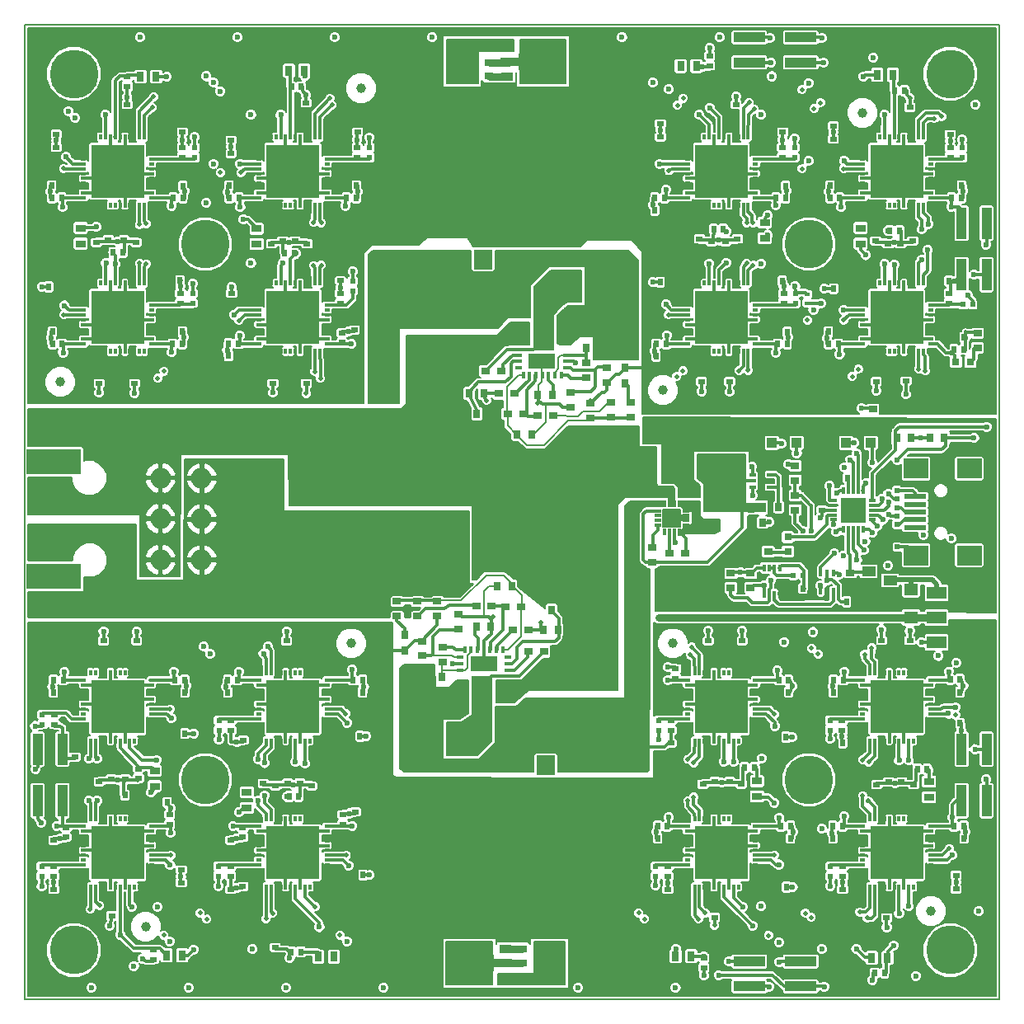
<source format=gtl>
G04 (created by PCBNEW (2013-05-16 BZR 4016)-stable) date 5. 1. 2014 18:11:25*
%MOIN*%
G04 Gerber Fmt 3.4, Leading zero omitted, Abs format*
%FSLAX34Y34*%
G01*
G70*
G90*
G04 APERTURE LIST*
%ADD10C,0.00590551*%
%ADD11R,0.220472X0.104331*%
%ADD12R,0.275591X0.0551181*%
%ADD13C,0.19685*%
%ADD14R,0.0255906X0.0334646*%
%ADD15R,0.0708X0.0629*%
%ADD16R,0.0885X0.0196*%
%ADD17R,0.0984X0.0787*%
%ADD18R,0.0259843X0.011811*%
%ADD19R,0.0393701X0.0393701*%
%ADD20R,0.0787402X0.05*%
%ADD21R,0.0236X0.0157*%
%ADD22C,0.0393701*%
%ADD23R,0.125984X0.0393701*%
%ADD24R,0.0393701X0.125984*%
%ADD25R,0.0196X0.0118*%
%ADD26R,0.0118X0.0196*%
%ADD27R,0.212598X0.212598*%
%ADD28R,0.0118X0.0295*%
%ADD29R,0.0295X0.0118*%
%ADD30R,0.0708661X0.0708661*%
%ADD31R,0.0393701X0.0314961*%
%ADD32R,0.0118X0.0275*%
%ADD33R,0.0275X0.0118*%
%ADD34R,0.0177165X0.0980315*%
%ADD35R,0.0838583X0.11378*%
%ADD36R,0.0401575X0.0980315*%
%ADD37R,0.105906X0.0610236*%
%ADD38R,0.023622X0.0169291*%
%ADD39R,0.0169291X0.0275591*%
%ADD40R,0.011811X0.0259843*%
%ADD41O,0.0826X0.0826*%
%ADD42R,0.019685X0.019685*%
%ADD43R,0.0511811X0.0354331*%
%ADD44R,0.0748031X0.0354331*%
%ADD45R,0.106299X0.0669291*%
%ADD46R,0.015748X0.0295276*%
%ADD47R,0.011811X0.0295276*%
%ADD48R,0.0551181X0.0393701*%
%ADD49R,0.0314961X0.0314961*%
%ADD50R,0.0551181X0.0511811*%
%ADD51R,0.0748031X0.0787402*%
%ADD52R,0.110236X0.122047*%
%ADD53R,0.0629921X0.0314961*%
%ADD54R,0.0314961X0.0393701*%
%ADD55R,0.0984252X0.15748*%
%ADD56R,0.0314961X0.0354331*%
%ADD57R,0.0354331X0.0314961*%
%ADD58R,0.0354331X0.0275591*%
%ADD59R,0.0275591X0.0354331*%
%ADD60R,0.0275591X0.019685*%
%ADD61R,0.019685X0.0275591*%
%ADD62R,0.023622X0.019685*%
%ADD63R,0.019685X0.023622*%
%ADD64R,0.0984252X0.0984252*%
%ADD65R,0.011811X0.0314961*%
%ADD66R,0.0314961X0.011811*%
%ADD67R,0.0315X0.011811*%
%ADD68C,0.023622*%
%ADD69C,0.019685*%
%ADD70C,0.011811*%
%ADD71C,0.0314961*%
%ADD72C,0.00787402*%
%ADD73C,0.0118*%
%ADD74C,0.019685*%
%ADD75C,0.01*%
G04 APERTURE END LIST*
G54D10*
X38779Y-61023D02*
X78149Y-61023D01*
X78149Y-61023D02*
X78149Y-21653D01*
X78149Y-21653D02*
X38779Y-21653D01*
X38779Y-21653D02*
X38779Y-61023D01*
X65273Y-41231D02*
X64565Y-41231D01*
X64565Y-41231D02*
X64565Y-41939D01*
X64565Y-41939D02*
X65273Y-41939D01*
X65273Y-41939D02*
X65273Y-41231D01*
G54D11*
X39940Y-43937D03*
X39940Y-39311D03*
G54D12*
X41870Y-41131D03*
X41870Y-42116D03*
G54D13*
X46062Y-30511D03*
G54D14*
X69242Y-41151D03*
X68592Y-41151D03*
X69242Y-41761D03*
X68592Y-41761D03*
G54D15*
X56279Y-29960D03*
X56279Y-31062D03*
X55413Y-29960D03*
X55413Y-31062D03*
X61850Y-29980D03*
X61850Y-31082D03*
X62775Y-29980D03*
X62775Y-31082D03*
X60885Y-52607D03*
X60885Y-51505D03*
X61712Y-52587D03*
X61712Y-51485D03*
X55275Y-52657D03*
X55275Y-51555D03*
X54429Y-52657D03*
X54429Y-51555D03*
G54D16*
X74763Y-41338D03*
X74763Y-41652D03*
X74763Y-41967D03*
X74763Y-41024D03*
X74763Y-40709D03*
G54D17*
X74803Y-43089D03*
X74803Y-39587D03*
X76948Y-43089D03*
X76948Y-39587D03*
G54D18*
X68905Y-40334D03*
X68181Y-40078D03*
X68905Y-39822D03*
X68905Y-40078D03*
X68181Y-39822D03*
X68181Y-40334D03*
G54D19*
X71976Y-38543D03*
X70976Y-38543D03*
X69976Y-38543D03*
X72976Y-38543D03*
X68976Y-38543D03*
G54D20*
X75629Y-45610D03*
X75629Y-46614D03*
X75629Y-44606D03*
G54D21*
X70403Y-32539D03*
X70403Y-32893D03*
G54D22*
X72637Y-25196D03*
X75393Y-57480D03*
X43651Y-58100D03*
X52362Y-24212D03*
X40206Y-36082D03*
X64566Y-36417D03*
X51968Y-46653D03*
X64960Y-46653D03*
G54D23*
X68051Y-23159D03*
X68051Y-22155D03*
X70137Y-22155D03*
X70137Y-23159D03*
G54D24*
X76643Y-29665D03*
X77647Y-29665D03*
X77647Y-31751D03*
X76643Y-31751D03*
X76643Y-50925D03*
X77647Y-50925D03*
X77647Y-53011D03*
X76643Y-53011D03*
G54D23*
X70137Y-59517D03*
X70137Y-60521D03*
X68051Y-60521D03*
X68051Y-59517D03*
G54D25*
X43896Y-26477D03*
X43896Y-26674D03*
X43896Y-26871D03*
X43896Y-27067D03*
X43896Y-27264D03*
X43896Y-27461D03*
X43896Y-27657D03*
X43896Y-27854D03*
X43896Y-28051D03*
X43896Y-28247D03*
X43896Y-28444D03*
X43896Y-28641D03*
G54D26*
X43601Y-28936D03*
X43404Y-28936D03*
X43207Y-28936D03*
X43011Y-28936D03*
X42814Y-28936D03*
X42617Y-28936D03*
X42421Y-28936D03*
X42224Y-28936D03*
X42027Y-28936D03*
X41831Y-28936D03*
X41634Y-28936D03*
X41437Y-28936D03*
G54D25*
X41142Y-28641D03*
X41142Y-28444D03*
X41142Y-28247D03*
X41142Y-28051D03*
X41142Y-27854D03*
X41142Y-27657D03*
X41142Y-27461D03*
X41142Y-27264D03*
X41142Y-27067D03*
X41142Y-26871D03*
X41142Y-26674D03*
X41142Y-26477D03*
G54D26*
X41437Y-26182D03*
X41634Y-26182D03*
X41831Y-26182D03*
X42027Y-26182D03*
X42224Y-26182D03*
X42421Y-26182D03*
X42617Y-26182D03*
X42814Y-26182D03*
X43011Y-26182D03*
X43207Y-26182D03*
X43404Y-26182D03*
X43601Y-26182D03*
G54D27*
X42519Y-27559D03*
G54D25*
X43896Y-32382D03*
X43896Y-32579D03*
X43896Y-32776D03*
X43896Y-32972D03*
X43896Y-33169D03*
X43896Y-33366D03*
X43896Y-33562D03*
X43896Y-33759D03*
X43896Y-33956D03*
X43896Y-34152D03*
X43896Y-34349D03*
X43896Y-34546D03*
G54D26*
X43601Y-34841D03*
X43404Y-34841D03*
X43207Y-34841D03*
X43011Y-34841D03*
X42814Y-34841D03*
X42617Y-34841D03*
X42421Y-34841D03*
X42224Y-34841D03*
X42027Y-34841D03*
X41831Y-34841D03*
X41634Y-34841D03*
X41437Y-34841D03*
G54D25*
X41142Y-34546D03*
X41142Y-34349D03*
X41142Y-34152D03*
X41142Y-33956D03*
X41142Y-33759D03*
X41142Y-33562D03*
X41142Y-33366D03*
X41142Y-33169D03*
X41142Y-32972D03*
X41142Y-32776D03*
X41142Y-32579D03*
X41142Y-32382D03*
G54D26*
X41437Y-32087D03*
X41634Y-32087D03*
X41831Y-32087D03*
X42027Y-32087D03*
X42224Y-32087D03*
X42421Y-32087D03*
X42617Y-32087D03*
X42814Y-32087D03*
X43011Y-32087D03*
X43207Y-32087D03*
X43404Y-32087D03*
X43601Y-32087D03*
G54D27*
X42519Y-33464D03*
G54D25*
X50983Y-32382D03*
X50983Y-32579D03*
X50983Y-32776D03*
X50983Y-32972D03*
X50983Y-33169D03*
X50983Y-33366D03*
X50983Y-33562D03*
X50983Y-33759D03*
X50983Y-33956D03*
X50983Y-34152D03*
X50983Y-34349D03*
X50983Y-34546D03*
G54D26*
X50688Y-34841D03*
X50491Y-34841D03*
X50294Y-34841D03*
X50098Y-34841D03*
X49901Y-34841D03*
X49704Y-34841D03*
X49508Y-34841D03*
X49311Y-34841D03*
X49114Y-34841D03*
X48918Y-34841D03*
X48721Y-34841D03*
X48524Y-34841D03*
G54D25*
X48229Y-34546D03*
X48229Y-34349D03*
X48229Y-34152D03*
X48229Y-33956D03*
X48229Y-33759D03*
X48229Y-33562D03*
X48229Y-33366D03*
X48229Y-33169D03*
X48229Y-32972D03*
X48229Y-32776D03*
X48229Y-32579D03*
X48229Y-32382D03*
G54D26*
X48524Y-32087D03*
X48721Y-32087D03*
X48918Y-32087D03*
X49114Y-32087D03*
X49311Y-32087D03*
X49508Y-32087D03*
X49704Y-32087D03*
X49901Y-32087D03*
X50098Y-32087D03*
X50294Y-32087D03*
X50491Y-32087D03*
X50688Y-32087D03*
G54D27*
X49606Y-33464D03*
G54D25*
X50983Y-26477D03*
X50983Y-26674D03*
X50983Y-26871D03*
X50983Y-27067D03*
X50983Y-27264D03*
X50983Y-27461D03*
X50983Y-27657D03*
X50983Y-27854D03*
X50983Y-28051D03*
X50983Y-28247D03*
X50983Y-28444D03*
X50983Y-28641D03*
G54D26*
X50688Y-28936D03*
X50491Y-28936D03*
X50294Y-28936D03*
X50098Y-28936D03*
X49901Y-28936D03*
X49704Y-28936D03*
X49508Y-28936D03*
X49311Y-28936D03*
X49114Y-28936D03*
X48918Y-28936D03*
X48721Y-28936D03*
X48524Y-28936D03*
G54D25*
X48229Y-28641D03*
X48229Y-28444D03*
X48229Y-28247D03*
X48229Y-28051D03*
X48229Y-27854D03*
X48229Y-27657D03*
X48229Y-27461D03*
X48229Y-27264D03*
X48229Y-27067D03*
X48229Y-26871D03*
X48229Y-26674D03*
X48229Y-26477D03*
G54D26*
X48524Y-26182D03*
X48721Y-26182D03*
X48918Y-26182D03*
X49114Y-26182D03*
X49311Y-26182D03*
X49508Y-26182D03*
X49704Y-26182D03*
X49901Y-26182D03*
X50098Y-26182D03*
X50294Y-26182D03*
X50491Y-26182D03*
X50688Y-26182D03*
G54D27*
X49606Y-27559D03*
G54D25*
X41142Y-50294D03*
X41142Y-50097D03*
X41142Y-49900D03*
X41142Y-49704D03*
X41142Y-49507D03*
X41142Y-49310D03*
X41142Y-49114D03*
X41142Y-48917D03*
X41142Y-48720D03*
X41142Y-48524D03*
X41142Y-48327D03*
X41142Y-48130D03*
G54D26*
X41437Y-47835D03*
X41634Y-47835D03*
X41831Y-47835D03*
X42027Y-47835D03*
X42224Y-47835D03*
X42421Y-47835D03*
X42617Y-47835D03*
X42814Y-47835D03*
X43011Y-47835D03*
X43207Y-47835D03*
X43404Y-47835D03*
X43601Y-47835D03*
G54D25*
X43896Y-48130D03*
X43896Y-48327D03*
X43896Y-48524D03*
X43896Y-48720D03*
X43896Y-48917D03*
X43896Y-49114D03*
X43896Y-49310D03*
X43896Y-49507D03*
X43896Y-49704D03*
X43896Y-49900D03*
X43896Y-50097D03*
X43896Y-50294D03*
G54D26*
X43601Y-50589D03*
X43404Y-50589D03*
X43207Y-50589D03*
X43011Y-50589D03*
X42814Y-50589D03*
X42617Y-50589D03*
X42421Y-50589D03*
X42224Y-50589D03*
X42027Y-50589D03*
X41831Y-50589D03*
X41634Y-50589D03*
X41437Y-50589D03*
G54D27*
X42519Y-49212D03*
G54D25*
X41142Y-56200D03*
X41142Y-56003D03*
X41142Y-55806D03*
X41142Y-55610D03*
X41142Y-55413D03*
X41142Y-55216D03*
X41142Y-55020D03*
X41142Y-54823D03*
X41142Y-54626D03*
X41142Y-54430D03*
X41142Y-54233D03*
X41142Y-54036D03*
G54D26*
X41437Y-53741D03*
X41634Y-53741D03*
X41831Y-53741D03*
X42027Y-53741D03*
X42224Y-53741D03*
X42421Y-53741D03*
X42617Y-53741D03*
X42814Y-53741D03*
X43011Y-53741D03*
X43207Y-53741D03*
X43404Y-53741D03*
X43601Y-53741D03*
G54D25*
X43896Y-54036D03*
X43896Y-54233D03*
X43896Y-54430D03*
X43896Y-54626D03*
X43896Y-54823D03*
X43896Y-55020D03*
X43896Y-55216D03*
X43896Y-55413D03*
X43896Y-55610D03*
X43896Y-55806D03*
X43896Y-56003D03*
X43896Y-56200D03*
G54D26*
X43601Y-56495D03*
X43404Y-56495D03*
X43207Y-56495D03*
X43011Y-56495D03*
X42814Y-56495D03*
X42617Y-56495D03*
X42421Y-56495D03*
X42224Y-56495D03*
X42027Y-56495D03*
X41831Y-56495D03*
X41634Y-56495D03*
X41437Y-56495D03*
G54D27*
X42519Y-55118D03*
G54D25*
X48229Y-56200D03*
X48229Y-56003D03*
X48229Y-55806D03*
X48229Y-55610D03*
X48229Y-55413D03*
X48229Y-55216D03*
X48229Y-55020D03*
X48229Y-54823D03*
X48229Y-54626D03*
X48229Y-54430D03*
X48229Y-54233D03*
X48229Y-54036D03*
G54D26*
X48524Y-53741D03*
X48721Y-53741D03*
X48918Y-53741D03*
X49114Y-53741D03*
X49311Y-53741D03*
X49508Y-53741D03*
X49704Y-53741D03*
X49901Y-53741D03*
X50098Y-53741D03*
X50294Y-53741D03*
X50491Y-53741D03*
X50688Y-53741D03*
G54D25*
X50983Y-54036D03*
X50983Y-54233D03*
X50983Y-54430D03*
X50983Y-54626D03*
X50983Y-54823D03*
X50983Y-55020D03*
X50983Y-55216D03*
X50983Y-55413D03*
X50983Y-55610D03*
X50983Y-55806D03*
X50983Y-56003D03*
X50983Y-56200D03*
G54D26*
X50688Y-56495D03*
X50491Y-56495D03*
X50294Y-56495D03*
X50098Y-56495D03*
X49901Y-56495D03*
X49704Y-56495D03*
X49508Y-56495D03*
X49311Y-56495D03*
X49114Y-56495D03*
X48918Y-56495D03*
X48721Y-56495D03*
X48524Y-56495D03*
G54D27*
X49606Y-55118D03*
G54D25*
X48229Y-50294D03*
X48229Y-50097D03*
X48229Y-49900D03*
X48229Y-49704D03*
X48229Y-49507D03*
X48229Y-49310D03*
X48229Y-49114D03*
X48229Y-48917D03*
X48229Y-48720D03*
X48229Y-48524D03*
X48229Y-48327D03*
X48229Y-48130D03*
G54D26*
X48524Y-47835D03*
X48721Y-47835D03*
X48918Y-47835D03*
X49114Y-47835D03*
X49311Y-47835D03*
X49508Y-47835D03*
X49704Y-47835D03*
X49901Y-47835D03*
X50098Y-47835D03*
X50294Y-47835D03*
X50491Y-47835D03*
X50688Y-47835D03*
G54D25*
X50983Y-48130D03*
X50983Y-48327D03*
X50983Y-48524D03*
X50983Y-48720D03*
X50983Y-48917D03*
X50983Y-49114D03*
X50983Y-49310D03*
X50983Y-49507D03*
X50983Y-49704D03*
X50983Y-49900D03*
X50983Y-50097D03*
X50983Y-50294D03*
G54D26*
X50688Y-50589D03*
X50491Y-50589D03*
X50294Y-50589D03*
X50098Y-50589D03*
X49901Y-50589D03*
X49704Y-50589D03*
X49508Y-50589D03*
X49311Y-50589D03*
X49114Y-50589D03*
X48918Y-50589D03*
X48721Y-50589D03*
X48524Y-50589D03*
G54D27*
X49606Y-49212D03*
G54D25*
X65552Y-50294D03*
X65552Y-50097D03*
X65552Y-49900D03*
X65552Y-49704D03*
X65552Y-49507D03*
X65552Y-49310D03*
X65552Y-49114D03*
X65552Y-48917D03*
X65552Y-48720D03*
X65552Y-48524D03*
X65552Y-48327D03*
X65552Y-48130D03*
G54D26*
X65847Y-47835D03*
X66044Y-47835D03*
X66241Y-47835D03*
X66437Y-47835D03*
X66634Y-47835D03*
X66831Y-47835D03*
X67027Y-47835D03*
X67224Y-47835D03*
X67421Y-47835D03*
X67617Y-47835D03*
X67814Y-47835D03*
X68011Y-47835D03*
G54D25*
X68306Y-48130D03*
X68306Y-48327D03*
X68306Y-48524D03*
X68306Y-48720D03*
X68306Y-48917D03*
X68306Y-49114D03*
X68306Y-49310D03*
X68306Y-49507D03*
X68306Y-49704D03*
X68306Y-49900D03*
X68306Y-50097D03*
X68306Y-50294D03*
G54D26*
X68011Y-50589D03*
X67814Y-50589D03*
X67617Y-50589D03*
X67421Y-50589D03*
X67224Y-50589D03*
X67027Y-50589D03*
X66831Y-50589D03*
X66634Y-50589D03*
X66437Y-50589D03*
X66241Y-50589D03*
X66044Y-50589D03*
X65847Y-50589D03*
G54D27*
X66929Y-49212D03*
G54D25*
X65552Y-56200D03*
X65552Y-56003D03*
X65552Y-55806D03*
X65552Y-55610D03*
X65552Y-55413D03*
X65552Y-55216D03*
X65552Y-55020D03*
X65552Y-54823D03*
X65552Y-54626D03*
X65552Y-54430D03*
X65552Y-54233D03*
X65552Y-54036D03*
G54D26*
X65847Y-53741D03*
X66044Y-53741D03*
X66241Y-53741D03*
X66437Y-53741D03*
X66634Y-53741D03*
X66831Y-53741D03*
X67027Y-53741D03*
X67224Y-53741D03*
X67421Y-53741D03*
X67617Y-53741D03*
X67814Y-53741D03*
X68011Y-53741D03*
G54D25*
X68306Y-54036D03*
X68306Y-54233D03*
X68306Y-54430D03*
X68306Y-54626D03*
X68306Y-54823D03*
X68306Y-55020D03*
X68306Y-55216D03*
X68306Y-55413D03*
X68306Y-55610D03*
X68306Y-55806D03*
X68306Y-56003D03*
X68306Y-56200D03*
G54D26*
X68011Y-56495D03*
X67814Y-56495D03*
X67617Y-56495D03*
X67421Y-56495D03*
X67224Y-56495D03*
X67027Y-56495D03*
X66831Y-56495D03*
X66634Y-56495D03*
X66437Y-56495D03*
X66241Y-56495D03*
X66044Y-56495D03*
X65847Y-56495D03*
G54D27*
X66929Y-55118D03*
G54D25*
X72638Y-56200D03*
X72638Y-56003D03*
X72638Y-55806D03*
X72638Y-55610D03*
X72638Y-55413D03*
X72638Y-55216D03*
X72638Y-55020D03*
X72638Y-54823D03*
X72638Y-54626D03*
X72638Y-54430D03*
X72638Y-54233D03*
X72638Y-54036D03*
G54D26*
X72933Y-53741D03*
X73130Y-53741D03*
X73327Y-53741D03*
X73523Y-53741D03*
X73720Y-53741D03*
X73917Y-53741D03*
X74113Y-53741D03*
X74310Y-53741D03*
X74507Y-53741D03*
X74703Y-53741D03*
X74900Y-53741D03*
X75097Y-53741D03*
G54D25*
X75392Y-54036D03*
X75392Y-54233D03*
X75392Y-54430D03*
X75392Y-54626D03*
X75392Y-54823D03*
X75392Y-55020D03*
X75392Y-55216D03*
X75392Y-55413D03*
X75392Y-55610D03*
X75392Y-55806D03*
X75392Y-56003D03*
X75392Y-56200D03*
G54D26*
X75097Y-56495D03*
X74900Y-56495D03*
X74703Y-56495D03*
X74507Y-56495D03*
X74310Y-56495D03*
X74113Y-56495D03*
X73917Y-56495D03*
X73720Y-56495D03*
X73523Y-56495D03*
X73327Y-56495D03*
X73130Y-56495D03*
X72933Y-56495D03*
G54D27*
X74015Y-55118D03*
G54D25*
X72638Y-50294D03*
X72638Y-50097D03*
X72638Y-49900D03*
X72638Y-49704D03*
X72638Y-49507D03*
X72638Y-49310D03*
X72638Y-49114D03*
X72638Y-48917D03*
X72638Y-48720D03*
X72638Y-48524D03*
X72638Y-48327D03*
X72638Y-48130D03*
G54D26*
X72933Y-47835D03*
X73130Y-47835D03*
X73327Y-47835D03*
X73523Y-47835D03*
X73720Y-47835D03*
X73917Y-47835D03*
X74113Y-47835D03*
X74310Y-47835D03*
X74507Y-47835D03*
X74703Y-47835D03*
X74900Y-47835D03*
X75097Y-47835D03*
G54D25*
X75392Y-48130D03*
X75392Y-48327D03*
X75392Y-48524D03*
X75392Y-48720D03*
X75392Y-48917D03*
X75392Y-49114D03*
X75392Y-49310D03*
X75392Y-49507D03*
X75392Y-49704D03*
X75392Y-49900D03*
X75392Y-50097D03*
X75392Y-50294D03*
G54D26*
X75097Y-50589D03*
X74900Y-50589D03*
X74703Y-50589D03*
X74507Y-50589D03*
X74310Y-50589D03*
X74113Y-50589D03*
X73917Y-50589D03*
X73720Y-50589D03*
X73523Y-50589D03*
X73327Y-50589D03*
X73130Y-50589D03*
X72933Y-50589D03*
G54D27*
X74015Y-49212D03*
G54D25*
X75392Y-32382D03*
X75392Y-32579D03*
X75392Y-32776D03*
X75392Y-32972D03*
X75392Y-33169D03*
X75392Y-33366D03*
X75392Y-33562D03*
X75392Y-33759D03*
X75392Y-33956D03*
X75392Y-34152D03*
X75392Y-34349D03*
X75392Y-34546D03*
G54D26*
X75097Y-34841D03*
X74900Y-34841D03*
X74703Y-34841D03*
X74507Y-34841D03*
X74310Y-34841D03*
X74113Y-34841D03*
X73917Y-34841D03*
X73720Y-34841D03*
X73523Y-34841D03*
X73327Y-34841D03*
X73130Y-34841D03*
X72933Y-34841D03*
G54D25*
X72638Y-34546D03*
X72638Y-34349D03*
X72638Y-34152D03*
X72638Y-33956D03*
X72638Y-33759D03*
X72638Y-33562D03*
X72638Y-33366D03*
X72638Y-33169D03*
X72638Y-32972D03*
X72638Y-32776D03*
X72638Y-32579D03*
X72638Y-32382D03*
G54D26*
X72933Y-32087D03*
X73130Y-32087D03*
X73327Y-32087D03*
X73523Y-32087D03*
X73720Y-32087D03*
X73917Y-32087D03*
X74113Y-32087D03*
X74310Y-32087D03*
X74507Y-32087D03*
X74703Y-32087D03*
X74900Y-32087D03*
X75097Y-32087D03*
G54D27*
X74015Y-33464D03*
G54D25*
X75392Y-26477D03*
X75392Y-26674D03*
X75392Y-26871D03*
X75392Y-27067D03*
X75392Y-27264D03*
X75392Y-27461D03*
X75392Y-27657D03*
X75392Y-27854D03*
X75392Y-28051D03*
X75392Y-28247D03*
X75392Y-28444D03*
X75392Y-28641D03*
G54D26*
X75097Y-28936D03*
X74900Y-28936D03*
X74703Y-28936D03*
X74507Y-28936D03*
X74310Y-28936D03*
X74113Y-28936D03*
X73917Y-28936D03*
X73720Y-28936D03*
X73523Y-28936D03*
X73327Y-28936D03*
X73130Y-28936D03*
X72933Y-28936D03*
G54D25*
X72638Y-28641D03*
X72638Y-28444D03*
X72638Y-28247D03*
X72638Y-28051D03*
X72638Y-27854D03*
X72638Y-27657D03*
X72638Y-27461D03*
X72638Y-27264D03*
X72638Y-27067D03*
X72638Y-26871D03*
X72638Y-26674D03*
X72638Y-26477D03*
G54D26*
X72933Y-26182D03*
X73130Y-26182D03*
X73327Y-26182D03*
X73523Y-26182D03*
X73720Y-26182D03*
X73917Y-26182D03*
X74113Y-26182D03*
X74310Y-26182D03*
X74507Y-26182D03*
X74703Y-26182D03*
X74900Y-26182D03*
X75097Y-26182D03*
G54D27*
X74015Y-27559D03*
G54D25*
X68306Y-26477D03*
X68306Y-26674D03*
X68306Y-26871D03*
X68306Y-27067D03*
X68306Y-27264D03*
X68306Y-27461D03*
X68306Y-27657D03*
X68306Y-27854D03*
X68306Y-28051D03*
X68306Y-28247D03*
X68306Y-28444D03*
X68306Y-28641D03*
G54D26*
X68011Y-28936D03*
X67814Y-28936D03*
X67617Y-28936D03*
X67421Y-28936D03*
X67224Y-28936D03*
X67027Y-28936D03*
X66831Y-28936D03*
X66634Y-28936D03*
X66437Y-28936D03*
X66241Y-28936D03*
X66044Y-28936D03*
X65847Y-28936D03*
G54D25*
X65552Y-28641D03*
X65552Y-28444D03*
X65552Y-28247D03*
X65552Y-28051D03*
X65552Y-27854D03*
X65552Y-27657D03*
X65552Y-27461D03*
X65552Y-27264D03*
X65552Y-27067D03*
X65552Y-26871D03*
X65552Y-26674D03*
X65552Y-26477D03*
G54D26*
X65847Y-26182D03*
X66044Y-26182D03*
X66241Y-26182D03*
X66437Y-26182D03*
X66634Y-26182D03*
X66831Y-26182D03*
X67027Y-26182D03*
X67224Y-26182D03*
X67421Y-26182D03*
X67617Y-26182D03*
X67814Y-26182D03*
X68011Y-26182D03*
G54D27*
X66929Y-27559D03*
G54D25*
X68306Y-32382D03*
X68306Y-32579D03*
X68306Y-32776D03*
X68306Y-32972D03*
X68306Y-33169D03*
X68306Y-33366D03*
X68306Y-33562D03*
X68306Y-33759D03*
X68306Y-33956D03*
X68306Y-34152D03*
X68306Y-34349D03*
X68306Y-34546D03*
G54D26*
X68011Y-34841D03*
X67814Y-34841D03*
X67617Y-34841D03*
X67421Y-34841D03*
X67224Y-34841D03*
X67027Y-34841D03*
X66831Y-34841D03*
X66634Y-34841D03*
X66437Y-34841D03*
X66241Y-34841D03*
X66044Y-34841D03*
X65847Y-34841D03*
G54D25*
X65552Y-34546D03*
X65552Y-34349D03*
X65552Y-34152D03*
X65552Y-33956D03*
X65552Y-33759D03*
X65552Y-33562D03*
X65552Y-33366D03*
X65552Y-33169D03*
X65552Y-32972D03*
X65552Y-32776D03*
X65552Y-32579D03*
X65552Y-32382D03*
G54D26*
X65847Y-32087D03*
X66044Y-32087D03*
X66241Y-32087D03*
X66437Y-32087D03*
X66634Y-32087D03*
X66831Y-32087D03*
X67027Y-32087D03*
X67224Y-32087D03*
X67421Y-32087D03*
X67617Y-32087D03*
X67814Y-32087D03*
X68011Y-32087D03*
G54D27*
X66929Y-33464D03*
G54D28*
X65214Y-41015D03*
X65017Y-41015D03*
X64821Y-41015D03*
X64624Y-41015D03*
G54D29*
X64349Y-41290D03*
X64349Y-41487D03*
X64349Y-41683D03*
X64349Y-41880D03*
G54D28*
X64624Y-42155D03*
X64821Y-42155D03*
X65017Y-42155D03*
X65214Y-42155D03*
G54D29*
X65489Y-41880D03*
X65489Y-41683D03*
X65489Y-41487D03*
X65489Y-41290D03*
G54D30*
X64919Y-41585D03*
G54D31*
X65441Y-41585D03*
G54D32*
X58917Y-35816D03*
X59173Y-35816D03*
X59429Y-35816D03*
X59685Y-35816D03*
X59940Y-35816D03*
X60196Y-35816D03*
X60452Y-35816D03*
G54D33*
X60649Y-35501D03*
X60649Y-35245D03*
X60649Y-34989D03*
X58721Y-35501D03*
X58721Y-35245D03*
X58721Y-34989D03*
G54D34*
X60472Y-34123D03*
G54D35*
X59773Y-34192D03*
G54D36*
X59005Y-34123D03*
G54D37*
X59665Y-35245D03*
G54D38*
X58700Y-33710D03*
X58700Y-34123D03*
X58700Y-34536D03*
X60669Y-33710D03*
X60669Y-34123D03*
X60659Y-34536D03*
G54D39*
X59773Y-33483D03*
X59438Y-33483D03*
X60108Y-33483D03*
G54D32*
X58089Y-46902D03*
X57833Y-46902D03*
X57577Y-46902D03*
X57322Y-46902D03*
X57066Y-46902D03*
X56810Y-46902D03*
X56554Y-46902D03*
G54D33*
X56358Y-47218D03*
X56358Y-47474D03*
X56358Y-47730D03*
X58286Y-47218D03*
X58286Y-47474D03*
X58286Y-47730D03*
G54D34*
X56534Y-48595D03*
G54D35*
X57233Y-48526D03*
G54D36*
X58001Y-48595D03*
G54D37*
X57341Y-47473D03*
G54D38*
X58306Y-49008D03*
X58306Y-48595D03*
X58306Y-48182D03*
X56337Y-49008D03*
X56337Y-48595D03*
X56347Y-48182D03*
G54D39*
X57233Y-49235D03*
X57568Y-49235D03*
X56898Y-49235D03*
G54D24*
X40285Y-53011D03*
X39281Y-53011D03*
X39281Y-50925D03*
X40285Y-50925D03*
G54D13*
X40748Y-23622D03*
X40748Y-59055D03*
X46062Y-52165D03*
X70472Y-52165D03*
X76181Y-59055D03*
X76181Y-23622D03*
X70472Y-30511D03*
G54D40*
X70944Y-44545D03*
X71200Y-43820D03*
X71456Y-44545D03*
X71200Y-44545D03*
X71456Y-43820D03*
X70944Y-43820D03*
G54D41*
X44252Y-43267D03*
X44252Y-41614D03*
X44252Y-39961D03*
X45904Y-39961D03*
X45904Y-41614D03*
X45904Y-43267D03*
G54D42*
X74025Y-41496D03*
X74025Y-41850D03*
X74025Y-40807D03*
X74025Y-41161D03*
X74035Y-42401D03*
X74035Y-42755D03*
X74025Y-40118D03*
X74025Y-40472D03*
G54D43*
X58263Y-22542D03*
G54D44*
X58361Y-23133D03*
G54D43*
X58263Y-23724D03*
G54D45*
X59248Y-23133D03*
G54D43*
X58188Y-60177D03*
G54D44*
X58090Y-59586D03*
G54D43*
X58188Y-58995D03*
G54D45*
X57204Y-59586D03*
G54D46*
X69291Y-44685D03*
X68661Y-44685D03*
G54D47*
X68877Y-44685D03*
X69074Y-44685D03*
X69074Y-43602D03*
X68877Y-43602D03*
G54D46*
X68661Y-43602D03*
X69291Y-43602D03*
G54D48*
X72883Y-43740D03*
X72883Y-44488D03*
X73750Y-44104D03*
G54D49*
X69616Y-42352D03*
X69616Y-42942D03*
X76407Y-35275D03*
X76998Y-35275D03*
G54D50*
X74596Y-45600D03*
X74596Y-44458D03*
G54D51*
X57290Y-31123D03*
G54D52*
X60696Y-32205D03*
X60696Y-30040D03*
G54D51*
X59838Y-51588D03*
G54D52*
X56432Y-50505D03*
X56432Y-52670D03*
G54D53*
X66525Y-41840D03*
X66525Y-41131D03*
G54D54*
X44074Y-23740D03*
X43444Y-23740D03*
X50068Y-23494D03*
X49438Y-23494D03*
G54D31*
X48139Y-29881D03*
X48139Y-30511D03*
X41023Y-29862D03*
X41023Y-30492D03*
X44015Y-52431D03*
X44015Y-51801D03*
X47746Y-53307D03*
X47746Y-52677D03*
G54D54*
X45127Y-59261D03*
X44498Y-59261D03*
X51259Y-59320D03*
X50629Y-59320D03*
X65078Y-59301D03*
X65708Y-59301D03*
X73011Y-59360D03*
X73641Y-59360D03*
G54D31*
X68366Y-52844D03*
X68366Y-52214D03*
X75324Y-52874D03*
X75324Y-52244D03*
X68681Y-29645D03*
X68681Y-30275D03*
X72559Y-29862D03*
X72559Y-30492D03*
G54D54*
X65285Y-23307D03*
X65915Y-23307D03*
X73238Y-23661D03*
X73868Y-23661D03*
G54D55*
X50515Y-43141D03*
X50515Y-39992D03*
X54736Y-43141D03*
X54736Y-39992D03*
G54D56*
X59409Y-49015D03*
X59409Y-48385D03*
X57559Y-34370D03*
X57559Y-33740D03*
G54D57*
X53740Y-35984D03*
X54370Y-35984D03*
X57539Y-23716D03*
X56909Y-23716D03*
X57539Y-23157D03*
X56909Y-23157D03*
X58897Y-58996D03*
X59527Y-58996D03*
X58897Y-59586D03*
X59527Y-59586D03*
X66122Y-39173D03*
X65492Y-39173D03*
X66122Y-39783D03*
X65492Y-39783D03*
X64842Y-43011D03*
X65472Y-43011D03*
X58204Y-45159D03*
X58833Y-45159D03*
X57644Y-45151D03*
X57015Y-45151D03*
G54D56*
X54114Y-46929D03*
X54114Y-46299D03*
X62500Y-52293D03*
X62500Y-51663D03*
G54D57*
X59118Y-46985D03*
X59747Y-46985D03*
X62559Y-46732D03*
X63188Y-46732D03*
X58507Y-46103D03*
X59136Y-46103D03*
G54D56*
X55645Y-48017D03*
X55645Y-48646D03*
G54D57*
X58936Y-37375D03*
X58307Y-37375D03*
X59511Y-37422D03*
X60140Y-37422D03*
G54D56*
X63031Y-35511D03*
X63031Y-36141D03*
X54606Y-30354D03*
X54606Y-30984D03*
G54D57*
X58038Y-35635D03*
X57409Y-35635D03*
X58573Y-36548D03*
X57944Y-36548D03*
G54D56*
X61464Y-34713D03*
X61464Y-34084D03*
G54D19*
X63996Y-39881D03*
X64822Y-39881D03*
X63996Y-39074D03*
X64822Y-39074D03*
X60157Y-48287D03*
X60157Y-49114D03*
X60984Y-48287D03*
X60984Y-49114D03*
X61811Y-48287D03*
X61811Y-49114D03*
X62460Y-48267D03*
X63287Y-48267D03*
X62460Y-47440D03*
X63287Y-47440D03*
X56850Y-34468D03*
X56850Y-33641D03*
X56023Y-34468D03*
X56023Y-33641D03*
X55196Y-34468D03*
X55196Y-33641D03*
X54468Y-34488D03*
X53641Y-34488D03*
X54468Y-35275D03*
X53641Y-35275D03*
G54D58*
X68110Y-43818D03*
X68110Y-44409D03*
X67312Y-43818D03*
X67312Y-44409D03*
X72145Y-43799D03*
X72145Y-44389D03*
X68818Y-42942D03*
X68818Y-42352D03*
X77283Y-34704D03*
X77283Y-34114D03*
X73051Y-37185D03*
X73051Y-37775D03*
G54D59*
X75354Y-38346D03*
X75944Y-38346D03*
X74606Y-38346D03*
X74015Y-38346D03*
G54D58*
X69911Y-39468D03*
X69911Y-40059D03*
X69911Y-40669D03*
X69911Y-41259D03*
X64133Y-42775D03*
X64133Y-43366D03*
X56303Y-45477D03*
X56303Y-46068D03*
X54830Y-47154D03*
X54830Y-46563D03*
X54633Y-45540D03*
X54633Y-44949D03*
G54D59*
X57857Y-44340D03*
X58448Y-44340D03*
G54D58*
X53811Y-44945D03*
X53811Y-45536D03*
X55440Y-45540D03*
X55440Y-44949D03*
X55653Y-46815D03*
X55653Y-47406D03*
G54D59*
X60062Y-45304D03*
X60653Y-45304D03*
X59723Y-46103D03*
X60314Y-46103D03*
X57606Y-45970D03*
X57015Y-45970D03*
G54D58*
X60834Y-37095D03*
X60834Y-36504D03*
X62307Y-35516D03*
X62307Y-36107D03*
X62464Y-36914D03*
X62464Y-37505D03*
G54D59*
X59259Y-38194D03*
X58668Y-38194D03*
G54D58*
X63267Y-37509D03*
X63267Y-36918D03*
X61645Y-36945D03*
X61645Y-37536D03*
X61456Y-35902D03*
X61456Y-35311D03*
G54D59*
X57043Y-37375D03*
X56452Y-37375D03*
X57322Y-36548D03*
X56731Y-36548D03*
X59503Y-36596D03*
X60094Y-36596D03*
G54D60*
X70994Y-40866D03*
X70994Y-41259D03*
G54D61*
X71988Y-44970D03*
X72381Y-44970D03*
X69832Y-44429D03*
X70226Y-44429D03*
G54D60*
X43366Y-51722D03*
X43366Y-52116D03*
G54D61*
X49448Y-52834D03*
X49842Y-52834D03*
G54D60*
X43966Y-59045D03*
X43966Y-59438D03*
G54D61*
X49931Y-59124D03*
X49537Y-59124D03*
X68248Y-51673D03*
X67854Y-51673D03*
X75246Y-51732D03*
X74852Y-51732D03*
G54D60*
X66220Y-59370D03*
X66220Y-59763D03*
G54D61*
X73523Y-59980D03*
X73129Y-59980D03*
X73740Y-29960D03*
X74133Y-29960D03*
X67007Y-29901D03*
X66614Y-29901D03*
X73946Y-24301D03*
X74340Y-24301D03*
G54D60*
X66456Y-23297D03*
X66456Y-22903D03*
G54D61*
X49665Y-30885D03*
X49271Y-30885D03*
X42342Y-30846D03*
X42736Y-30846D03*
X49547Y-24153D03*
X49940Y-24153D03*
G54D60*
X42913Y-23740D03*
X42913Y-24133D03*
X68129Y-41259D03*
X68129Y-41653D03*
G54D61*
X71624Y-39970D03*
X72017Y-39970D03*
G54D60*
X41948Y-46948D03*
X41948Y-46555D03*
X40797Y-50846D03*
X40797Y-51240D03*
G54D61*
X40314Y-48622D03*
X39921Y-48622D03*
X43208Y-52785D03*
X42814Y-52785D03*
X44842Y-48622D03*
X45236Y-48622D03*
X44842Y-50295D03*
X45236Y-50295D03*
G54D60*
X42834Y-51732D03*
X42834Y-52125D03*
X42263Y-51732D03*
X42263Y-52125D03*
X39970Y-49537D03*
X39970Y-49931D03*
G54D61*
X40314Y-48129D03*
X39921Y-48129D03*
X44842Y-48129D03*
X45236Y-48129D03*
X51919Y-50403D03*
X52312Y-50403D03*
X47362Y-48622D03*
X46968Y-48622D03*
G54D60*
X48405Y-51919D03*
X48405Y-52312D03*
X49350Y-46948D03*
X49350Y-46555D03*
G54D61*
X52027Y-48622D03*
X52421Y-48622D03*
G54D60*
X47598Y-50177D03*
X47598Y-50570D03*
X49881Y-51909D03*
X49881Y-52303D03*
X49389Y-51909D03*
X49389Y-52303D03*
X47106Y-49763D03*
X47106Y-50157D03*
G54D61*
X47362Y-48129D03*
X46968Y-48129D03*
X52027Y-48129D03*
X52421Y-48129D03*
G54D60*
X42283Y-57273D03*
X42283Y-57667D03*
X39940Y-56988D03*
X39940Y-56594D03*
X39940Y-55000D03*
X39940Y-54606D03*
X41771Y-52637D03*
X41771Y-52244D03*
G54D61*
X44124Y-53080D03*
X44517Y-53080D03*
G54D60*
X43287Y-46948D03*
X43287Y-46555D03*
X45098Y-56732D03*
X45098Y-56338D03*
X45098Y-55413D03*
X45098Y-55807D03*
X39940Y-55669D03*
X39940Y-56062D03*
X40433Y-54094D03*
X40433Y-54488D03*
X44622Y-53976D03*
X44622Y-53582D03*
G54D61*
X52037Y-56013D03*
X52431Y-56013D03*
G54D60*
X47086Y-56988D03*
X47086Y-56594D03*
X47086Y-55000D03*
X47086Y-54606D03*
X50374Y-52814D03*
X50374Y-52421D03*
X52125Y-53070D03*
X52125Y-53464D03*
X47578Y-56082D03*
X47578Y-56476D03*
X48897Y-52814D03*
X48897Y-52421D03*
X48887Y-58553D03*
X48887Y-58946D03*
X47086Y-55669D03*
X47086Y-56062D03*
X47578Y-54094D03*
X47578Y-54488D03*
X51633Y-53976D03*
X51633Y-53582D03*
X67736Y-52736D03*
X67736Y-52342D03*
G54D61*
X64350Y-48720D03*
X63956Y-48720D03*
G54D60*
X67775Y-46948D03*
X67775Y-46555D03*
X66397Y-46948D03*
X66397Y-46555D03*
G54D61*
X69251Y-48622D03*
X69645Y-48622D03*
G54D60*
X64901Y-51082D03*
X64901Y-50688D03*
X67263Y-51830D03*
X67263Y-52224D03*
X66673Y-51830D03*
X66673Y-52224D03*
X64901Y-49763D03*
X64901Y-50157D03*
X65078Y-48070D03*
X65078Y-47677D03*
G54D61*
X69251Y-48129D03*
X69645Y-48129D03*
G54D60*
X74704Y-52755D03*
X74704Y-52362D03*
X74547Y-46929D03*
X74547Y-46535D03*
G54D61*
X71850Y-48622D03*
X71456Y-48622D03*
G54D60*
X73405Y-46929D03*
X73405Y-46535D03*
G54D61*
X76181Y-48622D03*
X76574Y-48622D03*
X72234Y-50669D03*
X71840Y-50669D03*
G54D60*
X74212Y-51850D03*
X74212Y-52244D03*
X73700Y-51850D03*
X73700Y-52244D03*
X71811Y-49763D03*
X71811Y-50157D03*
G54D61*
X71850Y-48129D03*
X71456Y-48129D03*
X76181Y-48110D03*
X76574Y-48110D03*
X69163Y-56505D03*
X69557Y-56505D03*
X64350Y-49212D03*
X63956Y-49212D03*
X64744Y-54527D03*
X64350Y-54527D03*
G54D60*
X66181Y-52736D03*
X66181Y-52342D03*
G54D61*
X69330Y-54527D03*
X69724Y-54527D03*
G54D60*
X64763Y-56988D03*
X64763Y-56594D03*
G54D61*
X69143Y-50442D03*
X69537Y-50442D03*
G54D60*
X66649Y-57334D03*
X66649Y-57728D03*
X64763Y-55669D03*
X64763Y-56062D03*
G54D61*
X64744Y-54035D03*
X64350Y-54035D03*
X69330Y-54035D03*
X69724Y-54035D03*
G54D60*
X73610Y-57350D03*
X73610Y-57744D03*
X76417Y-56968D03*
X76417Y-56574D03*
G54D61*
X71830Y-54527D03*
X71437Y-54527D03*
G54D60*
X73208Y-52755D03*
X73208Y-52362D03*
G54D61*
X76338Y-54527D03*
X76732Y-54527D03*
G54D60*
X71830Y-56988D03*
X71830Y-56594D03*
X76417Y-55629D03*
X76417Y-56023D03*
G54D61*
X76181Y-49881D03*
X76574Y-49881D03*
G54D60*
X71830Y-55669D03*
X71830Y-56062D03*
G54D61*
X71830Y-54035D03*
X71437Y-54035D03*
X76338Y-54035D03*
X76732Y-54035D03*
G54D60*
X73188Y-35669D03*
X73188Y-36062D03*
G54D61*
X76338Y-34281D03*
X76732Y-34281D03*
G54D60*
X67263Y-35673D03*
X67263Y-36066D03*
X74397Y-35653D03*
X74397Y-36047D03*
G54D61*
X71653Y-34055D03*
X71259Y-34055D03*
G54D60*
X73661Y-30885D03*
X73661Y-30492D03*
X74173Y-30885D03*
X74173Y-30492D03*
G54D61*
X75728Y-32007D03*
X76122Y-32007D03*
G54D60*
X76141Y-32893D03*
X76141Y-32500D03*
G54D61*
X76338Y-34763D03*
X76732Y-34763D03*
X71653Y-34547D03*
X71259Y-34547D03*
X69192Y-34074D03*
X69586Y-34074D03*
X64842Y-32047D03*
X64448Y-32047D03*
G54D60*
X66043Y-29901D03*
X66043Y-30295D03*
G54D61*
X68996Y-32007D03*
X69389Y-32007D03*
X64685Y-35039D03*
X64291Y-35039D03*
G54D60*
X66122Y-35669D03*
X66122Y-36062D03*
X67086Y-30807D03*
X67086Y-30413D03*
X66535Y-30807D03*
X66535Y-30413D03*
X69448Y-32913D03*
X69448Y-32519D03*
G54D61*
X69192Y-34547D03*
X69586Y-34547D03*
X64685Y-34547D03*
X64291Y-34547D03*
G54D60*
X71456Y-26653D03*
X71456Y-26259D03*
X76181Y-25688D03*
X76181Y-26082D03*
G54D61*
X76240Y-28149D03*
X76633Y-28149D03*
G54D60*
X74665Y-29980D03*
X74665Y-30374D03*
G54D61*
X71712Y-28149D03*
X71318Y-28149D03*
G54D60*
X71456Y-25334D03*
X71456Y-25728D03*
X73169Y-29980D03*
X73169Y-30374D03*
X74551Y-25370D03*
X74551Y-24976D03*
X76181Y-27007D03*
X76181Y-26614D03*
G54D61*
X76240Y-28641D03*
X76633Y-28641D03*
X71712Y-28641D03*
X71318Y-28641D03*
G54D60*
X64468Y-25255D03*
X64468Y-25649D03*
G54D61*
X69133Y-28169D03*
X69527Y-28169D03*
G54D60*
X69409Y-25590D03*
X69409Y-25984D03*
X67578Y-29901D03*
X67578Y-30295D03*
G54D61*
X71860Y-32312D03*
X71466Y-32312D03*
X64625Y-29133D03*
X64232Y-29133D03*
G54D60*
X64468Y-26574D03*
X64468Y-26181D03*
X67519Y-25255D03*
X67519Y-24862D03*
X69389Y-27007D03*
X69389Y-26614D03*
G54D61*
X69133Y-28641D03*
X69527Y-28641D03*
X64625Y-28641D03*
X64232Y-28641D03*
G54D60*
X47125Y-32893D03*
X47125Y-32500D03*
X50177Y-30885D03*
X50177Y-30492D03*
X48740Y-30885D03*
X48740Y-30492D03*
X52086Y-33582D03*
X52086Y-33976D03*
X49192Y-29980D03*
X49192Y-30374D03*
X48799Y-35748D03*
X48799Y-36141D03*
G54D61*
X47401Y-35019D03*
X47007Y-35019D03*
G54D60*
X51535Y-31594D03*
X51535Y-31988D03*
X51535Y-32913D03*
X51535Y-32519D03*
X51594Y-34488D03*
X51594Y-34094D03*
G54D61*
X47401Y-34527D03*
X47007Y-34527D03*
G54D60*
X43208Y-35748D03*
X43208Y-36141D03*
X43259Y-30842D03*
X43259Y-30448D03*
X41653Y-30846D03*
X41653Y-30452D03*
G54D61*
X44744Y-34055D03*
X45137Y-34055D03*
G54D60*
X41771Y-35748D03*
X41771Y-36141D03*
G54D61*
X40275Y-34055D03*
X39881Y-34055D03*
X44645Y-31988D03*
X45039Y-31988D03*
X40127Y-32234D03*
X39734Y-32234D03*
G54D60*
X45059Y-32893D03*
X45059Y-32500D03*
G54D61*
X40275Y-34547D03*
X39881Y-34547D03*
X44744Y-34547D03*
X45137Y-34547D03*
G54D60*
X50137Y-25188D03*
X50137Y-24795D03*
X47106Y-27244D03*
X47106Y-26850D03*
X52224Y-25590D03*
X52224Y-25984D03*
X50149Y-35748D03*
X50149Y-36141D03*
G54D61*
X51771Y-28149D03*
X52165Y-28149D03*
G54D60*
X49685Y-29980D03*
X49685Y-30374D03*
X47106Y-25925D03*
X47106Y-26318D03*
G54D61*
X47421Y-28149D03*
X47027Y-28149D03*
G54D60*
X52204Y-27007D03*
X52204Y-26614D03*
G54D61*
X47421Y-28641D03*
X47027Y-28641D03*
X51771Y-28641D03*
X52165Y-28641D03*
G54D60*
X40039Y-26988D03*
X40039Y-26594D03*
X42145Y-29940D03*
X42145Y-30334D03*
X42775Y-29940D03*
X42775Y-30334D03*
G54D61*
X44763Y-28169D03*
X45157Y-28169D03*
G54D60*
X45137Y-25590D03*
X45137Y-25984D03*
G54D61*
X40255Y-28149D03*
X39862Y-28149D03*
G54D60*
X45137Y-27007D03*
X45137Y-26614D03*
G54D61*
X44763Y-28641D03*
X45157Y-28641D03*
G54D60*
X40039Y-25669D03*
X40039Y-26062D03*
X42905Y-25251D03*
X42905Y-24858D03*
G54D61*
X40255Y-28641D03*
X39862Y-28641D03*
G54D62*
X45629Y-27007D03*
X45629Y-26614D03*
X45551Y-32893D03*
X45551Y-32500D03*
X52027Y-32401D03*
X52027Y-32007D03*
X52696Y-27007D03*
X52696Y-26614D03*
X46614Y-49763D03*
X46614Y-50157D03*
X46594Y-55669D03*
X46594Y-56062D03*
X39448Y-55669D03*
X39448Y-56062D03*
X39478Y-49537D03*
X39478Y-49931D03*
G54D63*
X70216Y-43897D03*
X69822Y-43897D03*
G54D62*
X76673Y-27007D03*
X76673Y-26614D03*
G54D63*
X76692Y-32952D03*
X77086Y-32952D03*
G54D62*
X69921Y-32913D03*
X69921Y-32519D03*
X69881Y-27007D03*
X69881Y-26614D03*
X64409Y-49763D03*
X64409Y-50157D03*
X64271Y-55669D03*
X64271Y-56062D03*
X71338Y-55669D03*
X71338Y-56062D03*
X71318Y-49763D03*
X71318Y-50157D03*
G54D64*
X72253Y-41259D03*
G54D65*
X71860Y-42033D03*
X72057Y-42033D03*
X72253Y-42033D03*
X72450Y-42033D03*
X72647Y-42033D03*
G54D66*
X73027Y-41653D03*
X73027Y-41456D03*
X73027Y-41259D03*
X73027Y-41062D03*
X73027Y-40866D03*
G54D65*
X72647Y-40486D03*
X72450Y-40486D03*
X72253Y-40486D03*
X72057Y-40486D03*
X71860Y-40486D03*
G54D67*
X71480Y-40866D03*
X71480Y-41062D03*
X71480Y-41259D03*
X71480Y-41456D03*
X71480Y-41653D03*
G54D68*
X62578Y-45610D03*
X64389Y-45610D03*
X57952Y-48267D03*
X56062Y-47480D03*
X59015Y-34389D03*
X61023Y-35314D03*
X62519Y-42559D03*
X65078Y-42559D03*
G54D69*
X59665Y-35393D03*
X59665Y-35098D03*
X60039Y-35393D03*
X59291Y-35393D03*
X60039Y-35098D03*
X59311Y-35098D03*
X57437Y-36828D03*
X59484Y-36946D03*
X57342Y-47323D03*
X57342Y-47618D03*
X57716Y-47618D03*
X56968Y-47618D03*
X57716Y-47322D03*
X56988Y-47322D03*
X57688Y-45578D03*
X59641Y-45804D03*
G54D68*
X65266Y-23307D03*
X72559Y-29862D03*
X72667Y-23730D03*
X50098Y-23720D03*
X47608Y-29517D03*
X41653Y-29812D03*
X44507Y-23740D03*
X57874Y-23724D03*
X68976Y-23724D03*
X46102Y-23720D03*
X46102Y-28838D03*
X68809Y-29350D03*
X69074Y-53100D03*
X72381Y-59005D03*
X65088Y-58996D03*
X75344Y-52844D03*
X43877Y-52677D03*
X51278Y-59320D03*
X45590Y-59025D03*
X58582Y-58995D03*
X47972Y-59015D03*
X70984Y-59011D03*
X70984Y-54143D03*
X47421Y-53484D03*
X73523Y-31318D03*
X49212Y-31279D03*
X49114Y-25275D03*
X68543Y-31299D03*
X66437Y-31299D03*
X42047Y-31259D03*
X42027Y-25275D03*
X47913Y-25275D03*
X47913Y-31279D03*
X68169Y-39507D03*
X68543Y-25275D03*
X73523Y-25275D03*
X66043Y-25275D03*
X68188Y-40669D03*
X44094Y-51358D03*
X67421Y-51437D03*
X74507Y-51377D03*
X50098Y-51515D03*
G54D69*
X50511Y-57303D03*
G54D68*
X43090Y-57303D03*
X68562Y-51299D03*
X68543Y-57283D03*
X74507Y-57283D03*
X67785Y-57303D03*
X44129Y-57307D03*
X68868Y-41742D03*
X71476Y-41850D03*
G54D69*
X73011Y-46830D03*
X70570Y-46850D03*
X70326Y-57559D03*
X66271Y-57549D03*
X72724Y-47090D03*
X70846Y-47086D03*
X70561Y-57724D03*
X66003Y-57793D03*
X72889Y-51448D03*
X72866Y-53019D03*
X72645Y-52807D03*
X72641Y-51358D03*
X65807Y-52870D03*
X65807Y-51484D03*
X65580Y-51338D03*
X65578Y-53015D03*
X48789Y-57559D03*
X63582Y-57549D03*
X65728Y-46801D03*
X48523Y-57785D03*
X63818Y-57795D03*
X65669Y-47106D03*
G54D68*
X48602Y-46781D03*
X46003Y-46781D03*
G54D69*
X45856Y-57549D03*
X41791Y-57253D03*
X41407Y-57401D03*
X46122Y-57805D03*
G54D68*
X46259Y-47076D03*
X48415Y-47066D03*
X48464Y-51486D03*
X48464Y-52795D03*
X48198Y-53001D03*
X48198Y-51328D03*
X41692Y-51318D03*
X41692Y-53021D03*
X41358Y-53021D03*
X41358Y-51318D03*
G54D69*
X50492Y-35657D03*
X44393Y-35645D03*
X43980Y-24555D03*
X50716Y-35937D03*
X44145Y-35937D03*
X43917Y-24984D03*
X65381Y-24610D03*
X65374Y-35633D03*
X67645Y-35625D03*
X51098Y-24618D03*
X65149Y-24889D03*
X65127Y-35860D03*
X68011Y-35606D03*
X51181Y-24881D03*
X43405Y-31287D03*
X43397Y-29716D03*
X43677Y-31311D03*
X43673Y-29688D03*
X50440Y-31374D03*
X50444Y-29633D03*
X50751Y-29641D03*
X50751Y-31366D03*
X68051Y-24779D03*
X70935Y-24789D03*
X72468Y-35570D03*
X74909Y-35561D03*
X75177Y-35637D03*
X72214Y-35856D03*
X70679Y-25033D03*
X68248Y-25043D03*
G54D68*
X73041Y-42175D03*
X76230Y-42411D03*
G54D69*
X75836Y-25354D03*
X75531Y-25437D03*
G54D68*
X75098Y-42263D03*
X73228Y-41919D03*
G54D69*
X67952Y-29641D03*
X67952Y-31283D03*
X68212Y-29645D03*
X68208Y-31370D03*
G54D68*
X75031Y-31133D03*
X75031Y-29909D03*
X75275Y-30748D03*
X75283Y-29696D03*
X72696Y-42883D03*
X71850Y-43120D03*
G54D69*
X72824Y-57755D03*
G54D68*
X72411Y-43277D03*
G54D69*
X72529Y-57507D03*
G54D68*
X72391Y-38986D03*
X69350Y-38582D03*
X72145Y-39232D03*
X69980Y-38956D03*
X70226Y-42106D03*
X71574Y-42145D03*
X71899Y-39527D03*
X73031Y-39340D03*
X73454Y-41653D03*
X73671Y-43503D03*
X71692Y-43868D03*
X71496Y-43021D03*
X72746Y-42529D03*
X73415Y-40797D03*
X69084Y-49990D03*
X70944Y-44320D03*
X68917Y-44104D03*
X44645Y-55610D03*
X44625Y-58700D03*
X44685Y-49685D03*
X51850Y-55629D03*
X51791Y-58700D03*
X51791Y-49862D03*
X76102Y-49488D03*
X69251Y-55590D03*
X69251Y-58740D03*
X76259Y-55216D03*
X64429Y-27263D03*
X64153Y-23976D03*
X64685Y-32952D03*
X46397Y-27263D03*
X47480Y-27263D03*
X46397Y-23976D03*
X47224Y-33366D03*
X40433Y-26988D03*
X40374Y-32992D03*
X40531Y-25127D03*
X70452Y-23996D03*
X70452Y-27145D03*
X71889Y-27145D03*
X71870Y-33169D03*
X70649Y-33169D03*
X75708Y-47155D03*
X76397Y-49232D03*
G54D69*
X76141Y-54940D03*
X76397Y-49547D03*
G54D68*
X69468Y-46594D03*
X76417Y-47440D03*
X64803Y-24251D03*
X68651Y-44320D03*
X46673Y-24330D03*
G54D69*
X44665Y-55216D03*
X44389Y-58444D03*
X44645Y-49311D03*
X51763Y-55212D03*
X51503Y-58444D03*
X51744Y-49496D03*
X69074Y-55212D03*
X68830Y-58456D03*
X69070Y-49519D03*
X64803Y-27539D03*
X64791Y-33370D03*
X70196Y-24271D03*
X71877Y-27460D03*
X70196Y-27460D03*
X70413Y-33582D03*
X71870Y-33582D03*
X47500Y-27618D03*
X46673Y-27618D03*
X47429Y-33590D03*
X40342Y-33366D03*
X40334Y-27452D03*
G54D68*
X40807Y-25403D03*
X74035Y-39242D03*
X73681Y-40954D03*
X77145Y-38346D03*
X39202Y-51722D03*
X77185Y-50925D03*
X68897Y-22185D03*
X68858Y-60531D03*
X77145Y-31751D03*
X43179Y-59704D03*
X39429Y-53897D03*
X66820Y-60059D03*
X77637Y-52145D03*
X70984Y-22185D03*
X71082Y-60531D03*
X77618Y-30531D03*
X77657Y-37893D03*
X70551Y-42106D03*
X70639Y-46190D03*
X75019Y-46614D03*
X72775Y-40177D03*
X70964Y-32903D03*
X72598Y-37145D03*
X73385Y-44576D03*
X73769Y-44566D03*
X73779Y-44891D03*
X72696Y-44468D03*
X73385Y-44891D03*
G54D69*
X55954Y-43129D03*
X55954Y-42736D03*
X55954Y-42342D03*
X53582Y-43129D03*
X53582Y-42736D03*
X53582Y-42342D03*
X53582Y-41948D03*
X53976Y-41948D03*
X53976Y-42342D03*
X53976Y-42736D03*
X51299Y-43129D03*
X51692Y-43139D03*
X51692Y-42746D03*
X51692Y-42352D03*
X51692Y-41958D03*
X51299Y-41958D03*
X51299Y-42352D03*
X51299Y-42746D03*
X49744Y-43120D03*
X49350Y-43129D03*
X49350Y-42736D03*
X49350Y-42342D03*
X49350Y-41948D03*
X49744Y-41948D03*
X49744Y-42342D03*
X49744Y-42736D03*
G54D68*
X73041Y-60265D03*
X66220Y-60078D03*
X67244Y-59517D03*
X66456Y-22588D03*
X49478Y-59370D03*
X71210Y-44822D03*
X69448Y-44429D03*
X67805Y-45068D03*
X64586Y-45088D03*
X43523Y-59389D03*
X40285Y-50925D03*
X47125Y-32244D03*
X74393Y-36578D03*
X67519Y-24537D03*
X50137Y-24488D03*
X42906Y-24562D03*
G54D69*
X74015Y-55551D03*
X74015Y-55984D03*
X74448Y-55984D03*
X74881Y-55984D03*
X74881Y-55551D03*
X74448Y-55551D03*
X74015Y-55118D03*
X74015Y-55137D03*
X74448Y-54704D03*
X74448Y-54271D03*
X74881Y-54271D03*
X74881Y-54704D03*
X74881Y-55137D03*
X74448Y-55137D03*
X74005Y-54694D03*
X74005Y-54261D03*
X73572Y-54261D03*
X73139Y-54261D03*
X73139Y-54694D03*
X73572Y-54694D03*
X74005Y-55127D03*
X74005Y-55127D03*
X73572Y-55561D03*
X73572Y-55994D03*
X73139Y-55994D03*
X73139Y-55561D03*
X73139Y-55127D03*
X73572Y-55127D03*
X66929Y-55551D03*
X66929Y-55984D03*
X67362Y-55984D03*
X67795Y-55984D03*
X67795Y-55551D03*
X67362Y-55551D03*
X66929Y-55118D03*
X66929Y-55137D03*
X67362Y-54704D03*
X67362Y-54271D03*
X67795Y-54271D03*
X67795Y-54704D03*
X67795Y-55137D03*
X67362Y-55137D03*
X66919Y-54694D03*
X66919Y-54261D03*
X66486Y-54261D03*
X66053Y-54261D03*
X66053Y-54694D03*
X66486Y-54694D03*
X66919Y-55127D03*
X66919Y-55127D03*
X66486Y-55561D03*
X66486Y-55994D03*
X66053Y-55994D03*
X66053Y-55561D03*
X66053Y-55127D03*
X66486Y-55127D03*
X74015Y-49645D03*
X74015Y-50078D03*
X74448Y-50078D03*
X74881Y-50078D03*
X74881Y-49645D03*
X74448Y-49645D03*
X74015Y-49212D03*
X74015Y-49232D03*
X74448Y-48799D03*
X74448Y-48366D03*
X74881Y-48366D03*
X74881Y-48799D03*
X74881Y-49232D03*
X74448Y-49232D03*
X74005Y-48789D03*
X74005Y-48356D03*
X73572Y-48356D03*
X73139Y-48356D03*
X73139Y-48789D03*
X73572Y-48789D03*
X74005Y-49222D03*
X74005Y-49222D03*
X73572Y-49655D03*
X73572Y-50088D03*
X73139Y-50088D03*
X73139Y-49655D03*
X73139Y-49222D03*
X73572Y-49222D03*
X66486Y-49222D03*
X66053Y-49222D03*
X66053Y-49655D03*
X66053Y-50088D03*
X66486Y-50088D03*
X66486Y-49655D03*
X66919Y-49222D03*
X66919Y-49222D03*
X66486Y-48789D03*
X66053Y-48789D03*
X66053Y-48356D03*
X66486Y-48356D03*
X66919Y-48356D03*
X66919Y-48789D03*
X67362Y-49232D03*
X67795Y-49232D03*
X67795Y-48799D03*
X67795Y-48366D03*
X67362Y-48366D03*
X67362Y-48799D03*
X66929Y-49232D03*
X66929Y-49212D03*
X67362Y-49645D03*
X67795Y-49645D03*
X67795Y-50078D03*
X67362Y-50078D03*
X66929Y-50078D03*
X66929Y-49645D03*
X49163Y-55127D03*
X48730Y-55127D03*
X48730Y-55561D03*
X48730Y-55994D03*
X49163Y-55994D03*
X49163Y-55561D03*
X49596Y-55127D03*
X49596Y-55127D03*
X49163Y-54694D03*
X48730Y-54694D03*
X48730Y-54261D03*
X49163Y-54261D03*
X49596Y-54261D03*
X49596Y-54694D03*
X50039Y-55137D03*
X50472Y-55137D03*
X50472Y-54704D03*
X50472Y-54271D03*
X50039Y-54271D03*
X50039Y-54704D03*
X49606Y-55137D03*
X49606Y-55118D03*
X50039Y-55551D03*
X50472Y-55551D03*
X50472Y-55984D03*
X50039Y-55984D03*
X49606Y-55984D03*
X49606Y-55551D03*
X49163Y-49222D03*
X48730Y-49222D03*
X48730Y-49655D03*
X48730Y-50088D03*
X49163Y-50088D03*
X49163Y-49655D03*
X49596Y-49222D03*
X49596Y-49222D03*
X49163Y-48789D03*
X48730Y-48789D03*
X48730Y-48356D03*
X49163Y-48356D03*
X49596Y-48356D03*
X49596Y-48789D03*
X50039Y-49232D03*
X50472Y-49232D03*
X50472Y-48799D03*
X50472Y-48366D03*
X50039Y-48366D03*
X50039Y-48799D03*
X49606Y-49232D03*
X49606Y-49212D03*
X50039Y-49645D03*
X50472Y-49645D03*
X50472Y-50078D03*
X50039Y-50078D03*
X49606Y-50078D03*
X49606Y-49645D03*
X42076Y-55127D03*
X41643Y-55127D03*
X41643Y-55561D03*
X41643Y-55994D03*
X42076Y-55994D03*
X42076Y-55561D03*
X42509Y-55127D03*
X42509Y-55127D03*
X42076Y-54694D03*
X41643Y-54694D03*
X41643Y-54261D03*
X42076Y-54261D03*
X42509Y-54261D03*
X42509Y-54694D03*
X42952Y-55137D03*
X43385Y-55137D03*
X43385Y-54704D03*
X43385Y-54271D03*
X42952Y-54271D03*
X42952Y-54704D03*
X42519Y-55137D03*
X42519Y-55118D03*
X42952Y-55551D03*
X43385Y-55551D03*
X43385Y-55984D03*
X42952Y-55984D03*
X42519Y-55984D03*
X42519Y-55551D03*
X42519Y-49645D03*
X42519Y-50078D03*
X42952Y-50078D03*
X43385Y-50078D03*
X43385Y-49645D03*
X42952Y-49645D03*
X42519Y-49212D03*
X42519Y-49232D03*
X42952Y-48799D03*
X42952Y-48366D03*
X43385Y-48366D03*
X43385Y-48799D03*
X43385Y-49232D03*
X42952Y-49232D03*
X42509Y-48789D03*
X42509Y-48356D03*
X42076Y-48356D03*
X41643Y-48356D03*
X41643Y-48789D03*
X42076Y-48789D03*
X42509Y-49222D03*
X42509Y-49222D03*
X42076Y-49655D03*
X42076Y-50088D03*
X41643Y-50088D03*
X41643Y-49655D03*
X41643Y-49222D03*
X42076Y-49222D03*
X74458Y-33454D03*
X74891Y-33454D03*
X74891Y-33021D03*
X74891Y-32588D03*
X74458Y-32588D03*
X74458Y-33021D03*
X74025Y-33454D03*
X74025Y-33454D03*
X74458Y-33887D03*
X74891Y-33887D03*
X74891Y-34320D03*
X74458Y-34320D03*
X74025Y-34320D03*
X74025Y-33887D03*
X73582Y-33444D03*
X73149Y-33444D03*
X73149Y-33877D03*
X73149Y-34311D03*
X73582Y-34311D03*
X73582Y-33877D03*
X74015Y-33444D03*
X74015Y-33464D03*
X73582Y-33031D03*
X73149Y-33031D03*
X73149Y-32598D03*
X73582Y-32598D03*
X74015Y-32598D03*
X74015Y-33031D03*
X67372Y-33454D03*
X67805Y-33454D03*
X67805Y-33021D03*
X67805Y-32588D03*
X67372Y-32588D03*
X67372Y-33021D03*
X66938Y-33454D03*
X66938Y-33454D03*
X67372Y-33887D03*
X67805Y-33887D03*
X67805Y-34320D03*
X67372Y-34320D03*
X66938Y-34320D03*
X66938Y-33887D03*
X66496Y-33444D03*
X66062Y-33444D03*
X66062Y-33877D03*
X66062Y-34311D03*
X66496Y-34311D03*
X66496Y-33877D03*
X66929Y-33444D03*
X66929Y-33464D03*
X66496Y-33031D03*
X66062Y-33031D03*
X66062Y-32598D03*
X66496Y-32598D03*
X66929Y-32598D03*
X66929Y-33031D03*
X74458Y-27549D03*
X74891Y-27549D03*
X74891Y-27116D03*
X74891Y-26683D03*
X74458Y-26683D03*
X74458Y-27116D03*
X74025Y-27549D03*
X74025Y-27549D03*
X74458Y-27982D03*
X74891Y-27982D03*
X74891Y-28415D03*
X74458Y-28415D03*
X74025Y-28415D03*
X74025Y-27982D03*
X73582Y-27539D03*
X73149Y-27539D03*
X73149Y-27972D03*
X73149Y-28405D03*
X73582Y-28405D03*
X73582Y-27972D03*
X74015Y-27539D03*
X74015Y-27559D03*
X73582Y-27125D03*
X73149Y-27125D03*
X73149Y-26692D03*
X73582Y-26692D03*
X74015Y-26692D03*
X74015Y-27125D03*
X66929Y-27125D03*
X66929Y-26692D03*
X66496Y-26692D03*
X66062Y-26692D03*
X66062Y-27125D03*
X66496Y-27125D03*
X66929Y-27559D03*
X66929Y-27539D03*
X66496Y-27972D03*
X66496Y-28405D03*
X66062Y-28405D03*
X66062Y-27972D03*
X66062Y-27539D03*
X66496Y-27539D03*
X66938Y-27982D03*
X66938Y-28415D03*
X67372Y-28415D03*
X67805Y-28415D03*
X67805Y-27982D03*
X67372Y-27982D03*
X66938Y-27549D03*
X66938Y-27549D03*
X67372Y-27116D03*
X67372Y-26683D03*
X67805Y-26683D03*
X67805Y-27116D03*
X67805Y-27549D03*
X67372Y-27549D03*
X49606Y-33031D03*
X49606Y-32598D03*
X49173Y-32598D03*
X48740Y-32598D03*
X48740Y-33031D03*
X49173Y-33031D03*
X49606Y-33464D03*
X49606Y-33444D03*
X49173Y-33877D03*
X49173Y-34311D03*
X48740Y-34311D03*
X48740Y-33877D03*
X48740Y-33444D03*
X49173Y-33444D03*
X49616Y-33887D03*
X49616Y-34320D03*
X50049Y-34320D03*
X50482Y-34320D03*
X50482Y-33887D03*
X50049Y-33887D03*
X49616Y-33454D03*
X49616Y-33454D03*
X50049Y-33021D03*
X50049Y-32588D03*
X50482Y-32588D03*
X50482Y-33021D03*
X50482Y-33454D03*
X50049Y-33454D03*
X42519Y-33031D03*
X42519Y-32598D03*
X42086Y-32598D03*
X41653Y-32598D03*
X41653Y-33031D03*
X42086Y-33031D03*
X42519Y-33464D03*
X42519Y-33444D03*
X42086Y-33877D03*
X42086Y-34311D03*
X41653Y-34311D03*
X41653Y-33877D03*
X41653Y-33444D03*
X42086Y-33444D03*
X42529Y-33887D03*
X42529Y-34320D03*
X42962Y-34320D03*
X43395Y-34320D03*
X43395Y-33887D03*
X42962Y-33887D03*
X42529Y-33454D03*
X42529Y-33454D03*
X42962Y-33021D03*
X42962Y-32588D03*
X43395Y-32588D03*
X43395Y-33021D03*
X43395Y-33454D03*
X42962Y-33454D03*
X49606Y-27125D03*
X49606Y-26692D03*
X49173Y-26692D03*
X48740Y-26692D03*
X48740Y-27125D03*
X49173Y-27125D03*
X49606Y-27559D03*
X49606Y-27539D03*
X49173Y-27972D03*
X49173Y-28405D03*
X48740Y-28405D03*
X48740Y-27972D03*
X48740Y-27539D03*
X49173Y-27539D03*
X49616Y-27982D03*
X49616Y-28415D03*
X50049Y-28415D03*
X50482Y-28415D03*
X50482Y-27982D03*
X50049Y-27982D03*
X49616Y-27549D03*
X49616Y-27549D03*
X50049Y-27116D03*
X50049Y-26683D03*
X50482Y-26683D03*
X50482Y-27116D03*
X50482Y-27549D03*
X50049Y-27549D03*
X42962Y-27549D03*
X43395Y-27549D03*
X43395Y-27116D03*
X43395Y-26683D03*
X42962Y-26683D03*
X42962Y-27116D03*
X42529Y-27549D03*
X42529Y-27549D03*
X42962Y-27982D03*
X43395Y-27982D03*
X43395Y-28415D03*
X42962Y-28415D03*
X42529Y-28415D03*
X42529Y-27982D03*
X42086Y-27539D03*
X41653Y-27539D03*
X41653Y-27972D03*
X41653Y-28405D03*
X42086Y-28405D03*
X42086Y-27972D03*
X42519Y-27539D03*
X42519Y-27559D03*
X42086Y-27125D03*
X41653Y-27125D03*
X41653Y-26692D03*
X42086Y-26692D03*
X42519Y-26692D03*
X42519Y-27125D03*
G54D68*
X62913Y-22145D03*
X66850Y-22145D03*
X77204Y-24862D03*
X76417Y-56318D03*
X77342Y-57480D03*
X74783Y-60098D03*
X42194Y-58070D03*
X53267Y-60570D03*
X49330Y-60570D03*
X45393Y-60570D03*
X41456Y-60570D03*
X73614Y-58122D03*
G54D69*
X58937Y-60216D03*
X59409Y-60216D03*
X59881Y-60216D03*
X60354Y-60216D03*
G54D68*
X65078Y-60570D03*
X61141Y-60570D03*
X68031Y-42322D03*
X67362Y-42992D03*
X66535Y-43759D03*
X65433Y-43799D03*
X64566Y-43996D03*
X68110Y-37775D03*
X66535Y-37775D03*
X64566Y-37775D03*
X63700Y-44350D03*
X63700Y-46318D03*
X63700Y-48287D03*
X63700Y-51043D03*
X63070Y-51574D03*
X59448Y-49625D03*
X59842Y-49625D03*
X60236Y-49625D03*
X60629Y-49625D03*
X61023Y-49625D03*
X61417Y-49625D03*
X61811Y-49625D03*
X59055Y-51555D03*
X57165Y-51555D03*
X54133Y-51082D03*
X54133Y-49507D03*
X54133Y-48326D03*
G54D69*
X74551Y-24598D03*
G54D68*
X73070Y-22972D03*
X56614Y-22539D03*
X56141Y-22539D03*
X57086Y-22539D03*
X57559Y-22539D03*
X43425Y-22145D03*
X47362Y-22145D03*
X51299Y-22145D03*
X55236Y-22145D03*
X57559Y-33110D03*
X57165Y-33110D03*
X56771Y-33110D03*
X56377Y-33110D03*
X55984Y-33110D03*
X55590Y-33110D03*
X55196Y-33110D03*
X63307Y-31377D03*
X63307Y-32952D03*
X63307Y-34704D03*
X61988Y-34704D03*
X58031Y-31082D03*
X59881Y-31082D03*
X53661Y-36732D03*
X52992Y-36732D03*
X52992Y-34960D03*
X52992Y-32992D03*
X52992Y-31023D03*
X54133Y-30984D03*
G54D69*
X48188Y-45098D03*
X48582Y-45098D03*
X48976Y-45098D03*
X49370Y-45098D03*
X49763Y-45098D03*
X52125Y-45098D03*
X51732Y-45098D03*
X51338Y-45098D03*
X50944Y-45098D03*
X50551Y-45098D03*
X50157Y-45098D03*
X53976Y-43129D03*
X55954Y-41948D03*
X55561Y-41948D03*
X55561Y-42342D03*
X55561Y-42736D03*
X55561Y-43129D03*
G54D68*
X66948Y-52282D03*
X71830Y-56318D03*
X76377Y-32007D03*
G54D69*
X50141Y-36555D03*
X66653Y-58055D03*
G54D68*
X39823Y-34291D03*
X76181Y-26338D03*
X39940Y-56318D03*
X43287Y-46181D03*
X45610Y-50295D03*
X45294Y-48366D03*
X46969Y-28405D03*
X39804Y-28385D03*
X76692Y-28366D03*
X67775Y-46141D03*
X64763Y-47618D03*
X69783Y-48385D03*
X66397Y-46141D03*
X64763Y-56338D03*
X64292Y-54271D03*
X69842Y-54271D03*
X76790Y-34291D03*
X76790Y-54271D03*
X73956Y-52302D03*
X74547Y-46141D03*
X73405Y-46102D03*
X71811Y-50413D03*
X71201Y-34311D03*
X76712Y-48366D03*
X76643Y-50177D03*
X71260Y-28385D03*
X71092Y-32312D03*
X71456Y-25984D03*
X73917Y-30433D03*
X66830Y-30355D03*
X67263Y-36480D03*
X69448Y-32204D03*
X66141Y-36456D03*
X73188Y-36437D03*
X52204Y-26299D03*
X43208Y-36535D03*
X48799Y-36515D03*
X45059Y-32204D03*
X41771Y-36515D03*
X64232Y-34822D03*
X69409Y-26299D03*
X64173Y-28917D03*
X52706Y-56013D03*
X45078Y-56082D03*
X52480Y-48405D03*
X49350Y-46161D03*
X49625Y-52361D03*
X51889Y-53524D03*
X44655Y-53316D03*
X42539Y-52184D03*
X51535Y-32263D03*
X46948Y-34803D03*
X49448Y-30432D03*
X42519Y-30392D03*
X68937Y-23169D03*
X62224Y-33169D03*
X62224Y-33562D03*
X62224Y-33956D03*
X62224Y-34350D03*
X63425Y-41968D03*
X63425Y-41574D03*
X63425Y-41181D03*
X55118Y-49507D03*
X55118Y-49114D03*
X55118Y-48720D03*
X55118Y-48326D03*
X66496Y-38543D03*
X66102Y-38543D03*
X65708Y-38543D03*
X65314Y-38543D03*
G54D69*
X65098Y-41751D03*
X64744Y-41751D03*
X65098Y-41417D03*
X64744Y-41417D03*
G54D68*
X68543Y-40078D03*
X47342Y-56534D03*
X41948Y-46161D03*
X47342Y-50629D03*
X52568Y-50403D03*
X69793Y-50442D03*
X69812Y-56505D03*
X69566Y-28346D03*
X64468Y-25905D03*
X69625Y-34271D03*
X64153Y-32047D03*
X51850Y-34034D03*
X52224Y-28385D03*
X45196Y-34271D03*
X45137Y-26299D03*
X45216Y-28366D03*
X47106Y-26574D03*
X39458Y-32234D03*
X40039Y-26318D03*
X46909Y-48405D03*
X71397Y-54330D03*
X47322Y-54546D03*
X40196Y-54546D03*
X39881Y-48405D03*
X71417Y-48385D03*
X71594Y-40570D03*
X73690Y-41427D03*
X71309Y-40285D03*
X73681Y-40600D03*
X42421Y-31318D03*
X41092Y-30511D03*
X49723Y-30885D03*
X48238Y-30551D03*
X50679Y-58120D03*
X50620Y-59370D03*
X42618Y-58425D03*
X47746Y-52658D03*
X49350Y-52854D03*
X49704Y-51437D03*
X66456Y-25000D03*
X66171Y-23346D03*
X67125Y-31259D03*
X67125Y-30000D03*
X68809Y-30147D03*
X72765Y-30954D03*
X73917Y-31338D03*
X73661Y-29960D03*
X68306Y-51673D03*
X67027Y-51427D03*
X75305Y-51791D03*
X74114Y-51377D03*
X66220Y-59311D03*
X68188Y-58061D03*
X74114Y-57559D03*
X73897Y-58858D03*
X70915Y-41574D03*
X69635Y-39419D03*
X69133Y-34901D03*
X71200Y-44094D03*
X67706Y-43780D03*
X76279Y-34901D03*
X39183Y-49990D03*
G54D69*
X57440Y-60275D03*
X57007Y-60275D03*
X56535Y-60275D03*
X56062Y-60275D03*
X56082Y-59340D03*
X56545Y-59340D03*
G54D68*
X60374Y-23366D03*
X60374Y-22952D03*
X60374Y-22500D03*
X59921Y-22480D03*
X59488Y-22460D03*
X59035Y-22460D03*
X76663Y-26279D03*
X47480Y-29015D03*
X40314Y-34901D03*
X64409Y-50551D03*
X64763Y-48129D03*
X69192Y-47755D03*
X64271Y-56437D03*
X64803Y-53681D03*
X69271Y-53700D03*
X71338Y-56456D03*
X76279Y-53681D03*
X71889Y-53641D03*
X71318Y-50511D03*
X71712Y-34960D03*
X76122Y-47795D03*
X71909Y-47795D03*
X71771Y-29015D03*
X76889Y-32578D03*
X76220Y-28996D03*
X69911Y-32214D03*
X64724Y-34192D03*
X69881Y-26240D03*
X69133Y-28937D03*
X64685Y-28307D03*
X52007Y-47716D03*
X46614Y-50531D03*
X47421Y-47795D03*
X46594Y-56456D03*
X52007Y-54035D03*
X47185Y-54035D03*
X44665Y-54311D03*
X39448Y-56476D03*
X40059Y-54035D03*
X40374Y-47814D03*
X44783Y-47795D03*
X52027Y-31614D03*
X51968Y-34547D03*
X47460Y-34212D03*
X45551Y-32106D03*
X52696Y-26200D03*
X45629Y-26181D03*
X40295Y-29015D03*
X72303Y-38543D03*
X67086Y-40019D03*
X66692Y-40019D03*
X66692Y-39625D03*
X67086Y-39625D03*
X67086Y-39232D03*
X66692Y-39232D03*
X75000Y-38346D03*
X51732Y-28956D03*
X44704Y-34881D03*
X44704Y-28956D03*
X69271Y-59527D03*
X71062Y-23169D03*
G54D70*
X48917Y-32086D02*
X48918Y-32087D01*
X74596Y-45600D02*
X75620Y-45600D01*
X75620Y-45600D02*
X75629Y-45610D01*
G54D71*
X75629Y-45610D02*
X64389Y-45610D01*
G54D70*
X56358Y-47474D02*
X56069Y-47474D01*
X56069Y-47474D02*
X56062Y-47480D01*
X60649Y-35245D02*
X60953Y-35245D01*
X60953Y-35245D02*
X61023Y-35314D01*
X65017Y-42155D02*
X65017Y-42497D01*
X65017Y-42497D02*
X65078Y-42559D01*
X59666Y-35225D02*
X59666Y-35393D01*
X59666Y-35393D02*
X59665Y-35393D01*
X59666Y-35225D02*
X59666Y-35099D01*
X59666Y-35099D02*
X59665Y-35098D01*
X59666Y-35225D02*
X59870Y-35225D01*
X59870Y-35225D02*
X60039Y-35393D01*
X59666Y-35225D02*
X59460Y-35225D01*
X59460Y-35225D02*
X59291Y-35393D01*
X59666Y-35225D02*
X59912Y-35225D01*
X59912Y-35225D02*
X60039Y-35098D01*
X59666Y-35225D02*
X59437Y-35225D01*
X59437Y-35225D02*
X59311Y-35098D01*
G54D72*
X59665Y-35816D02*
X59665Y-36056D01*
X59523Y-36198D02*
X59523Y-36537D01*
X59665Y-35816D02*
X59665Y-35226D01*
X59665Y-36056D02*
X59523Y-36198D01*
G54D73*
X59523Y-36537D02*
X59464Y-36596D01*
X57362Y-36548D02*
X57925Y-36548D01*
X59523Y-36537D02*
X59523Y-36828D01*
X57437Y-36828D02*
X57358Y-36741D01*
X57358Y-36741D02*
X57362Y-36548D01*
G54D72*
X59299Y-38194D02*
X59338Y-38194D01*
X59838Y-37694D02*
X59838Y-36985D01*
X59338Y-38194D02*
X59838Y-37694D01*
G54D73*
X59563Y-36867D02*
X59681Y-36985D01*
X59523Y-36828D02*
X59563Y-36867D01*
X59484Y-36946D02*
X59563Y-36867D01*
X59838Y-36985D02*
X60389Y-36985D01*
X59838Y-36985D02*
X59681Y-36985D01*
X60389Y-36985D02*
X60507Y-37103D01*
X60811Y-37159D02*
X60834Y-37135D01*
X60507Y-37103D02*
X60803Y-37103D01*
X60803Y-37103D02*
X60834Y-37135D01*
G54D70*
X57341Y-47494D02*
X57341Y-47324D01*
X57341Y-47324D02*
X57342Y-47323D01*
X57341Y-47494D02*
X57341Y-47616D01*
X57341Y-47616D02*
X57342Y-47618D01*
X57341Y-47494D02*
X57592Y-47494D01*
X57592Y-47494D02*
X57716Y-47618D01*
X57341Y-47494D02*
X57092Y-47494D01*
X57092Y-47494D02*
X56968Y-47618D01*
X57341Y-47494D02*
X57545Y-47494D01*
X57545Y-47494D02*
X57716Y-47322D01*
X57341Y-47494D02*
X57159Y-47494D01*
X57159Y-47494D02*
X56988Y-47322D01*
G54D72*
X57818Y-44340D02*
X57523Y-44340D01*
X57338Y-45529D02*
X57318Y-45568D01*
X57338Y-44525D02*
X57338Y-45529D01*
X57523Y-44340D02*
X57338Y-44525D01*
G54D73*
X57515Y-45568D02*
X57318Y-45568D01*
X57645Y-45698D02*
X57515Y-45568D01*
X57621Y-45645D02*
X57688Y-45578D01*
X57342Y-46903D02*
X57342Y-46548D01*
X57342Y-46548D02*
X57633Y-46257D01*
X57342Y-46903D02*
X57342Y-47493D01*
X59685Y-46103D02*
X59157Y-46103D01*
X57633Y-46257D02*
X57633Y-45981D01*
X57633Y-45981D02*
X57645Y-45970D01*
X57645Y-45970D02*
X57645Y-45698D01*
X59641Y-45804D02*
X59641Y-46060D01*
X59641Y-46060D02*
X59685Y-46103D01*
X57645Y-45970D02*
X57621Y-45645D01*
X57318Y-45568D02*
X56433Y-45568D01*
X56433Y-45568D02*
X56303Y-45438D01*
G54D70*
X72559Y-29843D02*
X72559Y-29862D01*
X73219Y-23661D02*
X72736Y-23661D01*
X72736Y-23661D02*
X72667Y-23730D01*
X68681Y-29626D02*
X68681Y-29478D01*
X68681Y-29478D02*
X68809Y-29350D01*
X50087Y-23494D02*
X50087Y-23709D01*
X50087Y-23709D02*
X50098Y-23720D01*
X47608Y-29517D02*
X47794Y-29517D01*
X47794Y-29517D02*
X48139Y-29862D01*
X41023Y-29843D02*
X41623Y-29843D01*
X41623Y-29843D02*
X41653Y-29812D01*
X44093Y-23740D02*
X44507Y-23740D01*
G54D71*
X58263Y-23724D02*
X57874Y-23724D01*
X57874Y-23724D02*
X57566Y-23724D01*
X57566Y-23724D02*
X57558Y-23716D01*
G54D70*
X68837Y-52863D02*
X68366Y-52863D01*
X69074Y-53100D02*
X68837Y-52863D01*
X72381Y-59005D02*
X72726Y-59350D01*
X72726Y-59350D02*
X72942Y-59350D01*
X65059Y-59301D02*
X65059Y-59024D01*
X65059Y-59024D02*
X65088Y-58996D01*
X75334Y-52834D02*
X75334Y-52814D01*
X75344Y-52844D02*
X75334Y-52834D01*
X44015Y-52450D02*
X43887Y-52686D01*
X43887Y-52686D02*
X43877Y-52677D01*
X47746Y-53326D02*
X47579Y-53326D01*
X47579Y-53326D02*
X47421Y-53484D01*
X45146Y-59261D02*
X45354Y-59261D01*
X45354Y-59261D02*
X45590Y-59025D01*
G54D71*
X58188Y-58995D02*
X58582Y-58995D01*
X58582Y-58995D02*
X58878Y-58995D01*
X58878Y-58995D02*
X58878Y-58996D01*
G54D70*
X73523Y-31555D02*
X73523Y-32087D01*
X73524Y-31319D02*
X73523Y-31555D01*
X73523Y-31318D02*
X73524Y-31319D01*
X73523Y-32087D02*
X73523Y-32087D01*
X66446Y-25679D02*
X66437Y-25728D01*
X66437Y-25728D02*
X66437Y-26181D01*
X66437Y-26181D02*
X66437Y-26182D01*
X49114Y-32087D02*
X49114Y-31377D01*
X49114Y-31377D02*
X49212Y-31279D01*
X49114Y-26182D02*
X49114Y-25275D01*
X49114Y-25275D02*
X49114Y-25275D01*
X42027Y-32087D02*
X42027Y-31279D01*
X42027Y-31279D02*
X42047Y-31259D01*
X66437Y-31496D02*
X66437Y-31300D01*
X66437Y-31299D02*
X66437Y-31300D01*
X73524Y-25276D02*
X73523Y-26181D01*
X73523Y-25275D02*
X73524Y-25276D01*
X66044Y-25276D02*
X66446Y-25679D01*
X66446Y-25679D02*
X66446Y-25679D01*
X66043Y-25275D02*
X66044Y-25276D01*
X42048Y-31260D02*
X42047Y-31259D01*
X42047Y-31259D02*
X42047Y-31259D01*
X42047Y-31259D02*
X42047Y-31259D01*
X42047Y-31259D02*
X42048Y-31260D01*
X66437Y-32086D02*
X66437Y-31496D01*
X42027Y-25708D02*
X42027Y-25885D01*
X42027Y-25551D02*
X42027Y-25708D01*
X42027Y-25275D02*
X42027Y-25551D01*
X42027Y-26181D02*
X42027Y-26182D01*
X42027Y-25885D02*
X42027Y-26181D01*
X68181Y-39519D02*
X68169Y-39507D01*
X68181Y-39822D02*
X68181Y-39519D01*
X68181Y-40661D02*
X68181Y-40334D01*
X68181Y-40661D02*
X68188Y-40669D01*
X74507Y-57283D02*
X74507Y-56495D01*
X74507Y-56495D02*
X74507Y-56495D01*
X43011Y-50589D02*
X43011Y-50862D01*
X43507Y-51358D02*
X44094Y-51358D01*
X43011Y-50862D02*
X43507Y-51358D01*
X67421Y-50589D02*
X67421Y-51436D01*
X67421Y-51436D02*
X67421Y-51437D01*
X67421Y-56495D02*
X67421Y-56938D01*
X67421Y-56938D02*
X67785Y-57303D01*
X67785Y-57303D02*
X67785Y-57303D01*
X74507Y-51377D02*
X74507Y-50589D01*
X74507Y-51377D02*
X74507Y-51377D01*
X50082Y-50589D02*
X50098Y-50589D01*
X50082Y-51499D02*
X50082Y-50589D01*
X50098Y-51515D02*
X50082Y-51499D01*
X50098Y-56495D02*
X50098Y-56889D01*
X50098Y-56889D02*
X50511Y-57303D01*
X50511Y-57303D02*
X50511Y-57303D01*
X43011Y-56495D02*
X43011Y-57224D01*
X43011Y-57224D02*
X43090Y-57303D01*
X74507Y-57283D02*
X74506Y-57282D01*
X67785Y-57303D02*
X67784Y-57302D01*
X71476Y-41850D02*
X71476Y-41657D01*
X71476Y-41657D02*
X71480Y-41653D01*
X68848Y-41761D02*
X68592Y-41761D01*
X68868Y-41742D02*
X68848Y-41761D01*
X71470Y-41844D02*
X71476Y-41850D01*
X74763Y-41338D02*
X74360Y-41338D01*
X74183Y-41161D02*
X74025Y-41161D01*
X74360Y-41338D02*
X74183Y-41161D01*
X74763Y-41652D02*
X74321Y-41652D01*
X74124Y-41850D02*
X74025Y-41850D01*
X74321Y-41652D02*
X74124Y-41850D01*
X73011Y-46830D02*
X73000Y-47271D01*
X73130Y-47402D02*
X73130Y-47835D01*
X73000Y-47271D02*
X73130Y-47402D01*
X66044Y-56495D02*
X66044Y-57321D01*
X66044Y-57321D02*
X66271Y-57549D01*
X66271Y-57549D02*
X66261Y-57559D01*
X72933Y-47835D02*
X72933Y-47507D01*
X72723Y-47287D02*
X72724Y-47090D01*
X72933Y-47507D02*
X72723Y-47287D01*
X65847Y-56495D02*
X65847Y-57636D01*
X65847Y-57636D02*
X66003Y-57793D01*
X73130Y-53741D02*
X73130Y-53284D01*
X73130Y-53284D02*
X72866Y-53019D01*
X73130Y-50589D02*
X73130Y-51207D01*
X72846Y-53019D02*
X72866Y-53019D01*
X72846Y-53019D02*
X72827Y-53038D01*
X73130Y-51207D02*
X72889Y-51448D01*
X72933Y-50589D02*
X72933Y-51062D01*
X72933Y-53524D02*
X72933Y-53741D01*
X72645Y-52807D02*
X72641Y-53240D01*
X72641Y-53240D02*
X72933Y-53524D01*
X72933Y-51062D02*
X72641Y-51358D01*
X66044Y-50589D02*
X66044Y-51247D01*
X66044Y-51247D02*
X65807Y-51484D01*
X66044Y-53741D02*
X66044Y-53406D01*
X65807Y-51484D02*
X65807Y-51444D01*
X65807Y-53169D02*
X65807Y-52870D01*
X66044Y-53406D02*
X65807Y-53169D01*
X65570Y-53247D02*
X65570Y-53023D01*
X65846Y-51072D02*
X65640Y-51278D01*
X65846Y-51072D02*
X65847Y-50589D01*
X65640Y-51278D02*
X65580Y-51338D01*
X65570Y-53023D02*
X65578Y-53015D01*
X65578Y-53255D02*
X65570Y-53247D01*
X65570Y-53247D02*
X65846Y-53535D01*
X65846Y-53535D02*
X65847Y-53741D01*
X48721Y-56495D02*
X48721Y-57490D01*
X48721Y-57490D02*
X48789Y-57559D01*
X66044Y-47835D02*
X66043Y-47116D01*
X66043Y-47116D02*
X65728Y-46801D01*
X48524Y-57784D02*
X48524Y-56495D01*
X48523Y-57785D02*
X48524Y-57784D01*
X65847Y-47835D02*
X65846Y-47283D01*
X65846Y-47283D02*
X65669Y-47106D01*
X41791Y-57253D02*
X41781Y-57253D01*
X48721Y-47835D02*
X48720Y-46948D01*
X48602Y-46781D02*
X48720Y-46948D01*
X41634Y-57107D02*
X41634Y-56495D01*
X41781Y-57253D02*
X41634Y-57107D01*
X48524Y-47835D02*
X48523Y-47303D01*
X41437Y-57371D02*
X41437Y-56495D01*
X41407Y-57401D02*
X41437Y-57371D01*
X48523Y-47303D02*
X48415Y-47066D01*
X48464Y-51486D02*
X48464Y-51141D01*
X48720Y-53375D02*
X48464Y-53120D01*
X48464Y-53120D02*
X48464Y-52795D01*
X48720Y-53395D02*
X48720Y-53375D01*
X48721Y-50885D02*
X48721Y-50589D01*
X48464Y-51141D02*
X48721Y-50885D01*
X48721Y-53741D02*
X48720Y-53395D01*
X48720Y-53395D02*
X48720Y-53395D01*
X48198Y-51092D02*
X48198Y-51328D01*
X48524Y-53741D02*
X48523Y-53543D01*
X48198Y-53218D02*
X48523Y-53543D01*
X48207Y-53010D02*
X48198Y-53001D01*
X48523Y-50767D02*
X48524Y-50589D01*
X48198Y-51092D02*
X48523Y-50767D01*
X48198Y-53218D02*
X48207Y-53010D01*
X41634Y-53741D02*
X41634Y-53079D01*
X41634Y-51260D02*
X41634Y-50589D01*
X41692Y-51318D02*
X41634Y-51260D01*
X41634Y-53079D02*
X41692Y-53021D01*
X41437Y-50589D02*
X41437Y-51239D01*
X41437Y-53101D02*
X41437Y-53741D01*
X41358Y-53021D02*
X41437Y-53101D01*
X41437Y-51239D02*
X41358Y-51318D01*
X50491Y-34841D02*
X50491Y-35656D01*
X50491Y-35656D02*
X50492Y-35657D01*
X50491Y-35656D02*
X50492Y-35657D01*
X43404Y-25130D02*
X43404Y-26182D01*
X43980Y-24555D02*
X43404Y-25130D01*
X50716Y-35177D02*
X50688Y-35148D01*
X50688Y-34841D02*
X50688Y-35148D01*
X50716Y-35937D02*
X50716Y-35177D01*
X43601Y-25299D02*
X43601Y-26182D01*
X43917Y-24984D02*
X43601Y-25299D01*
X67645Y-35625D02*
X67818Y-35452D01*
X67818Y-34846D02*
X67814Y-34841D01*
X67818Y-35452D02*
X67818Y-34846D01*
X67644Y-35625D02*
X67645Y-35625D01*
X50492Y-25224D02*
X50491Y-26182D01*
X51098Y-24618D02*
X50492Y-25224D01*
X68011Y-35606D02*
X68011Y-34842D01*
X68011Y-34842D02*
X68011Y-34841D01*
X68011Y-35606D02*
X68031Y-35586D01*
X50688Y-25374D02*
X50688Y-26182D01*
X51181Y-24881D02*
X50688Y-25374D01*
X43404Y-32087D02*
X43404Y-31288D01*
X43404Y-31288D02*
X43405Y-31287D01*
X43404Y-29709D02*
X43404Y-28936D01*
X43397Y-29716D02*
X43404Y-29709D01*
X43594Y-31433D02*
X43601Y-32087D01*
X43677Y-31311D02*
X43594Y-31433D01*
X43601Y-28936D02*
X43594Y-29570D01*
X43594Y-29570D02*
X43673Y-29688D01*
X50491Y-28936D02*
X50488Y-29507D01*
X50484Y-31488D02*
X50491Y-32087D01*
X50440Y-31374D02*
X50484Y-31488D01*
X50488Y-29507D02*
X50444Y-29633D01*
X50688Y-32087D02*
X50692Y-31425D01*
X50692Y-29582D02*
X50688Y-28936D01*
X50751Y-29641D02*
X50692Y-29582D01*
X50692Y-31425D02*
X50751Y-31366D01*
X74900Y-34841D02*
X74908Y-35560D01*
X67822Y-25007D02*
X67814Y-26182D01*
X68051Y-24779D02*
X67822Y-25007D01*
X74908Y-35560D02*
X74909Y-35561D01*
X68011Y-26182D02*
X68015Y-25279D01*
X75098Y-34960D02*
X75097Y-34841D01*
X75177Y-35049D02*
X75098Y-34960D01*
X75177Y-35637D02*
X75177Y-35049D01*
X68015Y-25279D02*
X68248Y-25043D01*
X72647Y-42033D02*
X72899Y-42033D01*
X72899Y-42033D02*
X73041Y-42175D01*
X75836Y-25354D02*
X75836Y-25348D01*
X75836Y-25348D02*
X75688Y-25206D01*
X75688Y-25206D02*
X75204Y-25204D01*
X75204Y-25204D02*
X74900Y-25508D01*
X74900Y-25508D02*
X74900Y-26182D01*
X73027Y-41653D02*
X73027Y-41718D01*
X73027Y-41718D02*
X73228Y-41919D01*
X75097Y-25591D02*
X75097Y-26182D01*
X75251Y-25437D02*
X75097Y-25591D01*
X75531Y-25437D02*
X75251Y-25437D01*
X73234Y-41913D02*
X73228Y-41919D01*
X67952Y-29641D02*
X67952Y-29460D01*
X67814Y-29322D02*
X67814Y-28936D01*
X67952Y-29460D02*
X67814Y-29322D01*
X67814Y-32087D02*
X67814Y-31426D01*
X67952Y-29622D02*
X67952Y-29641D01*
X67814Y-31426D02*
X67952Y-31283D01*
X68011Y-32087D02*
X68011Y-31566D01*
X68011Y-31566D02*
X68168Y-31410D01*
X68172Y-29605D02*
X68173Y-29350D01*
X68173Y-29350D02*
X68011Y-29192D01*
X68011Y-29192D02*
X68011Y-28936D01*
X68212Y-29645D02*
X68172Y-29605D01*
X68168Y-31410D02*
X68208Y-31370D01*
X75031Y-29909D02*
X75031Y-29551D01*
X74900Y-31264D02*
X75031Y-31133D01*
X74900Y-32087D02*
X74900Y-31264D01*
X74900Y-29420D02*
X74900Y-28936D01*
X75031Y-29551D02*
X74900Y-29420D01*
X75097Y-28936D02*
X75097Y-29255D01*
X75287Y-29444D02*
X75283Y-29696D01*
X75097Y-29255D02*
X75287Y-29444D01*
X75275Y-30748D02*
X75279Y-31586D01*
X75097Y-31768D02*
X75097Y-32087D01*
X75279Y-31586D02*
X75097Y-31768D01*
X75255Y-30748D02*
X75275Y-30748D01*
X72450Y-42033D02*
X72450Y-42637D01*
X72450Y-42637D02*
X72696Y-42883D01*
X73130Y-57646D02*
X73130Y-56495D01*
X73011Y-57765D02*
X73130Y-57646D01*
X72834Y-57765D02*
X73011Y-57765D01*
X72824Y-57755D02*
X72834Y-57765D01*
X72942Y-57340D02*
X72942Y-56642D01*
X72933Y-56495D02*
X72933Y-56633D01*
X72942Y-56642D02*
X72933Y-56633D01*
X72411Y-43277D02*
X72411Y-43011D01*
X72253Y-42854D02*
X72253Y-42033D01*
X72411Y-43011D02*
X72253Y-42854D01*
X72411Y-43277D02*
X72396Y-43262D01*
X72771Y-57507D02*
X72529Y-57507D01*
X72937Y-57346D02*
X72942Y-57340D01*
X72942Y-57340D02*
X72771Y-57507D01*
G54D74*
X74596Y-44458D02*
X74596Y-44084D01*
X73700Y-44084D02*
X74596Y-44084D01*
X74596Y-44084D02*
X75462Y-44084D01*
X75462Y-44084D02*
X75636Y-44258D01*
X75636Y-44258D02*
X75629Y-44606D01*
G54D70*
X72450Y-40486D02*
X72450Y-39045D01*
X69311Y-38543D02*
X68976Y-38543D01*
X69350Y-38582D02*
X69311Y-38543D01*
X72450Y-39045D02*
X72391Y-38986D01*
X72253Y-40486D02*
X72253Y-39340D01*
X69976Y-38952D02*
X69976Y-38543D01*
X69980Y-38956D02*
X69976Y-38952D01*
X72253Y-39340D02*
X72145Y-39232D01*
X71195Y-41855D02*
X71195Y-41491D01*
X71230Y-41456D02*
X71480Y-41456D01*
X71195Y-41491D02*
X71230Y-41456D01*
X70698Y-42352D02*
X69616Y-42352D01*
X71195Y-41855D02*
X70698Y-42352D01*
X69911Y-41259D02*
X69911Y-41791D01*
X69911Y-41791D02*
X70226Y-42106D01*
X72976Y-38543D02*
X73100Y-38543D01*
X71687Y-42033D02*
X71860Y-42033D01*
X71574Y-42145D02*
X71687Y-42033D01*
X73031Y-38612D02*
X73031Y-39340D01*
X73100Y-38543D02*
X73031Y-38612D01*
X73027Y-41456D02*
X73257Y-41456D01*
X73257Y-41456D02*
X73454Y-41653D01*
X71456Y-43820D02*
X71645Y-43820D01*
X73671Y-43503D02*
X73661Y-43494D01*
X71645Y-43820D02*
X71692Y-43868D01*
X73027Y-41062D02*
X73287Y-41062D01*
X70944Y-43572D02*
X70944Y-43820D01*
X71496Y-43021D02*
X70944Y-43572D01*
X73415Y-40935D02*
X73415Y-40797D01*
X73287Y-41062D02*
X73415Y-40935D01*
X68740Y-49507D02*
X68740Y-49507D01*
X69084Y-49852D02*
X69084Y-49990D01*
X68740Y-49507D02*
X69084Y-49852D01*
X70954Y-44311D02*
X70944Y-44545D01*
X70944Y-44320D02*
X70954Y-44311D01*
X68877Y-44685D02*
X68877Y-44931D01*
X68877Y-44931D02*
X68809Y-45000D01*
X68809Y-45000D02*
X68179Y-45000D01*
X68179Y-45000D02*
X67992Y-44812D01*
X67992Y-44812D02*
X67421Y-44812D01*
X67421Y-44812D02*
X67312Y-44704D01*
X67312Y-44704D02*
X67312Y-44448D01*
X68917Y-44104D02*
X68917Y-44409D01*
X68877Y-44507D02*
X68877Y-44685D01*
X68877Y-44470D02*
X68877Y-44507D01*
X68917Y-44409D02*
X68877Y-44470D01*
X43896Y-55413D02*
X44448Y-55413D01*
X44448Y-55413D02*
X44645Y-55610D01*
X43896Y-49507D02*
X44507Y-49507D01*
X44507Y-49507D02*
X44685Y-49685D01*
X50983Y-55413D02*
X51633Y-55413D01*
X51633Y-55413D02*
X51850Y-55629D01*
X50983Y-49507D02*
X51436Y-49507D01*
X51791Y-49862D02*
X51436Y-49507D01*
X75392Y-49507D02*
X75984Y-49507D01*
X75984Y-49507D02*
X76102Y-49488D01*
X68306Y-49507D02*
X68740Y-49507D01*
X68740Y-49507D02*
X68739Y-49507D01*
X68306Y-55413D02*
X68936Y-55413D01*
X69114Y-55590D02*
X69251Y-55590D01*
X68936Y-55413D02*
X69114Y-55590D01*
X76063Y-55413D02*
X75392Y-55413D01*
X76259Y-55216D02*
X76063Y-55413D01*
X65552Y-27264D02*
X64429Y-27264D01*
X64429Y-27264D02*
X64429Y-27263D01*
X65552Y-33169D02*
X64901Y-33169D01*
X64901Y-33169D02*
X64685Y-32952D01*
X48229Y-27264D02*
X47480Y-27264D01*
X47480Y-27264D02*
X47480Y-27263D01*
X48229Y-33169D02*
X47420Y-33169D01*
X47420Y-33169D02*
X47224Y-33366D01*
X41142Y-27264D02*
X40708Y-27264D01*
X40708Y-27264D02*
X40433Y-26988D01*
X40551Y-33169D02*
X40374Y-32992D01*
X40551Y-33169D02*
X41142Y-33169D01*
X72638Y-27264D02*
X72008Y-27264D01*
X72008Y-27264D02*
X71889Y-27145D01*
X72638Y-33169D02*
X72224Y-33169D01*
X72224Y-33169D02*
X71870Y-33169D01*
X68651Y-44320D02*
X68237Y-44320D01*
X68237Y-44320D02*
X68110Y-44448D01*
X68651Y-44320D02*
X68651Y-44657D01*
X68651Y-44657D02*
X68679Y-44685D01*
X68632Y-44339D02*
X68651Y-44320D01*
X68651Y-44320D02*
X68651Y-44320D01*
X75392Y-49310D02*
X75787Y-49310D01*
X75885Y-49232D02*
X76397Y-49232D01*
X75787Y-49310D02*
X75885Y-49232D01*
X75866Y-55216D02*
X75392Y-55216D01*
X76141Y-54940D02*
X75866Y-55216D01*
X68651Y-44320D02*
X68637Y-44334D01*
X76394Y-49550D02*
X76397Y-49547D01*
X43896Y-55216D02*
X44664Y-55216D01*
X44664Y-55216D02*
X44665Y-55216D01*
X43896Y-49310D02*
X44397Y-49310D01*
X44397Y-49310D02*
X44645Y-49311D01*
X50983Y-55216D02*
X51760Y-55216D01*
X51760Y-55216D02*
X51763Y-55212D01*
X50983Y-49310D02*
X51558Y-49310D01*
X51558Y-49310D02*
X51744Y-49496D01*
X68306Y-55216D02*
X69071Y-55216D01*
X69071Y-55216D02*
X69074Y-55212D01*
X68306Y-49310D02*
X68861Y-49310D01*
X68861Y-49310D02*
X69070Y-49519D01*
X65552Y-33366D02*
X64794Y-33366D01*
X64806Y-27535D02*
X64940Y-27460D01*
X64940Y-27460D02*
X65552Y-27461D01*
X64803Y-27539D02*
X64806Y-27535D01*
X64794Y-33366D02*
X64791Y-33370D01*
X72638Y-27461D02*
X71878Y-27461D01*
X71878Y-27461D02*
X71877Y-27460D01*
X72638Y-33366D02*
X72086Y-33366D01*
X72086Y-33366D02*
X71870Y-33582D01*
X48229Y-27461D02*
X47653Y-27461D01*
X47653Y-27461D02*
X47500Y-27618D01*
X48229Y-33366D02*
X47653Y-33366D01*
X47653Y-33366D02*
X47429Y-33590D01*
X41142Y-33366D02*
X40342Y-33366D01*
X40342Y-33366D02*
X40342Y-33366D01*
X41142Y-27461D02*
X40342Y-27461D01*
X40342Y-27461D02*
X40334Y-27452D01*
X68877Y-43602D02*
X69074Y-43602D01*
X69074Y-43602D02*
X69074Y-43809D01*
X69074Y-43809D02*
X69163Y-43897D01*
X69163Y-43897D02*
X69764Y-43897D01*
X73027Y-41259D02*
X73513Y-41259D01*
X74035Y-39242D02*
X74458Y-38818D01*
X75983Y-38346D02*
X76614Y-38346D01*
X75983Y-38681D02*
X75983Y-38346D01*
X75846Y-38818D02*
X75983Y-38681D01*
X74458Y-38818D02*
X75846Y-38818D01*
X77027Y-38346D02*
X77145Y-38346D01*
X76614Y-38346D02*
X77027Y-38346D01*
X73681Y-41092D02*
X73681Y-40954D01*
X73513Y-41259D02*
X73681Y-41092D01*
X39281Y-51643D02*
X39281Y-50925D01*
X39202Y-51722D02*
X39281Y-51643D01*
X77647Y-50925D02*
X77185Y-50925D01*
X68868Y-22155D02*
X68051Y-22155D01*
X68897Y-22185D02*
X68868Y-22155D01*
X68848Y-60521D02*
X68090Y-60521D01*
X68858Y-60531D02*
X68848Y-60521D01*
X77647Y-31751D02*
X77145Y-31751D01*
X73033Y-39781D02*
X73031Y-40866D01*
X73033Y-39781D02*
X73977Y-38837D01*
X73977Y-38346D02*
X73977Y-38837D01*
X39429Y-53897D02*
X39281Y-53750D01*
X39281Y-53011D02*
X39281Y-53750D01*
X70137Y-60521D02*
X69448Y-60521D01*
X68986Y-60059D02*
X66820Y-60059D01*
X69448Y-60521D02*
X68986Y-60059D01*
X77647Y-53011D02*
X77647Y-52155D01*
X77647Y-52155D02*
X77637Y-52145D01*
X70984Y-22185D02*
X70954Y-22155D01*
X70954Y-22155D02*
X70137Y-22155D01*
X71082Y-60531D02*
X71072Y-60521D01*
X73977Y-38346D02*
X73977Y-38050D01*
X73977Y-38050D02*
X74133Y-37893D01*
X71072Y-60521D02*
X70177Y-60521D01*
X77647Y-29665D02*
X77647Y-30501D01*
X77647Y-30501D02*
X77618Y-30531D01*
X77086Y-37893D02*
X77657Y-37893D01*
X77657Y-37893D02*
X77677Y-37893D01*
X76555Y-37893D02*
X77086Y-37893D01*
X74133Y-37893D02*
X76555Y-37893D01*
G54D73*
X59759Y-34348D02*
X59759Y-33873D01*
X59759Y-33873D02*
X59753Y-33867D01*
X59326Y-34781D02*
X59759Y-34348D01*
X58263Y-34781D02*
X59326Y-34781D01*
X57389Y-35635D02*
X57409Y-35635D01*
X57409Y-35635D02*
X58263Y-34781D01*
X57259Y-48324D02*
X57259Y-48846D01*
X57259Y-48846D02*
X57253Y-48852D01*
X57614Y-47970D02*
X57259Y-48324D01*
X58775Y-47970D02*
X57614Y-47970D01*
X59334Y-47411D02*
X58775Y-47970D01*
X59767Y-46985D02*
X59334Y-47411D01*
G54D70*
X65214Y-42155D02*
X65492Y-42401D01*
X65492Y-42401D02*
X65492Y-43011D01*
X70551Y-42106D02*
X70551Y-41072D01*
X69974Y-40679D02*
X69901Y-40620D01*
X70157Y-40679D02*
X69974Y-40679D01*
X70501Y-41023D02*
X70157Y-40679D01*
X70551Y-41072D02*
X70501Y-41023D01*
X70561Y-42125D02*
X70551Y-42116D01*
X70551Y-42106D02*
X70561Y-42116D01*
X70561Y-42116D02*
X70561Y-42125D01*
X69911Y-40630D02*
X69911Y-40097D01*
X75629Y-46614D02*
X75019Y-46614D01*
X72647Y-40295D02*
X72647Y-40482D01*
X72775Y-40177D02*
X72647Y-40295D01*
X72647Y-40482D02*
X72643Y-40486D01*
X70954Y-32893D02*
X70403Y-32893D01*
X70964Y-32903D02*
X70954Y-32893D01*
X72599Y-37146D02*
X73051Y-37146D01*
X72598Y-37145D02*
X72599Y-37146D01*
X63031Y-35492D02*
X63799Y-35492D01*
X63799Y-35492D02*
X63818Y-35511D01*
X61645Y-36907D02*
X61675Y-36907D01*
X62307Y-36393D02*
X62307Y-36146D01*
X62204Y-36496D02*
X62307Y-36393D01*
X62086Y-36496D02*
X62204Y-36496D01*
X61675Y-36907D02*
X62086Y-36496D01*
X63031Y-35492D02*
X63031Y-35551D01*
X63031Y-35551D02*
X62795Y-35787D01*
X62795Y-35787D02*
X62665Y-35787D01*
X62665Y-35787D02*
X62307Y-36146D01*
X63031Y-35492D02*
X62960Y-35492D01*
X61645Y-36808D02*
X61645Y-36907D01*
X54114Y-46948D02*
X53583Y-46948D01*
X53583Y-46948D02*
X53582Y-46948D01*
X54830Y-46525D02*
X54537Y-46525D01*
X54537Y-46525D02*
X54114Y-46948D01*
G54D73*
X55440Y-45580D02*
X55440Y-45915D01*
X55440Y-45915D02*
X54830Y-46525D01*
G54D70*
X71480Y-41062D02*
X71250Y-41062D01*
X71053Y-40866D02*
X70994Y-40866D01*
X71250Y-41062D02*
X71053Y-40866D01*
X73375Y-44566D02*
X73385Y-44576D01*
X73769Y-44566D02*
X73779Y-44576D01*
X73779Y-44576D02*
X73779Y-44891D01*
X73248Y-44458D02*
X73375Y-44566D01*
X73248Y-44458D02*
X72696Y-44468D01*
X55954Y-42342D02*
X55954Y-42736D01*
X53582Y-42342D02*
X53582Y-42736D01*
X53976Y-41948D02*
X53582Y-41948D01*
X53976Y-42736D02*
X53976Y-42342D01*
X51291Y-43121D02*
X51299Y-43129D01*
X50492Y-43120D02*
X51291Y-43121D01*
X51692Y-42352D02*
X51692Y-42746D01*
X51299Y-41958D02*
X51692Y-41958D01*
X51299Y-42746D02*
X51299Y-42352D01*
X49752Y-43112D02*
X49744Y-43120D01*
X50472Y-43110D02*
X49752Y-43112D01*
X49350Y-42342D02*
X49350Y-42736D01*
X49744Y-41948D02*
X49350Y-41948D01*
X49744Y-42736D02*
X49744Y-42342D01*
X73071Y-59980D02*
X73071Y-60235D01*
X73071Y-60235D02*
X73041Y-60265D01*
X67796Y-51673D02*
X67796Y-52224D01*
X67796Y-52224D02*
X67736Y-52284D01*
X66220Y-59821D02*
X66220Y-60078D01*
X68051Y-59517D02*
X67244Y-59517D01*
X74794Y-51732D02*
X74794Y-52214D01*
X74794Y-52214D02*
X74704Y-52304D01*
X66456Y-22845D02*
X66456Y-22588D01*
X42756Y-52785D02*
X42756Y-52261D01*
X42756Y-52261D02*
X42834Y-52184D01*
X49479Y-59124D02*
X49479Y-59369D01*
X49479Y-59369D02*
X49478Y-59370D01*
X48887Y-59005D02*
X49360Y-59005D01*
X49360Y-59005D02*
X49479Y-59124D01*
X71200Y-44812D02*
X71200Y-44545D01*
X71210Y-44822D02*
X71200Y-44812D01*
X69774Y-44429D02*
X69448Y-44429D01*
X69273Y-44604D02*
X69273Y-44685D01*
X69448Y-44429D02*
X69273Y-44604D01*
X64606Y-45068D02*
X67805Y-45068D01*
X64586Y-45088D02*
X64606Y-45068D01*
X48897Y-52363D02*
X48413Y-52363D01*
X48413Y-52363D02*
X48405Y-52371D01*
X68002Y-23111D02*
X68051Y-23159D01*
X43966Y-59497D02*
X43661Y-59498D01*
X43523Y-59407D02*
X43523Y-59389D01*
X43661Y-59498D02*
X43523Y-59407D01*
X77283Y-34075D02*
X76810Y-34075D01*
X76810Y-34075D02*
X76790Y-34055D01*
X40797Y-51298D02*
X40285Y-51299D01*
X40285Y-51299D02*
X40295Y-50078D01*
X39970Y-49989D02*
X40206Y-49990D01*
X40206Y-49990D02*
X40206Y-49990D01*
X40206Y-49990D02*
X40295Y-50078D01*
X65441Y-41585D02*
X64919Y-41585D01*
X47125Y-32441D02*
X47125Y-32244D01*
X74393Y-36578D02*
X74397Y-36098D01*
X43336Y-52194D02*
X43328Y-52184D01*
X43328Y-52184D02*
X43326Y-52185D01*
X49900Y-52834D02*
X49900Y-52380D01*
X49900Y-52380D02*
X49881Y-52361D01*
X74211Y-52303D02*
X74212Y-52302D01*
X73603Y-58132D02*
X73614Y-58122D01*
X74192Y-29960D02*
X74192Y-30415D01*
X74192Y-30415D02*
X74173Y-30433D01*
X66614Y-29901D02*
X66604Y-30334D01*
X66604Y-30334D02*
X66583Y-30355D01*
X74419Y-24311D02*
X74421Y-24468D01*
X74421Y-24468D02*
X74551Y-24598D01*
X67519Y-24537D02*
X67519Y-24804D01*
X42794Y-30846D02*
X42794Y-30411D01*
X42794Y-30411D02*
X42775Y-30392D01*
X49213Y-30885D02*
X49213Y-30452D01*
X49213Y-30452D02*
X49192Y-30432D01*
X49999Y-24153D02*
X49999Y-24303D01*
X50137Y-24488D02*
X50136Y-24736D01*
X49999Y-24303D02*
X50137Y-24488D01*
X42906Y-24562D02*
X42906Y-24179D01*
X42906Y-24818D02*
X42906Y-24562D01*
X42906Y-24179D02*
X42912Y-24173D01*
X74015Y-55551D02*
X74015Y-55984D01*
X74448Y-55984D02*
X74881Y-55984D01*
X74448Y-55551D02*
X74881Y-55551D01*
X74448Y-54704D02*
X74448Y-54271D01*
X74881Y-54704D02*
X74881Y-54271D01*
X74448Y-55137D02*
X74881Y-55137D01*
X74005Y-54694D02*
X74005Y-54261D01*
X73572Y-54261D02*
X73139Y-54261D01*
X73572Y-54694D02*
X73139Y-54694D01*
X73572Y-55561D02*
X73572Y-55994D01*
X73139Y-55561D02*
X73139Y-55994D01*
X73572Y-55127D02*
X73139Y-55127D01*
X74920Y-54233D02*
X74881Y-54271D01*
X75392Y-54233D02*
X74920Y-54233D01*
X75000Y-54823D02*
X74881Y-54704D01*
X75392Y-54823D02*
X75000Y-54823D01*
X73031Y-55020D02*
X73139Y-55127D01*
X72638Y-55020D02*
X73031Y-55020D01*
X73111Y-54233D02*
X73139Y-54261D01*
X72638Y-54233D02*
X73111Y-54233D01*
X73720Y-54113D02*
X73572Y-54261D01*
X73720Y-53741D02*
X73720Y-54113D01*
X73720Y-56142D02*
X73572Y-55994D01*
X73720Y-56495D02*
X73720Y-56142D01*
X74310Y-56122D02*
X74448Y-55984D01*
X74310Y-56495D02*
X74310Y-56122D01*
X66929Y-55551D02*
X66929Y-55984D01*
X67362Y-55984D02*
X67795Y-55984D01*
X67362Y-55551D02*
X67795Y-55551D01*
X67362Y-54704D02*
X67362Y-54271D01*
X67795Y-54704D02*
X67795Y-54271D01*
X67362Y-55137D02*
X67795Y-55137D01*
X66919Y-54694D02*
X66919Y-54261D01*
X66486Y-54261D02*
X66053Y-54261D01*
X66486Y-54694D02*
X66053Y-54694D01*
X66486Y-55561D02*
X66486Y-55994D01*
X66053Y-55561D02*
X66053Y-55994D01*
X66486Y-55127D02*
X66053Y-55127D01*
X67833Y-54233D02*
X67795Y-54271D01*
X68306Y-54233D02*
X67833Y-54233D01*
X67913Y-54823D02*
X67795Y-54704D01*
X68306Y-54823D02*
X67913Y-54823D01*
X65945Y-55020D02*
X66053Y-55127D01*
X65552Y-55020D02*
X65945Y-55020D01*
X66024Y-54233D02*
X66053Y-54261D01*
X65552Y-54233D02*
X66024Y-54233D01*
X66634Y-54113D02*
X66486Y-54261D01*
X66634Y-53741D02*
X66634Y-54113D01*
X66634Y-56142D02*
X66486Y-55994D01*
X66634Y-56495D02*
X66634Y-56142D01*
X67224Y-56122D02*
X67362Y-55984D01*
X67224Y-56495D02*
X67224Y-56122D01*
X74015Y-49645D02*
X74015Y-50078D01*
X74448Y-50078D02*
X74881Y-50078D01*
X74448Y-49645D02*
X74881Y-49645D01*
X74448Y-48799D02*
X74448Y-48366D01*
X74881Y-48799D02*
X74881Y-48366D01*
X74448Y-49232D02*
X74881Y-49232D01*
X74005Y-48789D02*
X74005Y-48356D01*
X73572Y-48356D02*
X73139Y-48356D01*
X73572Y-48789D02*
X73139Y-48789D01*
X73572Y-49655D02*
X73572Y-50088D01*
X73139Y-49655D02*
X73139Y-50088D01*
X73572Y-49222D02*
X73139Y-49222D01*
X74920Y-48327D02*
X74881Y-48366D01*
X75392Y-48327D02*
X74920Y-48327D01*
X75000Y-48917D02*
X74881Y-48799D01*
X75392Y-48917D02*
X75000Y-48917D01*
X73031Y-49114D02*
X73139Y-49222D01*
X72638Y-49114D02*
X73031Y-49114D01*
X73111Y-48327D02*
X73139Y-48356D01*
X72638Y-48327D02*
X73111Y-48327D01*
X73720Y-48208D02*
X73572Y-48356D01*
X73720Y-47835D02*
X73720Y-48208D01*
X73720Y-50236D02*
X73572Y-50088D01*
X73720Y-50589D02*
X73720Y-50236D01*
X74310Y-50216D02*
X74448Y-50078D01*
X74310Y-50589D02*
X74310Y-50216D01*
X67224Y-50589D02*
X67224Y-50216D01*
X67224Y-50216D02*
X67362Y-50078D01*
X66634Y-50589D02*
X66634Y-50236D01*
X66634Y-50236D02*
X66486Y-50088D01*
X66634Y-47835D02*
X66634Y-48208D01*
X66634Y-48208D02*
X66486Y-48356D01*
X65552Y-48327D02*
X66024Y-48327D01*
X66024Y-48327D02*
X66053Y-48356D01*
X65552Y-49114D02*
X65945Y-49114D01*
X65945Y-49114D02*
X66053Y-49222D01*
X68306Y-48917D02*
X67913Y-48917D01*
X67913Y-48917D02*
X67795Y-48799D01*
X68306Y-48327D02*
X67833Y-48327D01*
X67833Y-48327D02*
X67795Y-48366D01*
X66486Y-49222D02*
X66053Y-49222D01*
X66053Y-49655D02*
X66053Y-50088D01*
X66486Y-49655D02*
X66486Y-50088D01*
X66486Y-48789D02*
X66053Y-48789D01*
X66486Y-48356D02*
X66053Y-48356D01*
X66919Y-48789D02*
X66919Y-48356D01*
X67362Y-49232D02*
X67795Y-49232D01*
X67795Y-48799D02*
X67795Y-48366D01*
X67362Y-48799D02*
X67362Y-48366D01*
X67362Y-49645D02*
X67795Y-49645D01*
X67362Y-50078D02*
X67795Y-50078D01*
X66929Y-49645D02*
X66929Y-50078D01*
X49901Y-56495D02*
X49901Y-56122D01*
X49901Y-56122D02*
X50039Y-55984D01*
X49311Y-56495D02*
X49311Y-56142D01*
X49311Y-56142D02*
X49163Y-55994D01*
X49311Y-53741D02*
X49311Y-54113D01*
X49311Y-54113D02*
X49163Y-54261D01*
X48229Y-54233D02*
X48701Y-54233D01*
X48701Y-54233D02*
X48730Y-54261D01*
X48229Y-55020D02*
X48622Y-55020D01*
X48622Y-55020D02*
X48730Y-55127D01*
X50983Y-54823D02*
X50590Y-54823D01*
X50590Y-54823D02*
X50472Y-54704D01*
X50983Y-54233D02*
X50510Y-54233D01*
X50510Y-54233D02*
X50472Y-54271D01*
X49163Y-55127D02*
X48730Y-55127D01*
X48730Y-55561D02*
X48730Y-55994D01*
X49163Y-55561D02*
X49163Y-55994D01*
X49163Y-54694D02*
X48730Y-54694D01*
X49163Y-54261D02*
X48730Y-54261D01*
X49596Y-54694D02*
X49596Y-54261D01*
X50039Y-55137D02*
X50472Y-55137D01*
X50472Y-54704D02*
X50472Y-54271D01*
X50039Y-54704D02*
X50039Y-54271D01*
X50039Y-55551D02*
X50472Y-55551D01*
X50039Y-55984D02*
X50472Y-55984D01*
X49606Y-55551D02*
X49606Y-55984D01*
X49901Y-50589D02*
X49901Y-50216D01*
X49901Y-50216D02*
X50039Y-50078D01*
X49311Y-50589D02*
X49311Y-50236D01*
X49311Y-50236D02*
X49163Y-50088D01*
X49311Y-47835D02*
X49311Y-48208D01*
X49311Y-48208D02*
X49163Y-48356D01*
X48229Y-48327D02*
X48701Y-48327D01*
X48701Y-48327D02*
X48730Y-48356D01*
X48229Y-49114D02*
X48622Y-49114D01*
X48622Y-49114D02*
X48730Y-49222D01*
X50983Y-48917D02*
X50590Y-48917D01*
X50590Y-48917D02*
X50472Y-48799D01*
X50983Y-48327D02*
X50510Y-48327D01*
X50510Y-48327D02*
X50472Y-48366D01*
X49163Y-49222D02*
X48730Y-49222D01*
X48730Y-49655D02*
X48730Y-50088D01*
X49163Y-49655D02*
X49163Y-50088D01*
X49163Y-48789D02*
X48730Y-48789D01*
X49163Y-48356D02*
X48730Y-48356D01*
X49596Y-48789D02*
X49596Y-48356D01*
X50039Y-49232D02*
X50472Y-49232D01*
X50472Y-48799D02*
X50472Y-48366D01*
X50039Y-48799D02*
X50039Y-48366D01*
X50039Y-49645D02*
X50472Y-49645D01*
X50039Y-50078D02*
X50472Y-50078D01*
X49606Y-49645D02*
X49606Y-50078D01*
X42814Y-56495D02*
X42814Y-56122D01*
X42814Y-56122D02*
X42952Y-55984D01*
X42224Y-56495D02*
X42224Y-56142D01*
X42224Y-56142D02*
X42076Y-55994D01*
X42224Y-53741D02*
X42224Y-54113D01*
X42224Y-54113D02*
X42076Y-54261D01*
X41142Y-54233D02*
X41615Y-54233D01*
X41615Y-54233D02*
X41643Y-54261D01*
X41142Y-55020D02*
X41535Y-55020D01*
X41535Y-55020D02*
X41643Y-55127D01*
X43896Y-54823D02*
X43504Y-54823D01*
X43504Y-54823D02*
X43385Y-54704D01*
X43896Y-54233D02*
X43424Y-54233D01*
X43424Y-54233D02*
X43385Y-54271D01*
X42076Y-55127D02*
X41643Y-55127D01*
X41643Y-55561D02*
X41643Y-55994D01*
X42076Y-55561D02*
X42076Y-55994D01*
X42076Y-54694D02*
X41643Y-54694D01*
X42076Y-54261D02*
X41643Y-54261D01*
X42509Y-54694D02*
X42509Y-54261D01*
X42952Y-55137D02*
X43385Y-55137D01*
X43385Y-54704D02*
X43385Y-54271D01*
X42952Y-54704D02*
X42952Y-54271D01*
X42952Y-55551D02*
X43385Y-55551D01*
X42952Y-55984D02*
X43385Y-55984D01*
X42519Y-55551D02*
X42519Y-55984D01*
X42519Y-49645D02*
X42519Y-50078D01*
X42952Y-50078D02*
X43385Y-50078D01*
X42952Y-49645D02*
X43385Y-49645D01*
X42952Y-48799D02*
X42952Y-48366D01*
X43385Y-48799D02*
X43385Y-48366D01*
X42952Y-49232D02*
X43385Y-49232D01*
X42509Y-48789D02*
X42509Y-48356D01*
X42076Y-48356D02*
X41643Y-48356D01*
X42076Y-48789D02*
X41643Y-48789D01*
X42076Y-49655D02*
X42076Y-50088D01*
X41643Y-49655D02*
X41643Y-50088D01*
X42076Y-49222D02*
X41643Y-49222D01*
X43424Y-48327D02*
X43385Y-48366D01*
X43896Y-48327D02*
X43424Y-48327D01*
X43504Y-48917D02*
X43385Y-48799D01*
X43896Y-48917D02*
X43504Y-48917D01*
X41535Y-49114D02*
X41643Y-49222D01*
X41142Y-49114D02*
X41535Y-49114D01*
X41615Y-48327D02*
X41643Y-48356D01*
X41142Y-48327D02*
X41615Y-48327D01*
X42224Y-48208D02*
X42076Y-48356D01*
X42224Y-47835D02*
X42224Y-48208D01*
X42224Y-50236D02*
X42076Y-50088D01*
X42224Y-50589D02*
X42224Y-50236D01*
X42814Y-50216D02*
X42952Y-50078D01*
X42814Y-50589D02*
X42814Y-50216D01*
X73720Y-32087D02*
X73720Y-32460D01*
X73720Y-32460D02*
X73582Y-32598D01*
X74310Y-32087D02*
X74310Y-32440D01*
X74310Y-32440D02*
X74458Y-32588D01*
X74310Y-34841D02*
X74310Y-34468D01*
X74310Y-34468D02*
X74458Y-34320D01*
X75392Y-34349D02*
X74920Y-34349D01*
X74920Y-34349D02*
X74891Y-34320D01*
X75392Y-33562D02*
X74999Y-33562D01*
X74999Y-33562D02*
X74891Y-33454D01*
X72638Y-33759D02*
X73031Y-33759D01*
X73031Y-33759D02*
X73149Y-33877D01*
X72638Y-34349D02*
X73111Y-34349D01*
X73111Y-34349D02*
X73149Y-34311D01*
X74458Y-33454D02*
X74891Y-33454D01*
X74891Y-33021D02*
X74891Y-32588D01*
X74458Y-33021D02*
X74458Y-32588D01*
X74458Y-33887D02*
X74891Y-33887D01*
X74458Y-34320D02*
X74891Y-34320D01*
X74025Y-33887D02*
X74025Y-34320D01*
X73582Y-33444D02*
X73149Y-33444D01*
X73149Y-33877D02*
X73149Y-34311D01*
X73582Y-33877D02*
X73582Y-34311D01*
X73582Y-33031D02*
X73149Y-33031D01*
X73582Y-32598D02*
X73149Y-32598D01*
X74015Y-33031D02*
X74015Y-32598D01*
X66634Y-32087D02*
X66634Y-32460D01*
X66634Y-32460D02*
X66496Y-32598D01*
X67224Y-32087D02*
X67224Y-32440D01*
X67224Y-32440D02*
X67372Y-32588D01*
X67224Y-34841D02*
X67224Y-34468D01*
X67224Y-34468D02*
X67372Y-34320D01*
X68306Y-34349D02*
X67833Y-34349D01*
X67833Y-34349D02*
X67805Y-34320D01*
X68306Y-33562D02*
X67912Y-33562D01*
X67912Y-33562D02*
X67805Y-33454D01*
X65552Y-33759D02*
X65944Y-33759D01*
X65944Y-33759D02*
X66062Y-33877D01*
X65552Y-34349D02*
X66024Y-34349D01*
X66024Y-34349D02*
X66062Y-34311D01*
X67372Y-33454D02*
X67805Y-33454D01*
X67805Y-33021D02*
X67805Y-32588D01*
X67372Y-33021D02*
X67372Y-32588D01*
X67372Y-33887D02*
X67805Y-33887D01*
X67372Y-34320D02*
X67805Y-34320D01*
X66938Y-33887D02*
X66938Y-34320D01*
X66496Y-33444D02*
X66062Y-33444D01*
X66062Y-33877D02*
X66062Y-34311D01*
X66496Y-33877D02*
X66496Y-34311D01*
X66496Y-33031D02*
X66062Y-33031D01*
X66496Y-32598D02*
X66062Y-32598D01*
X66929Y-33031D02*
X66929Y-32598D01*
X73720Y-26182D02*
X73720Y-26554D01*
X73720Y-26554D02*
X73582Y-26692D01*
X74310Y-26182D02*
X74310Y-26535D01*
X74310Y-26535D02*
X74458Y-26683D01*
X74310Y-28936D02*
X74310Y-28563D01*
X74310Y-28563D02*
X74458Y-28415D01*
X75392Y-28444D02*
X74920Y-28444D01*
X74920Y-28444D02*
X74891Y-28415D01*
X75392Y-27657D02*
X74999Y-27657D01*
X74999Y-27657D02*
X74891Y-27549D01*
X72638Y-27854D02*
X73031Y-27854D01*
X73031Y-27854D02*
X73149Y-27972D01*
X72638Y-28444D02*
X73111Y-28444D01*
X73111Y-28444D02*
X73149Y-28405D01*
X74458Y-27549D02*
X74891Y-27549D01*
X74891Y-27116D02*
X74891Y-26683D01*
X74458Y-27116D02*
X74458Y-26683D01*
X74458Y-27982D02*
X74891Y-27982D01*
X74458Y-28415D02*
X74891Y-28415D01*
X74025Y-27982D02*
X74025Y-28415D01*
X73582Y-27539D02*
X73149Y-27539D01*
X73149Y-27972D02*
X73149Y-28405D01*
X73582Y-27972D02*
X73582Y-28405D01*
X73582Y-27125D02*
X73149Y-27125D01*
X73582Y-26692D02*
X73149Y-26692D01*
X74015Y-27125D02*
X74015Y-26692D01*
X66929Y-27125D02*
X66929Y-26692D01*
X66496Y-26692D02*
X66062Y-26692D01*
X66496Y-27125D02*
X66062Y-27125D01*
X66496Y-27972D02*
X66496Y-28405D01*
X66062Y-27972D02*
X66062Y-28405D01*
X66496Y-27539D02*
X66062Y-27539D01*
X66938Y-27982D02*
X66938Y-28415D01*
X67372Y-28415D02*
X67805Y-28415D01*
X67372Y-27982D02*
X67805Y-27982D01*
X67372Y-27116D02*
X67372Y-26683D01*
X67805Y-27116D02*
X67805Y-26683D01*
X67372Y-27549D02*
X67805Y-27549D01*
X66024Y-28444D02*
X66062Y-28405D01*
X65552Y-28444D02*
X66024Y-28444D01*
X65944Y-27854D02*
X66062Y-27972D01*
X65552Y-27854D02*
X65944Y-27854D01*
X67912Y-27657D02*
X67805Y-27549D01*
X68306Y-27657D02*
X67912Y-27657D01*
X67833Y-28444D02*
X67805Y-28415D01*
X68306Y-28444D02*
X67833Y-28444D01*
X67224Y-28563D02*
X67372Y-28415D01*
X67224Y-28936D02*
X67224Y-28563D01*
X67224Y-26535D02*
X67372Y-26683D01*
X67224Y-26182D02*
X67224Y-26535D01*
X66634Y-26554D02*
X66496Y-26692D01*
X66634Y-26182D02*
X66634Y-26554D01*
X49606Y-33031D02*
X49606Y-32598D01*
X49173Y-32598D02*
X48740Y-32598D01*
X49173Y-33031D02*
X48740Y-33031D01*
X49173Y-33877D02*
X49173Y-34311D01*
X48740Y-33877D02*
X48740Y-34311D01*
X49173Y-33444D02*
X48740Y-33444D01*
X49616Y-33887D02*
X49616Y-34320D01*
X50049Y-34320D02*
X50482Y-34320D01*
X50049Y-33887D02*
X50482Y-33887D01*
X50049Y-33021D02*
X50049Y-32588D01*
X50482Y-33021D02*
X50482Y-32588D01*
X50049Y-33454D02*
X50482Y-33454D01*
X48701Y-34349D02*
X48740Y-34311D01*
X48229Y-34349D02*
X48701Y-34349D01*
X48621Y-33759D02*
X48740Y-33877D01*
X48229Y-33759D02*
X48621Y-33759D01*
X50590Y-33562D02*
X50482Y-33454D01*
X50983Y-33562D02*
X50590Y-33562D01*
X50510Y-34349D02*
X50482Y-34320D01*
X50983Y-34349D02*
X50510Y-34349D01*
X49901Y-34468D02*
X50049Y-34320D01*
X49901Y-34841D02*
X49901Y-34468D01*
X49901Y-32440D02*
X50049Y-32588D01*
X49901Y-32087D02*
X49901Y-32440D01*
X49311Y-32460D02*
X49173Y-32598D01*
X49311Y-32087D02*
X49311Y-32460D01*
X42519Y-33031D02*
X42519Y-32598D01*
X42086Y-32598D02*
X41653Y-32598D01*
X42086Y-33031D02*
X41653Y-33031D01*
X42086Y-33877D02*
X42086Y-34311D01*
X41653Y-33877D02*
X41653Y-34311D01*
X42086Y-33444D02*
X41653Y-33444D01*
X42529Y-33887D02*
X42529Y-34320D01*
X42962Y-34320D02*
X43395Y-34320D01*
X42962Y-33887D02*
X43395Y-33887D01*
X42962Y-33021D02*
X42962Y-32588D01*
X43395Y-33021D02*
X43395Y-32588D01*
X42962Y-33454D02*
X43395Y-33454D01*
X41615Y-34349D02*
X41653Y-34311D01*
X41142Y-34349D02*
X41615Y-34349D01*
X41535Y-33759D02*
X41653Y-33877D01*
X41142Y-33759D02*
X41535Y-33759D01*
X43503Y-33562D02*
X43395Y-33454D01*
X43896Y-33562D02*
X43503Y-33562D01*
X43424Y-34349D02*
X43395Y-34320D01*
X43896Y-34349D02*
X43424Y-34349D01*
X42814Y-34468D02*
X42962Y-34320D01*
X42814Y-34841D02*
X42814Y-34468D01*
X42814Y-32440D02*
X42962Y-32588D01*
X42814Y-32087D02*
X42814Y-32440D01*
X42224Y-32460D02*
X42086Y-32598D01*
X42224Y-32087D02*
X42224Y-32460D01*
X49606Y-27125D02*
X49606Y-26692D01*
X49173Y-26692D02*
X48740Y-26692D01*
X49173Y-27125D02*
X48740Y-27125D01*
X49173Y-27972D02*
X49173Y-28405D01*
X48740Y-27972D02*
X48740Y-28405D01*
X49173Y-27539D02*
X48740Y-27539D01*
X49616Y-27982D02*
X49616Y-28415D01*
X50049Y-28415D02*
X50482Y-28415D01*
X50049Y-27982D02*
X50482Y-27982D01*
X50049Y-27116D02*
X50049Y-26683D01*
X50482Y-27116D02*
X50482Y-26683D01*
X50049Y-27549D02*
X50482Y-27549D01*
X48701Y-28444D02*
X48740Y-28405D01*
X48229Y-28444D02*
X48701Y-28444D01*
X48621Y-27854D02*
X48740Y-27972D01*
X48229Y-27854D02*
X48621Y-27854D01*
X50590Y-27657D02*
X50482Y-27549D01*
X50983Y-27657D02*
X50590Y-27657D01*
X50510Y-28444D02*
X50482Y-28415D01*
X50983Y-28444D02*
X50510Y-28444D01*
X49901Y-28563D02*
X50049Y-28415D01*
X49901Y-28936D02*
X49901Y-28563D01*
X49901Y-26535D02*
X50049Y-26683D01*
X49901Y-26182D02*
X49901Y-26535D01*
X49311Y-26554D02*
X49173Y-26692D01*
X49311Y-26182D02*
X49311Y-26554D01*
X42224Y-26182D02*
X42224Y-26554D01*
X42224Y-26554D02*
X42086Y-26692D01*
X42814Y-26182D02*
X42814Y-26535D01*
X42814Y-26535D02*
X42962Y-26683D01*
X42814Y-28936D02*
X42814Y-28563D01*
X42814Y-28563D02*
X42962Y-28415D01*
X43896Y-28444D02*
X43424Y-28444D01*
X43424Y-28444D02*
X43395Y-28415D01*
X43896Y-27657D02*
X43503Y-27657D01*
X43503Y-27657D02*
X43395Y-27549D01*
X41142Y-27854D02*
X41535Y-27854D01*
X41535Y-27854D02*
X41653Y-27972D01*
X41142Y-28444D02*
X41615Y-28444D01*
X41615Y-28444D02*
X41653Y-28405D01*
X42962Y-27549D02*
X43395Y-27549D01*
X43395Y-27116D02*
X43395Y-26683D01*
X42962Y-27116D02*
X42962Y-26683D01*
X42962Y-27982D02*
X43395Y-27982D01*
X42962Y-28415D02*
X43395Y-28415D01*
X42529Y-27982D02*
X42529Y-28415D01*
X42086Y-27539D02*
X41653Y-27539D01*
X41653Y-27972D02*
X41653Y-28405D01*
X42086Y-27972D02*
X42086Y-28405D01*
X42086Y-27125D02*
X41653Y-27125D01*
X42086Y-26692D02*
X41653Y-26692D01*
X42519Y-27125D02*
X42519Y-26692D01*
X42283Y-57716D02*
X42194Y-58070D01*
X73610Y-58118D02*
X73614Y-58122D01*
X73610Y-57802D02*
X73610Y-58118D01*
X58898Y-60177D02*
X58937Y-60216D01*
X59409Y-60216D02*
X59881Y-60216D01*
X58188Y-60177D02*
X58898Y-60177D01*
X68129Y-42224D02*
X68031Y-42322D01*
X67362Y-42992D02*
X66594Y-43759D01*
X66594Y-43759D02*
X66535Y-43759D01*
X65433Y-43799D02*
X65236Y-43996D01*
X65236Y-43996D02*
X64566Y-43996D01*
X68129Y-41711D02*
X68129Y-42224D01*
X62519Y-51555D02*
X63051Y-51555D01*
X63700Y-46318D02*
X63700Y-44350D01*
X63700Y-51043D02*
X63700Y-48287D01*
X63051Y-51555D02*
X63070Y-51574D01*
X61811Y-49074D02*
X61811Y-49625D01*
X59842Y-49625D02*
X59448Y-49625D01*
X60629Y-49625D02*
X60236Y-49625D01*
X61417Y-49625D02*
X61023Y-49625D01*
X55275Y-51555D02*
X57165Y-51555D01*
X57165Y-51555D02*
X57165Y-51555D01*
X55118Y-48326D02*
X54133Y-48326D01*
X54133Y-49507D02*
X54133Y-51082D01*
X74551Y-24918D02*
X74551Y-24598D01*
X56890Y-22539D02*
X56614Y-22539D01*
X57086Y-22539D02*
X56890Y-22539D01*
X57562Y-22542D02*
X57559Y-22539D01*
X58263Y-22542D02*
X57562Y-22542D01*
X55196Y-33681D02*
X55196Y-33110D01*
X57165Y-33110D02*
X57559Y-33110D01*
X56377Y-33110D02*
X56771Y-33110D01*
X55590Y-33110D02*
X55984Y-33110D01*
X62224Y-34350D02*
X62224Y-34724D01*
X63307Y-34704D02*
X63307Y-32952D01*
X62224Y-34724D02*
X61988Y-34704D01*
X61850Y-31082D02*
X59882Y-31082D01*
X59882Y-31082D02*
X59881Y-31082D01*
X54606Y-30963D02*
X54154Y-30963D01*
X52992Y-34960D02*
X52992Y-36732D01*
X52992Y-31023D02*
X52992Y-32992D01*
X54154Y-30963D02*
X54133Y-30984D01*
X50157Y-45098D02*
X49763Y-45098D01*
X48582Y-45098D02*
X48188Y-45098D01*
X49370Y-45098D02*
X48976Y-45098D01*
X50515Y-43121D02*
X50515Y-45094D01*
X51338Y-45098D02*
X51732Y-45098D01*
X50551Y-45098D02*
X50944Y-45098D01*
X50161Y-45094D02*
X50157Y-45098D01*
X54714Y-43120D02*
X53984Y-43121D01*
X53984Y-43121D02*
X53976Y-43129D01*
X54734Y-43120D02*
X55553Y-43121D01*
X55561Y-41948D02*
X55954Y-41948D01*
X55561Y-42736D02*
X55561Y-42342D01*
X55553Y-43121D02*
X55561Y-43129D01*
X64901Y-50630D02*
X64821Y-50630D01*
X64625Y-50826D02*
X63996Y-50826D01*
X64821Y-50630D02*
X64625Y-50826D01*
X67263Y-52282D02*
X67734Y-52282D01*
X67734Y-52282D02*
X67736Y-52284D01*
X66673Y-52282D02*
X66948Y-52282D01*
X66948Y-52282D02*
X67263Y-52282D01*
X66181Y-52284D02*
X66671Y-52284D01*
X66671Y-52284D02*
X66673Y-52282D01*
X71830Y-56121D02*
X71830Y-56318D01*
X71830Y-56318D02*
X71830Y-56536D01*
X42834Y-52184D02*
X42539Y-52184D01*
X42263Y-52184D02*
X42539Y-52184D01*
X76180Y-32007D02*
X76377Y-32007D01*
X76377Y-32007D02*
X76387Y-32007D01*
X76387Y-32007D02*
X76643Y-31751D01*
X76181Y-32461D02*
X76181Y-32008D01*
X76181Y-32008D02*
X76180Y-32007D01*
X56890Y-23716D02*
X56890Y-23157D01*
X49685Y-30432D02*
X50175Y-30432D01*
X50175Y-30432D02*
X50177Y-30433D01*
X49448Y-30432D02*
X49685Y-30432D01*
X50149Y-36199D02*
X50149Y-36547D01*
X50149Y-36547D02*
X50141Y-36555D01*
X66649Y-57786D02*
X66649Y-58051D01*
X66649Y-58051D02*
X66653Y-58055D01*
X64901Y-50215D02*
X64901Y-50630D01*
X39823Y-34291D02*
X39823Y-34547D01*
X39823Y-34055D02*
X39823Y-34291D01*
X76181Y-26556D02*
X76181Y-26338D01*
X76181Y-26338D02*
X76181Y-26140D01*
X43287Y-46496D02*
X43287Y-46181D01*
X45274Y-50295D02*
X45610Y-50295D01*
X45294Y-48129D02*
X45294Y-48366D01*
X45294Y-48366D02*
X45294Y-48622D01*
X46969Y-28149D02*
X46969Y-28405D01*
X46969Y-28405D02*
X46969Y-28641D01*
X39804Y-28149D02*
X39804Y-28385D01*
X39804Y-28385D02*
X39804Y-28641D01*
X76692Y-28641D02*
X76692Y-28366D01*
X76692Y-28366D02*
X76710Y-28130D01*
X76710Y-28130D02*
X76712Y-28129D01*
X67775Y-46496D02*
X67775Y-46141D01*
X65078Y-47619D02*
X64763Y-47618D01*
X69703Y-48129D02*
X69783Y-48385D01*
X69783Y-48385D02*
X69703Y-48622D01*
X66397Y-46496D02*
X66397Y-46141D01*
X64763Y-56121D02*
X64763Y-56338D01*
X64763Y-56338D02*
X64763Y-56536D01*
X64292Y-54035D02*
X64292Y-54271D01*
X64292Y-54271D02*
X64292Y-54527D01*
X69782Y-54035D02*
X69842Y-54271D01*
X69842Y-54271D02*
X69782Y-54527D01*
X76790Y-34055D02*
X76790Y-34291D01*
X76790Y-34291D02*
X76791Y-34803D01*
X76417Y-56516D02*
X76417Y-56318D01*
X76417Y-56318D02*
X76417Y-56081D01*
X76790Y-54035D02*
X76790Y-54271D01*
X76790Y-54271D02*
X76790Y-54527D01*
X74212Y-52302D02*
X74702Y-52302D01*
X74702Y-52302D02*
X74704Y-52304D01*
X73700Y-52302D02*
X73956Y-52302D01*
X73956Y-52302D02*
X74212Y-52302D01*
X73208Y-52304D02*
X73698Y-52304D01*
X73698Y-52304D02*
X73700Y-52302D01*
X74547Y-46477D02*
X74547Y-46141D01*
X73405Y-46477D02*
X73405Y-46102D01*
X71811Y-50215D02*
X71811Y-50413D01*
X71811Y-50413D02*
X71811Y-50630D01*
X71201Y-34547D02*
X71201Y-34311D01*
X71201Y-34311D02*
X71201Y-34055D01*
X76632Y-48110D02*
X76712Y-48366D01*
X76712Y-48366D02*
X76632Y-48622D01*
X76643Y-50925D02*
X76643Y-50177D01*
X76643Y-50177D02*
X76643Y-49892D01*
X76643Y-49892D02*
X76632Y-49881D01*
X71260Y-28641D02*
X71260Y-28385D01*
X71260Y-28385D02*
X71260Y-28149D01*
X69389Y-26556D02*
X69389Y-26318D01*
X69389Y-26318D02*
X69409Y-26299D01*
X71408Y-32312D02*
X71092Y-32312D01*
X71456Y-26201D02*
X71456Y-25984D01*
X71456Y-25984D02*
X71456Y-25786D01*
X74173Y-30433D02*
X74663Y-30433D01*
X74663Y-30433D02*
X74665Y-30432D01*
X73661Y-30433D02*
X73917Y-30433D01*
X73917Y-30433D02*
X74173Y-30433D01*
X73169Y-30432D02*
X73659Y-30432D01*
X73659Y-30432D02*
X73661Y-30433D01*
X67086Y-30355D02*
X67576Y-30355D01*
X67576Y-30355D02*
X67578Y-30353D01*
X66583Y-30355D02*
X66830Y-30355D01*
X66830Y-30355D02*
X67086Y-30355D01*
X66043Y-30353D02*
X66581Y-30353D01*
X66581Y-30353D02*
X66583Y-30355D01*
X67263Y-36125D02*
X67263Y-36480D01*
X69448Y-32461D02*
X69448Y-32204D01*
X69448Y-32204D02*
X69448Y-32008D01*
X69448Y-32008D02*
X69447Y-32007D01*
X66141Y-36121D02*
X66141Y-36456D01*
X73188Y-36121D02*
X73188Y-36437D01*
X52204Y-26556D02*
X52204Y-26299D01*
X52204Y-26299D02*
X52204Y-26062D01*
X52204Y-26062D02*
X52224Y-26042D01*
X43208Y-36199D02*
X43208Y-36535D01*
X48799Y-36199D02*
X48799Y-36515D01*
X45059Y-32441D02*
X45059Y-32204D01*
X45059Y-32204D02*
X45059Y-32026D01*
X45059Y-32026D02*
X45097Y-31988D01*
X41771Y-36199D02*
X41771Y-36515D01*
X64232Y-34547D02*
X64232Y-34822D01*
X64232Y-34822D02*
X64234Y-35058D01*
X64234Y-35058D02*
X64232Y-35059D01*
X69409Y-26042D02*
X69409Y-26299D01*
X64173Y-28641D02*
X64173Y-28917D01*
X64173Y-28917D02*
X64194Y-29152D01*
X64194Y-29152D02*
X64192Y-29154D01*
X42854Y-30392D02*
X43344Y-30392D01*
X43344Y-30392D02*
X43346Y-30394D01*
X42519Y-30392D02*
X42854Y-30392D01*
X39676Y-32234D02*
X39458Y-32234D01*
X40059Y-26121D02*
X40059Y-26299D01*
X40059Y-26299D02*
X40039Y-26318D01*
X45078Y-56279D02*
X45078Y-56082D01*
X52460Y-48149D02*
X52480Y-48405D01*
X52480Y-48405D02*
X52480Y-48641D01*
X49350Y-46496D02*
X49350Y-46161D01*
X49881Y-52361D02*
X50372Y-52361D01*
X50372Y-52361D02*
X50374Y-52363D01*
X49389Y-52361D02*
X49625Y-52361D01*
X49625Y-52361D02*
X49881Y-52361D01*
X48897Y-52363D02*
X49387Y-52363D01*
X49387Y-52363D02*
X49389Y-52361D01*
X47106Y-50215D02*
X47106Y-50630D01*
X47086Y-56536D02*
X47086Y-56121D01*
X51633Y-53524D02*
X51889Y-53524D01*
X51889Y-53524D02*
X52125Y-53524D01*
X45078Y-56082D02*
X45078Y-55865D01*
X44629Y-53531D02*
X44655Y-53316D01*
X44655Y-53316D02*
X44537Y-53090D01*
X39940Y-56536D02*
X39940Y-56318D01*
X39940Y-56318D02*
X39940Y-56121D01*
X41771Y-52185D02*
X42261Y-52185D01*
X42261Y-52185D02*
X42263Y-52184D01*
X42539Y-52184D02*
X43324Y-52184D01*
X43324Y-52184D02*
X43326Y-52185D01*
X51535Y-32461D02*
X51535Y-32263D01*
X51535Y-32263D02*
X51535Y-32046D01*
X46948Y-35039D02*
X46948Y-34803D01*
X48740Y-30433D02*
X49210Y-30433D01*
X49210Y-30433D02*
X49212Y-30432D01*
X49212Y-30432D02*
X49448Y-30432D01*
X49448Y-30432D02*
X49448Y-30432D01*
X41653Y-30394D02*
X42143Y-30394D01*
X42143Y-30394D02*
X42145Y-30392D01*
X42145Y-30392D02*
X42519Y-30392D01*
X68051Y-23159D02*
X68927Y-23159D01*
X68927Y-23159D02*
X68937Y-23169D01*
X61464Y-34065D02*
X61939Y-34065D01*
X62224Y-33956D02*
X62224Y-33562D01*
X61939Y-34065D02*
X62224Y-34350D01*
X64624Y-41015D02*
X63669Y-41015D01*
X63425Y-41574D02*
X63425Y-41968D01*
X63669Y-41015D02*
X63425Y-41181D01*
X55645Y-48666D02*
X55457Y-48666D01*
X55118Y-48720D02*
X55118Y-49114D01*
X55457Y-48666D02*
X55118Y-48326D01*
X64783Y-39074D02*
X64783Y-39074D01*
X65708Y-38543D02*
X66102Y-38543D01*
X64783Y-39074D02*
X65314Y-38543D01*
X64919Y-41585D02*
X64932Y-41585D01*
X64932Y-41585D02*
X65098Y-41751D01*
X64919Y-41585D02*
X64910Y-41585D01*
X64910Y-41585D02*
X64744Y-41751D01*
X64919Y-41585D02*
X64929Y-41585D01*
X64929Y-41585D02*
X65098Y-41417D01*
X64919Y-41585D02*
X64912Y-41585D01*
X64912Y-41585D02*
X64744Y-41417D01*
X68905Y-40078D02*
X68543Y-40078D01*
X52706Y-56013D02*
X52489Y-56013D01*
X47578Y-56534D02*
X47342Y-56534D01*
X47342Y-56534D02*
X47088Y-56534D01*
X47088Y-56534D02*
X47086Y-56536D01*
X47322Y-54546D02*
X47088Y-54546D01*
X47088Y-54546D02*
X47086Y-54548D01*
X40196Y-54546D02*
X39942Y-54546D01*
X39942Y-54546D02*
X39940Y-54548D01*
X41948Y-46496D02*
X41948Y-46161D01*
X39881Y-48405D02*
X39883Y-48640D01*
X39883Y-48640D02*
X39881Y-48642D01*
X46909Y-48405D02*
X46930Y-48640D01*
X46930Y-48640D02*
X46929Y-48642D01*
X47598Y-50629D02*
X47342Y-50629D01*
X47342Y-50629D02*
X47108Y-50629D01*
X47108Y-50629D02*
X47106Y-50630D01*
X52372Y-50403D02*
X52568Y-50403D01*
X69596Y-50442D02*
X69793Y-50442D01*
X69616Y-56505D02*
X69812Y-56505D01*
X71397Y-54330D02*
X71399Y-54546D01*
X71399Y-54546D02*
X71397Y-54548D01*
X71417Y-48385D02*
X71419Y-48640D01*
X71419Y-48640D02*
X71417Y-48642D01*
X69566Y-28641D02*
X69566Y-28346D01*
X69566Y-28346D02*
X69565Y-28130D01*
X69565Y-28130D02*
X69566Y-28129D01*
X64468Y-26122D02*
X64468Y-25905D01*
X64468Y-25905D02*
X64468Y-25708D01*
X69625Y-34566D02*
X69625Y-34271D01*
X69625Y-34271D02*
X69624Y-34036D01*
X69624Y-34036D02*
X69625Y-34034D01*
X64370Y-32047D02*
X64153Y-32047D01*
X52086Y-34034D02*
X51850Y-34034D01*
X51850Y-34034D02*
X51596Y-34034D01*
X51596Y-34034D02*
X51594Y-34036D01*
X52224Y-28641D02*
X52224Y-28385D01*
X52224Y-28385D02*
X52222Y-28130D01*
X52222Y-28130D02*
X52224Y-28129D01*
X45196Y-34566D02*
X45196Y-34271D01*
X45196Y-34271D02*
X45195Y-34036D01*
X45195Y-34036D02*
X45196Y-34034D01*
X45137Y-26555D02*
X45137Y-26299D01*
X45137Y-26299D02*
X45135Y-26044D01*
X45135Y-26044D02*
X45137Y-26042D01*
X45216Y-28661D02*
X45216Y-28366D01*
X45216Y-28366D02*
X45196Y-28129D01*
X45196Y-28129D02*
X45198Y-28128D01*
X47106Y-26358D02*
X47106Y-26574D01*
X47106Y-26574D02*
X47106Y-26792D01*
X40039Y-26536D02*
X40039Y-26318D01*
X46948Y-34803D02*
X46948Y-34507D01*
X39881Y-48129D02*
X39881Y-48405D01*
X40433Y-54546D02*
X40196Y-54546D01*
X47578Y-54546D02*
X47322Y-54546D01*
X46909Y-48129D02*
X46909Y-48405D01*
X71417Y-48149D02*
X71417Y-48385D01*
X71397Y-54055D02*
X71397Y-54330D01*
X72696Y-44468D02*
X72185Y-44468D01*
X72185Y-44468D02*
X72145Y-44428D01*
X72700Y-44464D02*
X72696Y-44468D01*
X73064Y-44464D02*
X72700Y-44464D01*
G54D73*
X59921Y-35816D02*
X59921Y-36005D01*
X59921Y-36005D02*
X60114Y-36198D01*
X60114Y-36198D02*
X60114Y-36576D01*
X60114Y-36576D02*
X60133Y-36596D01*
X60649Y-35501D02*
X60834Y-35501D01*
X60834Y-35501D02*
X60940Y-35607D01*
X60940Y-35607D02*
X61807Y-35607D01*
X61846Y-36277D02*
X61846Y-35647D01*
X61846Y-35647D02*
X61807Y-35607D01*
X61937Y-35478D02*
X61807Y-35607D01*
X61657Y-36466D02*
X61846Y-36277D01*
X60834Y-36466D02*
X61657Y-36466D01*
X62307Y-35478D02*
X61937Y-35478D01*
X58421Y-35863D02*
X58421Y-35332D01*
X58421Y-35332D02*
X58500Y-35253D01*
X58500Y-35253D02*
X58712Y-35253D01*
X58712Y-35253D02*
X58720Y-35245D01*
X58204Y-36080D02*
X58421Y-35863D01*
X57397Y-36080D02*
X58204Y-36080D01*
X57086Y-36076D02*
X57397Y-36080D01*
X56692Y-36548D02*
X57086Y-36076D01*
X56692Y-36548D02*
X57047Y-37261D01*
X57047Y-37261D02*
X57082Y-37375D01*
G54D70*
X57853Y-46903D02*
X57853Y-46738D01*
X57853Y-46738D02*
X58488Y-46103D01*
G54D73*
X60649Y-34989D02*
X61405Y-34989D01*
G54D72*
X60196Y-35826D02*
X60216Y-35688D01*
X60216Y-35688D02*
X60330Y-35548D01*
X60330Y-35548D02*
X60330Y-35096D01*
X60330Y-35096D02*
X60429Y-34997D01*
X60429Y-34997D02*
X60622Y-34997D01*
X60622Y-34997D02*
X60649Y-34989D01*
G54D73*
X61456Y-35273D02*
X61456Y-34938D01*
X61456Y-34938D02*
X61456Y-34741D01*
X61456Y-34741D02*
X61464Y-34733D01*
X61405Y-34989D02*
X61456Y-34938D01*
X63322Y-36934D02*
X63148Y-36760D01*
X63148Y-36760D02*
X63148Y-36248D01*
X63148Y-36248D02*
X63118Y-36218D01*
G54D72*
X60744Y-37654D02*
X61565Y-37654D01*
X61565Y-37654D02*
X61645Y-37575D01*
G54D70*
X62464Y-37544D02*
X61676Y-37544D01*
X61676Y-37544D02*
X61645Y-37575D01*
G54D72*
X58736Y-35820D02*
X58897Y-35816D01*
X59074Y-38639D02*
X58629Y-38194D01*
X59759Y-38639D02*
X59074Y-38639D01*
X60744Y-37654D02*
X59759Y-38639D01*
X58263Y-37352D02*
X58287Y-37375D01*
X58263Y-36277D02*
X58263Y-37352D01*
X58287Y-37852D02*
X58629Y-38194D01*
X58287Y-37375D02*
X58287Y-37852D01*
X58263Y-36277D02*
X58736Y-35820D01*
G54D73*
X63267Y-37548D02*
X62468Y-37548D01*
X62468Y-37548D02*
X62464Y-37544D01*
G54D72*
X56358Y-47729D02*
X55669Y-47729D01*
X55669Y-47729D02*
X55645Y-47753D01*
X56830Y-46903D02*
X56830Y-46981D01*
X56830Y-46981D02*
X56669Y-47143D01*
X56669Y-47143D02*
X56669Y-47635D01*
X56669Y-47635D02*
X56570Y-47733D01*
X56570Y-47733D02*
X56362Y-47733D01*
X56362Y-47733D02*
X56358Y-47729D01*
X55645Y-47753D02*
X55645Y-47997D01*
X55645Y-47997D02*
X55645Y-47454D01*
X55645Y-47454D02*
X55653Y-47446D01*
X58110Y-46903D02*
X58287Y-46903D01*
X58500Y-44328D02*
X58488Y-44340D01*
X58480Y-44229D02*
X58500Y-44328D01*
X58126Y-43895D02*
X58480Y-44229D01*
X57417Y-43895D02*
X58126Y-43895D01*
X56401Y-44911D02*
X57417Y-43895D01*
X55440Y-44911D02*
X56401Y-44911D01*
X58854Y-44706D02*
X58488Y-44340D01*
X58854Y-45159D02*
X58854Y-44706D01*
X58815Y-45316D02*
X58854Y-45159D01*
X58815Y-46375D02*
X58815Y-45316D01*
X58287Y-46903D02*
X58815Y-46375D01*
G54D73*
X53811Y-44907D02*
X54610Y-44907D01*
X54610Y-44907D02*
X54633Y-44911D01*
X54633Y-44911D02*
X55440Y-44911D01*
G54D70*
X43896Y-32972D02*
X45038Y-32972D01*
X45038Y-32972D02*
X45059Y-32951D01*
X45059Y-32951D02*
X45551Y-32951D01*
X43896Y-27067D02*
X45136Y-27067D01*
X45136Y-27067D02*
X45137Y-27066D01*
X45137Y-27066D02*
X45629Y-27066D01*
G54D73*
X56996Y-45151D02*
X56921Y-45151D01*
X56921Y-45151D02*
X56885Y-45115D01*
X56885Y-45115D02*
X55925Y-45111D01*
X55925Y-45111D02*
X55744Y-45253D01*
X55744Y-45253D02*
X54960Y-45253D01*
X54960Y-45253D02*
X54633Y-45580D01*
X64821Y-42156D02*
X64822Y-42992D01*
X64822Y-42992D02*
X64830Y-43039D01*
G54D70*
X57664Y-45151D02*
X58177Y-45151D01*
X58177Y-45151D02*
X58185Y-45159D01*
G54D73*
X57598Y-46903D02*
X57598Y-46607D01*
X57598Y-46607D02*
X58086Y-46119D01*
X58086Y-46119D02*
X58086Y-45237D01*
X58086Y-45237D02*
X58185Y-45159D01*
G54D70*
X54114Y-46280D02*
X54114Y-46043D01*
X53811Y-45740D02*
X53811Y-45575D01*
X54114Y-46043D02*
X53811Y-45740D01*
G54D72*
X56358Y-47218D02*
X56114Y-47218D01*
X56039Y-47143D02*
X55212Y-47143D01*
X56114Y-47218D02*
X56039Y-47143D01*
G54D73*
X55252Y-46375D02*
X55252Y-47103D01*
X55252Y-47103D02*
X55212Y-47143D01*
X55519Y-46107D02*
X55252Y-46375D01*
X55212Y-47143D02*
X54881Y-47143D01*
X54881Y-47143D02*
X54830Y-47194D01*
X56303Y-46107D02*
X55519Y-46107D01*
G54D70*
X74025Y-41496D02*
X73759Y-41496D01*
X71736Y-40486D02*
X71860Y-40486D01*
X71594Y-40570D02*
X71736Y-40486D01*
X73759Y-41496D02*
X73690Y-41427D01*
X74025Y-40807D02*
X73887Y-40807D01*
X71309Y-40866D02*
X71480Y-40866D01*
X71299Y-40856D02*
X71309Y-40866D01*
X71299Y-40295D02*
X71299Y-40856D01*
X71309Y-40285D02*
X71299Y-40295D01*
X73887Y-40807D02*
X73681Y-40600D01*
G54D73*
X59405Y-35820D02*
X59409Y-35816D01*
X59405Y-35820D02*
X59405Y-36041D01*
X59405Y-36041D02*
X59051Y-36395D01*
X59051Y-36395D02*
X59051Y-37281D01*
X59051Y-37281D02*
X58956Y-37375D01*
X59051Y-37281D02*
X59051Y-37418D01*
X59051Y-37418D02*
X59090Y-37458D01*
X59090Y-37458D02*
X59456Y-37458D01*
X59456Y-37458D02*
X59492Y-37422D01*
X57086Y-46903D02*
X57086Y-46438D01*
X57086Y-46438D02*
X56964Y-46316D01*
X56964Y-46316D02*
X56964Y-45981D01*
X56964Y-45981D02*
X56976Y-45970D01*
X58287Y-47474D02*
X58464Y-47474D01*
X58464Y-47474D02*
X58677Y-47261D01*
X58677Y-47261D02*
X58677Y-46808D01*
X58677Y-46808D02*
X58913Y-46572D01*
X58913Y-46572D02*
X60212Y-46572D01*
X60212Y-46572D02*
X60350Y-46434D01*
X60350Y-46434D02*
X60350Y-46127D01*
X60350Y-46127D02*
X60354Y-46103D01*
X60354Y-46103D02*
X60354Y-45635D01*
X60354Y-45635D02*
X60023Y-45304D01*
G54D70*
X72057Y-40486D02*
X72057Y-40009D01*
X72057Y-40009D02*
X72017Y-39970D01*
G54D72*
X62464Y-36875D02*
X62389Y-36875D01*
X60232Y-37452D02*
X60197Y-37416D01*
X61137Y-37458D02*
X60232Y-37452D01*
X61334Y-37261D02*
X61137Y-37458D01*
X62003Y-37261D02*
X61334Y-37261D01*
X62389Y-36875D02*
X62003Y-37261D01*
G54D73*
X56535Y-46903D02*
X56192Y-46903D01*
X56192Y-46903D02*
X56078Y-46789D01*
X56078Y-46789D02*
X55665Y-46789D01*
X55665Y-46789D02*
X55653Y-46777D01*
X58559Y-47733D02*
X58291Y-47733D01*
X58291Y-47733D02*
X58287Y-47729D01*
X59098Y-47194D02*
X58559Y-47733D01*
X59098Y-46985D02*
X59098Y-47194D01*
G54D70*
X69389Y-27066D02*
X69881Y-27066D01*
X68306Y-27067D02*
X69388Y-27067D01*
X69388Y-27067D02*
X69389Y-27066D01*
G54D73*
X64175Y-42258D02*
X64173Y-42755D01*
X64349Y-41881D02*
X64349Y-42085D01*
X64349Y-42085D02*
X64175Y-42258D01*
G54D70*
X69074Y-44685D02*
X69074Y-44891D01*
X69074Y-44891D02*
X69252Y-45069D01*
X69252Y-45069D02*
X71320Y-45063D01*
X71320Y-45063D02*
X71456Y-44922D01*
X71456Y-44922D02*
X71456Y-44545D01*
X70274Y-43897D02*
X70274Y-43719D01*
X69362Y-43513D02*
X69273Y-43602D01*
X70068Y-43513D02*
X69362Y-43513D01*
X70274Y-43719D02*
X70068Y-43513D01*
X70274Y-43897D02*
X70274Y-44419D01*
X70274Y-44419D02*
X70284Y-44429D01*
X72145Y-43159D02*
X72145Y-43080D01*
X72057Y-42992D02*
X72057Y-42033D01*
X72145Y-43080D02*
X72057Y-42992D01*
X72145Y-43799D02*
X72145Y-43159D01*
X72145Y-43159D02*
X72145Y-43149D01*
X72904Y-43741D02*
X72933Y-43769D01*
X72933Y-43769D02*
X72214Y-43769D01*
X42913Y-23682D02*
X43367Y-23682D01*
X43367Y-23682D02*
X43425Y-23740D01*
X42421Y-23956D02*
X42421Y-23907D01*
X42421Y-26182D02*
X42421Y-23956D01*
X42874Y-23720D02*
X42913Y-23682D01*
X42608Y-23720D02*
X42874Y-23720D01*
X42421Y-23907D02*
X42608Y-23720D01*
X42421Y-26182D02*
X42405Y-26182D01*
X49489Y-24153D02*
X49489Y-23563D01*
X49489Y-23563D02*
X49419Y-23494D01*
X49508Y-26182D02*
X49508Y-24172D01*
X49508Y-24172D02*
X49489Y-24153D01*
X42421Y-31259D02*
X42421Y-31318D01*
X41091Y-30511D02*
X41023Y-30511D01*
X41092Y-30511D02*
X41091Y-30511D01*
X42421Y-31259D02*
X42421Y-30983D01*
X42421Y-30983D02*
X42284Y-30846D01*
X42421Y-31328D02*
X42421Y-32087D01*
X49507Y-31101D02*
X49723Y-30885D01*
X48217Y-30530D02*
X48139Y-30530D01*
X48238Y-30551D02*
X48217Y-30530D01*
X49508Y-32087D02*
X49507Y-31102D01*
X50620Y-59143D02*
X50620Y-59369D01*
X49704Y-56968D02*
X50679Y-57942D01*
X50679Y-57942D02*
X50679Y-58120D01*
X49704Y-56850D02*
X49704Y-56495D01*
X49704Y-56850D02*
X49704Y-56968D01*
X50620Y-59369D02*
X50620Y-59370D01*
X49989Y-59124D02*
X50601Y-59124D01*
X50601Y-59124D02*
X50620Y-59143D01*
X43611Y-58987D02*
X43179Y-58986D01*
X43966Y-58987D02*
X43611Y-58987D01*
X42617Y-56495D02*
X42617Y-58424D01*
X42618Y-58425D02*
X42617Y-58424D01*
X42617Y-58426D02*
X42618Y-58425D01*
X43179Y-58986D02*
X42618Y-58425D01*
X44478Y-59261D02*
X44478Y-59223D01*
X44243Y-58987D02*
X43966Y-58987D01*
X44478Y-59223D02*
X44243Y-58987D01*
X49704Y-51437D02*
X49704Y-51436D01*
X49704Y-50589D02*
X49704Y-51436D01*
X43366Y-51664D02*
X43897Y-51664D01*
X43897Y-51664D02*
X44015Y-51782D01*
X42617Y-50865D02*
X42617Y-50589D01*
X43395Y-51663D02*
X42617Y-50865D01*
X74478Y-42755D02*
X74035Y-42755D01*
X74803Y-43089D02*
X74478Y-42755D01*
X74763Y-40709D02*
X74763Y-40570D01*
X74763Y-40570D02*
X74655Y-40472D01*
X74655Y-40472D02*
X74025Y-40472D01*
X69242Y-41151D02*
X69242Y-40344D01*
X69242Y-40344D02*
X69232Y-40334D01*
X68905Y-40334D02*
X69232Y-40334D01*
X68905Y-39822D02*
X69114Y-39822D01*
X69232Y-39940D02*
X69232Y-40334D01*
X69114Y-39822D02*
X69232Y-39940D01*
X66456Y-23355D02*
X66180Y-23355D01*
X66180Y-23355D02*
X66171Y-23346D01*
X66830Y-25383D02*
X66457Y-25000D01*
X66831Y-26182D02*
X66830Y-25383D01*
X66457Y-25000D02*
X66456Y-25000D01*
X66131Y-23307D02*
X65934Y-23307D01*
X66171Y-23346D02*
X66131Y-23307D01*
X73888Y-24301D02*
X73888Y-23662D01*
X73888Y-23662D02*
X73887Y-23661D01*
X73917Y-24311D02*
X73917Y-26182D01*
G54D73*
X60472Y-35816D02*
X60716Y-35816D01*
X60716Y-35816D02*
X60822Y-35922D01*
X60822Y-35922D02*
X61437Y-35922D01*
X61437Y-35922D02*
X61456Y-35942D01*
G54D70*
X67007Y-29901D02*
X67027Y-29901D01*
X67027Y-29901D02*
X67125Y-30000D01*
X66831Y-32087D02*
X66830Y-31555D01*
X67125Y-31259D02*
X66830Y-31555D01*
X68681Y-30275D02*
X68681Y-30294D01*
X68809Y-30147D02*
X68681Y-30275D01*
X72559Y-30511D02*
X72559Y-30748D01*
X72559Y-30748D02*
X72765Y-30954D01*
X73682Y-29960D02*
X73661Y-29960D01*
X73917Y-32087D02*
X73917Y-31338D01*
X73917Y-31338D02*
X73917Y-31319D01*
X68366Y-51733D02*
X68306Y-51673D01*
X68366Y-52195D02*
X68366Y-51733D01*
X67027Y-51319D02*
X67027Y-50589D01*
X75314Y-52097D02*
X75314Y-51801D01*
X75314Y-51801D02*
X75305Y-51791D01*
X74113Y-50589D02*
X74113Y-51377D01*
X74114Y-51377D02*
X74113Y-51377D01*
X67027Y-56495D02*
X67027Y-56899D01*
X67027Y-56899D02*
X68188Y-58061D01*
X66209Y-59301D02*
X66220Y-59311D01*
X66209Y-59301D02*
X65727Y-59301D01*
X73660Y-59360D02*
X73660Y-59095D01*
X74113Y-57558D02*
X74113Y-56495D01*
X74113Y-57558D02*
X74114Y-57559D01*
X73660Y-59095D02*
X73897Y-58858D01*
X73581Y-59980D02*
X73581Y-59439D01*
X73581Y-59439D02*
X73660Y-59360D01*
X41142Y-55610D02*
X39941Y-55610D01*
X39941Y-55610D02*
X39940Y-55611D01*
X39940Y-55611D02*
X39448Y-55611D01*
X48229Y-55610D02*
X47087Y-55610D01*
X47087Y-55610D02*
X47086Y-55611D01*
X47086Y-55611D02*
X46594Y-55611D01*
X48229Y-49704D02*
X47107Y-49704D01*
X47107Y-49704D02*
X47106Y-49705D01*
X47106Y-49705D02*
X46614Y-49705D01*
X69448Y-32971D02*
X69921Y-32971D01*
X68306Y-32972D02*
X69447Y-32972D01*
X69447Y-32972D02*
X69448Y-32971D01*
G54D73*
X59169Y-35832D02*
X59153Y-35816D01*
X59153Y-35816D02*
X59153Y-35989D01*
X59153Y-35989D02*
X58594Y-36548D01*
G54D70*
X76141Y-32951D02*
X76633Y-32951D01*
X76633Y-32951D02*
X76634Y-32952D01*
X75392Y-32972D02*
X76121Y-32972D01*
X76121Y-32972D02*
X76141Y-32951D01*
X76614Y-32972D02*
X76634Y-32952D01*
X76181Y-27066D02*
X76673Y-27066D01*
X75392Y-27067D02*
X76180Y-27067D01*
X76180Y-27067D02*
X76181Y-27066D01*
X71811Y-49705D02*
X71318Y-49705D01*
X72637Y-49704D02*
X71812Y-49704D01*
X71812Y-49704D02*
X71811Y-49705D01*
X41142Y-49704D02*
X40649Y-49704D01*
X40649Y-49704D02*
X40423Y-49478D01*
X40423Y-49478D02*
X39980Y-49478D01*
X39980Y-49478D02*
X39979Y-49479D01*
X39979Y-49479D02*
X39498Y-49478D01*
X72638Y-55610D02*
X71831Y-55610D01*
X71831Y-55610D02*
X71830Y-55611D01*
X71830Y-55611D02*
X71338Y-55611D01*
X71831Y-55610D02*
X71830Y-55611D01*
X64763Y-55611D02*
X64271Y-55611D01*
X65552Y-55610D02*
X64764Y-55610D01*
X64764Y-55610D02*
X64763Y-55611D01*
X64901Y-49705D02*
X64409Y-49705D01*
X65552Y-49704D02*
X64902Y-49704D01*
X64902Y-49704D02*
X64901Y-49705D01*
X77204Y-34753D02*
X77145Y-34753D01*
X77145Y-35157D02*
X77036Y-35275D01*
X77145Y-34753D02*
X77145Y-35157D01*
X69616Y-42981D02*
X68818Y-42981D01*
X50983Y-27067D02*
X52203Y-27067D01*
X52203Y-27067D02*
X52204Y-27066D01*
X52204Y-27066D02*
X52696Y-27066D01*
G54D73*
X58720Y-34989D02*
X58488Y-34989D01*
X58488Y-34989D02*
X58106Y-35371D01*
X58106Y-35371D02*
X58106Y-35588D01*
X58106Y-35588D02*
X58059Y-35635D01*
G54D70*
X50983Y-32972D02*
X51534Y-32972D01*
X52027Y-32716D02*
X52027Y-32459D01*
X51771Y-32972D02*
X52027Y-32716D01*
X51534Y-32972D02*
X51771Y-32972D01*
X51534Y-32972D02*
X51534Y-32972D01*
X70994Y-41259D02*
X70994Y-41496D01*
X70994Y-41496D02*
X70915Y-41574D01*
X71480Y-41259D02*
X70994Y-41259D01*
X71220Y-44074D02*
X71407Y-44074D01*
X71761Y-44970D02*
X71930Y-44970D01*
X71653Y-44862D02*
X71761Y-44970D01*
X71653Y-44311D02*
X71653Y-44862D01*
X71407Y-44074D02*
X71653Y-44311D01*
X69911Y-39429D02*
X69646Y-39429D01*
X69646Y-39429D02*
X69635Y-39419D01*
X69921Y-32461D02*
X70325Y-32461D01*
X70325Y-32461D02*
X70403Y-32539D01*
X69134Y-34901D02*
X69133Y-34901D01*
X71210Y-44084D02*
X71220Y-44074D01*
X71220Y-44074D02*
X71200Y-44094D01*
X71200Y-43820D02*
X71210Y-44084D01*
X68110Y-43780D02*
X68188Y-43780D01*
X68366Y-43602D02*
X68679Y-43602D01*
X68188Y-43780D02*
X68366Y-43602D01*
X67312Y-43780D02*
X67706Y-43780D01*
X67706Y-43780D02*
X68110Y-43780D01*
X76368Y-35275D02*
X76368Y-34990D01*
X76280Y-34900D02*
X76279Y-34901D01*
X76280Y-34900D02*
X76013Y-34901D01*
X76013Y-34901D02*
X75659Y-34547D01*
X76368Y-34990D02*
X76279Y-34901D01*
X40285Y-53011D02*
X40285Y-54035D01*
X40285Y-54035D02*
X40433Y-54036D01*
X39478Y-49989D02*
X39183Y-49989D01*
X39183Y-49989D02*
X39183Y-49990D01*
X41123Y-28641D02*
X40807Y-28641D01*
X43897Y-28641D02*
X44704Y-28641D01*
G54D71*
X57558Y-23157D02*
X58338Y-23157D01*
G54D70*
X75392Y-54036D02*
X76279Y-54036D01*
X76279Y-54036D02*
X76280Y-54035D01*
X57145Y-59586D02*
X57145Y-59980D01*
X57145Y-59980D02*
X57440Y-60275D01*
X57007Y-60275D02*
X56535Y-60275D01*
X56062Y-60275D02*
X56082Y-60255D01*
X56082Y-60255D02*
X56082Y-59340D01*
X59306Y-23133D02*
X58361Y-23133D01*
X57145Y-59586D02*
X58090Y-59586D01*
G54D71*
X58090Y-59586D02*
X58878Y-59586D01*
G54D70*
X59306Y-23133D02*
X59306Y-22732D01*
X60374Y-22500D02*
X60374Y-22952D01*
X59507Y-22480D02*
X59921Y-22480D01*
X59488Y-22460D02*
X59507Y-22480D01*
X59306Y-22732D02*
X59035Y-22460D01*
G54D71*
X58338Y-23157D02*
X58361Y-23133D01*
G54D70*
X76673Y-26556D02*
X76663Y-26279D01*
X67765Y-41978D02*
X67765Y-41289D01*
X63905Y-41290D02*
X63779Y-41417D01*
X63779Y-41417D02*
X63779Y-43287D01*
X63779Y-43287D02*
X63877Y-43366D01*
X63877Y-43366D02*
X64133Y-43366D01*
X64349Y-41290D02*
X63905Y-41290D01*
X64133Y-43366D02*
X66358Y-43366D01*
X66358Y-43366D02*
X67755Y-41988D01*
X67755Y-41988D02*
X67765Y-41978D01*
X67765Y-41289D02*
X67755Y-41279D01*
X47479Y-28641D02*
X47479Y-29014D01*
X47479Y-29014D02*
X47480Y-29015D01*
X48229Y-28641D02*
X47480Y-28641D01*
X47480Y-28641D02*
X47479Y-28641D01*
X40315Y-34902D02*
X40314Y-34901D01*
X64409Y-50215D02*
X64409Y-50551D01*
X65078Y-48129D02*
X64763Y-48129D01*
X65552Y-48130D02*
X65080Y-48131D01*
X65080Y-48131D02*
X65078Y-48129D01*
X69193Y-48129D02*
X69193Y-47756D01*
X69193Y-47756D02*
X69192Y-47755D01*
X68306Y-48130D02*
X69193Y-48130D01*
X69193Y-48130D02*
X69193Y-48129D01*
X64271Y-56121D02*
X64271Y-56437D01*
X64802Y-54035D02*
X64802Y-53682D01*
X64802Y-53682D02*
X64803Y-53681D01*
X65552Y-54036D02*
X64802Y-54036D01*
X64802Y-54036D02*
X64802Y-54035D01*
X69272Y-54035D02*
X69272Y-53701D01*
X69272Y-53701D02*
X69271Y-53700D01*
X68306Y-54036D02*
X69271Y-54036D01*
X69271Y-54036D02*
X69272Y-54035D01*
X75393Y-34547D02*
X75658Y-34546D01*
X75658Y-34546D02*
X75659Y-34547D01*
X71338Y-56121D02*
X71338Y-56456D01*
X76279Y-53267D02*
X76279Y-53169D01*
X76279Y-53267D02*
X76279Y-53681D01*
X76280Y-54035D02*
X76280Y-53682D01*
X76280Y-53682D02*
X76279Y-53681D01*
X76437Y-53011D02*
X76643Y-53011D01*
X76279Y-53169D02*
X76437Y-53011D01*
X76279Y-54036D02*
X76280Y-54035D01*
X71889Y-54036D02*
X71890Y-53642D01*
X71890Y-53642D02*
X71889Y-53641D01*
X72637Y-54035D02*
X71889Y-54036D01*
X71889Y-54036D02*
X71889Y-54036D01*
X71318Y-50215D02*
X71318Y-50511D01*
X71711Y-34547D02*
X71711Y-34959D01*
X71711Y-34959D02*
X71712Y-34960D01*
X76122Y-48129D02*
X76122Y-47913D01*
X76122Y-47913D02*
X76122Y-47795D01*
X75392Y-48130D02*
X76120Y-48130D01*
X76120Y-48130D02*
X76122Y-48129D01*
X71909Y-48130D02*
X71910Y-47796D01*
X71910Y-47796D02*
X71909Y-47795D01*
X72579Y-48130D02*
X71909Y-48130D01*
X71909Y-48130D02*
X71909Y-48130D01*
X71770Y-28641D02*
X71770Y-29014D01*
X71770Y-29014D02*
X71771Y-29015D01*
X72637Y-28641D02*
X71771Y-28641D01*
X71771Y-28641D02*
X71770Y-28641D01*
X77105Y-32952D02*
X77106Y-32795D01*
X77106Y-32795D02*
X76908Y-32597D01*
X76908Y-32597D02*
X76889Y-32578D01*
X72637Y-34547D02*
X71714Y-34546D01*
X71714Y-34546D02*
X71712Y-34548D01*
X76220Y-28641D02*
X76220Y-28641D01*
X76220Y-28641D02*
X76220Y-28996D01*
X76535Y-28996D02*
X76220Y-28996D01*
X69921Y-32461D02*
X69910Y-32215D01*
X69910Y-32215D02*
X69911Y-32214D01*
X69133Y-34901D02*
X69133Y-34900D01*
X69134Y-34547D02*
X69133Y-34901D01*
X69133Y-34546D02*
X69134Y-34547D01*
X64724Y-34548D02*
X64725Y-34193D01*
X64725Y-34193D02*
X64724Y-34192D01*
X65551Y-34547D02*
X64725Y-34546D01*
X64725Y-34546D02*
X64724Y-34548D01*
X69881Y-26556D02*
X69881Y-26240D01*
X69075Y-28641D02*
X69133Y-28937D01*
X69074Y-28641D02*
X69075Y-28641D01*
X64685Y-28642D02*
X64685Y-28307D01*
X64685Y-28307D02*
X64685Y-28307D01*
X65551Y-28641D02*
X64686Y-28641D01*
X64686Y-28641D02*
X64685Y-28642D01*
X40314Y-34548D02*
X40315Y-34902D01*
X51988Y-48129D02*
X52027Y-48170D01*
X52007Y-48129D02*
X52007Y-47716D01*
X52027Y-48170D02*
X52007Y-48129D01*
X50984Y-48129D02*
X51986Y-48131D01*
X51986Y-48131D02*
X51988Y-48129D01*
X46614Y-50215D02*
X46614Y-50531D01*
X47421Y-48130D02*
X47422Y-47796D01*
X47422Y-47796D02*
X47421Y-47795D01*
X48228Y-48129D02*
X47421Y-48130D01*
X47421Y-48130D02*
X47421Y-48130D01*
X46594Y-56121D02*
X46594Y-56456D01*
X51633Y-54034D02*
X51712Y-54035D01*
X51771Y-54035D02*
X52007Y-54035D01*
X51712Y-54035D02*
X51771Y-54035D01*
X50983Y-54036D02*
X51632Y-54036D01*
X51632Y-54036D02*
X51633Y-54034D01*
X47578Y-54036D02*
X47185Y-54036D01*
X47185Y-54035D02*
X47185Y-54036D01*
X47185Y-54036D02*
X47185Y-54035D01*
X48229Y-54036D02*
X47578Y-54036D01*
X47578Y-54036D02*
X47578Y-54036D01*
X44586Y-54034D02*
X44665Y-54035D01*
X44665Y-54035D02*
X44665Y-54311D01*
X44665Y-54035D02*
X44665Y-54035D01*
X43896Y-54036D02*
X44585Y-54036D01*
X44585Y-54036D02*
X44586Y-54034D01*
X39448Y-56121D02*
X39448Y-56476D01*
X40433Y-54036D02*
X40059Y-54036D01*
X40059Y-54035D02*
X40059Y-54036D01*
X40059Y-54036D02*
X40059Y-54035D01*
X41142Y-54036D02*
X40433Y-54036D01*
X40433Y-54036D02*
X40433Y-54036D01*
X41102Y-48129D02*
X40374Y-48130D01*
X40374Y-47814D02*
X40374Y-47815D01*
X40373Y-48129D02*
X40374Y-47814D01*
X40374Y-48130D02*
X40373Y-48129D01*
X44685Y-48129D02*
X44763Y-48110D01*
X44783Y-48129D02*
X44783Y-47795D01*
X44763Y-48110D02*
X44783Y-48129D01*
X43838Y-48129D02*
X44683Y-48130D01*
X44683Y-48130D02*
X44685Y-48129D01*
X52027Y-31949D02*
X52027Y-31614D01*
X51968Y-34547D02*
X51967Y-34546D01*
X51594Y-34547D02*
X51968Y-34547D01*
X51594Y-34546D02*
X51594Y-34547D01*
X48229Y-34546D02*
X47600Y-34546D01*
X47600Y-34546D02*
X47598Y-34548D01*
X47598Y-34548D02*
X47519Y-34547D01*
X47460Y-34547D02*
X47460Y-34212D01*
X47519Y-34547D02*
X47460Y-34547D01*
X45551Y-32441D02*
X45550Y-32107D01*
X45550Y-32107D02*
X45551Y-32106D01*
X41141Y-34547D02*
X40316Y-34546D01*
X40316Y-34546D02*
X40314Y-34548D01*
X52696Y-26556D02*
X52696Y-26200D01*
X45629Y-26556D02*
X45629Y-26181D01*
X40511Y-28642D02*
X40393Y-28641D01*
X40393Y-28641D02*
X40295Y-28641D01*
X40295Y-28641D02*
X40295Y-29015D01*
X40807Y-28641D02*
X40513Y-28641D01*
X40513Y-28641D02*
X40511Y-28642D01*
X76653Y-29724D02*
X76653Y-29192D01*
X76653Y-29192D02*
X76535Y-28996D01*
X71976Y-38543D02*
X72303Y-38543D01*
X76220Y-28641D02*
X75393Y-28641D01*
X68307Y-34547D02*
X69133Y-34546D01*
X68287Y-28641D02*
X69074Y-28641D01*
X50983Y-34546D02*
X51594Y-34546D01*
X66141Y-39173D02*
X66633Y-39173D01*
X66692Y-39625D02*
X66692Y-40019D01*
X67086Y-39232D02*
X67086Y-39625D01*
X66633Y-39173D02*
X66692Y-39232D01*
X51732Y-28640D02*
X51731Y-28955D01*
X51731Y-28955D02*
X51732Y-28956D01*
X50984Y-28641D02*
X51732Y-28641D01*
X51732Y-28641D02*
X51732Y-28640D01*
X44704Y-34546D02*
X44703Y-34880D01*
X44703Y-34880D02*
X44704Y-34881D01*
X43897Y-34547D02*
X44704Y-34546D01*
X44704Y-34546D02*
X44704Y-34546D01*
X44704Y-28640D02*
X44703Y-28955D01*
X44703Y-28955D02*
X44704Y-28956D01*
X44704Y-28641D02*
X44704Y-28640D01*
X74645Y-38346D02*
X75000Y-38346D01*
X75000Y-38346D02*
X75315Y-38346D01*
X70137Y-59517D02*
X69281Y-59517D01*
X69281Y-59517D02*
X69271Y-59527D01*
X70137Y-23159D02*
X71053Y-23159D01*
X71053Y-23159D02*
X71062Y-23169D01*
G54D10*
G36*
X65039Y-40840D02*
X65037Y-40844D01*
X65037Y-40891D01*
X65037Y-41113D01*
X64803Y-41113D01*
X64803Y-40728D01*
X63034Y-40728D01*
X62716Y-41046D01*
X62716Y-48543D01*
X59118Y-48543D01*
X58567Y-49055D01*
X57834Y-49055D01*
X57834Y-48147D01*
X58775Y-48147D01*
X58842Y-48133D01*
X58900Y-48095D01*
X59458Y-47536D01*
X59739Y-47260D01*
X59948Y-47260D01*
X59991Y-47242D01*
X60025Y-47209D01*
X60043Y-47166D01*
X60043Y-47119D01*
X60043Y-46804D01*
X60036Y-46786D01*
X60074Y-46749D01*
X60212Y-46749D01*
X60279Y-46735D01*
X60337Y-46697D01*
X60475Y-46559D01*
X60513Y-46501D01*
X60527Y-46434D01*
X60527Y-46372D01*
X60552Y-46347D01*
X60570Y-46303D01*
X60570Y-46256D01*
X60570Y-45902D01*
X60552Y-45859D01*
X60531Y-45837D01*
X60531Y-45635D01*
X60517Y-45567D01*
X60479Y-45509D01*
X60318Y-45349D01*
X60318Y-45103D01*
X60300Y-45060D01*
X60267Y-45026D01*
X60224Y-45008D01*
X60177Y-45008D01*
X59901Y-45008D01*
X59858Y-45026D01*
X59824Y-45059D01*
X59806Y-45103D01*
X59806Y-45150D01*
X59806Y-45234D01*
X58779Y-44408D01*
X58704Y-44333D01*
X58704Y-44139D01*
X58686Y-44096D01*
X58653Y-44062D01*
X58609Y-44044D01*
X58562Y-44044D01*
X58514Y-44044D01*
X58234Y-43780D01*
X58209Y-43765D01*
X58186Y-43749D01*
X58183Y-43749D01*
X58181Y-43747D01*
X58153Y-43743D01*
X58126Y-43737D01*
X57417Y-43737D01*
X57356Y-43749D01*
X57305Y-43783D01*
X57030Y-44059D01*
X56879Y-44059D01*
X56875Y-41070D01*
X49448Y-41066D01*
X49436Y-38999D01*
X45047Y-39007D01*
X45039Y-43937D01*
X44884Y-43937D01*
X44884Y-43428D01*
X44884Y-43105D01*
X44884Y-41775D01*
X44884Y-41452D01*
X44884Y-40122D01*
X44884Y-39799D01*
X44774Y-39570D01*
X44585Y-39400D01*
X44414Y-39329D01*
X44313Y-39371D01*
X44313Y-39900D01*
X44842Y-39900D01*
X44884Y-39799D01*
X44884Y-40122D01*
X44842Y-40021D01*
X44313Y-40021D01*
X44313Y-40550D01*
X44414Y-40593D01*
X44585Y-40522D01*
X44774Y-40352D01*
X44884Y-40122D01*
X44884Y-41452D01*
X44774Y-41223D01*
X44585Y-41053D01*
X44414Y-40982D01*
X44313Y-41024D01*
X44313Y-41553D01*
X44842Y-41553D01*
X44884Y-41452D01*
X44884Y-41775D01*
X44842Y-41674D01*
X44313Y-41674D01*
X44313Y-42203D01*
X44414Y-42246D01*
X44585Y-42175D01*
X44774Y-42005D01*
X44884Y-41775D01*
X44884Y-43105D01*
X44774Y-42876D01*
X44585Y-42706D01*
X44414Y-42635D01*
X44313Y-42677D01*
X44313Y-43206D01*
X44842Y-43206D01*
X44884Y-43105D01*
X44884Y-43428D01*
X44842Y-43327D01*
X44313Y-43327D01*
X44313Y-43856D01*
X44414Y-43899D01*
X44585Y-43828D01*
X44774Y-43658D01*
X44884Y-43428D01*
X44884Y-43937D01*
X44192Y-43937D01*
X44192Y-43856D01*
X44192Y-43327D01*
X44192Y-43206D01*
X44192Y-42677D01*
X44192Y-42203D01*
X44192Y-41674D01*
X44192Y-41553D01*
X44192Y-41024D01*
X44192Y-40550D01*
X44192Y-40021D01*
X44192Y-39900D01*
X44192Y-39371D01*
X44091Y-39329D01*
X43919Y-39400D01*
X43730Y-39570D01*
X43620Y-39799D01*
X43663Y-39900D01*
X44192Y-39900D01*
X44192Y-40021D01*
X43663Y-40021D01*
X43620Y-40122D01*
X43730Y-40352D01*
X43919Y-40522D01*
X44091Y-40593D01*
X44192Y-40550D01*
X44192Y-41024D01*
X44091Y-40982D01*
X43919Y-41053D01*
X43730Y-41223D01*
X43620Y-41452D01*
X43663Y-41553D01*
X44192Y-41553D01*
X44192Y-41674D01*
X43663Y-41674D01*
X43620Y-41775D01*
X43730Y-42005D01*
X43919Y-42175D01*
X44091Y-42246D01*
X44192Y-42203D01*
X44192Y-42677D01*
X44091Y-42635D01*
X43919Y-42706D01*
X43730Y-42876D01*
X43620Y-43105D01*
X43663Y-43206D01*
X44192Y-43206D01*
X44192Y-43327D01*
X43663Y-43327D01*
X43620Y-43428D01*
X43730Y-43658D01*
X43919Y-43828D01*
X44091Y-43899D01*
X44192Y-43856D01*
X44192Y-43937D01*
X43444Y-43937D01*
X43444Y-41427D01*
X38897Y-41427D01*
X38897Y-39950D01*
X40670Y-39950D01*
X40669Y-40101D01*
X40777Y-40362D01*
X40976Y-40561D01*
X41237Y-40669D01*
X41519Y-40669D01*
X41779Y-40562D01*
X41979Y-40363D01*
X42087Y-40102D01*
X42087Y-39820D01*
X41979Y-39560D01*
X41780Y-39360D01*
X41520Y-39252D01*
X41238Y-39252D01*
X41161Y-39284D01*
X41161Y-38765D01*
X41143Y-38722D01*
X41110Y-38689D01*
X41066Y-38671D01*
X41019Y-38671D01*
X38897Y-38671D01*
X38897Y-37165D01*
X54011Y-37165D01*
X54212Y-36986D01*
X54212Y-34212D01*
X57871Y-34212D01*
X58402Y-33661D01*
X59173Y-33661D01*
X59173Y-34586D01*
X58287Y-34586D01*
X58287Y-34603D01*
X58263Y-34603D01*
X58195Y-34617D01*
X58137Y-34655D01*
X57434Y-35359D01*
X57208Y-35359D01*
X57165Y-35377D01*
X57131Y-35410D01*
X57113Y-35453D01*
X57113Y-35500D01*
X57113Y-35815D01*
X57131Y-35859D01*
X57164Y-35892D01*
X57182Y-35900D01*
X57088Y-35898D01*
X57078Y-35900D01*
X57070Y-35899D01*
X57049Y-35906D01*
X57020Y-35911D01*
X57011Y-35917D01*
X57004Y-35919D01*
X56987Y-35932D01*
X56962Y-35949D01*
X56956Y-35958D01*
X56950Y-35962D01*
X56708Y-36252D01*
X56570Y-36252D01*
X56527Y-36270D01*
X56493Y-36303D01*
X56475Y-36347D01*
X56475Y-36394D01*
X56475Y-36748D01*
X56493Y-36791D01*
X56526Y-36825D01*
X56570Y-36843D01*
X56617Y-36843D01*
X56641Y-36843D01*
X56795Y-37153D01*
X56787Y-37174D01*
X56787Y-37221D01*
X56787Y-37575D01*
X56805Y-37618D01*
X56838Y-37652D01*
X56881Y-37670D01*
X56928Y-37670D01*
X57204Y-37670D01*
X57247Y-37652D01*
X57281Y-37619D01*
X57299Y-37575D01*
X57299Y-37528D01*
X57299Y-37174D01*
X57281Y-37131D01*
X57248Y-37097D01*
X57204Y-37079D01*
X57157Y-37079D01*
X57155Y-37079D01*
X56987Y-36743D01*
X56987Y-36701D01*
X56987Y-36470D01*
X57066Y-36376D01*
X57066Y-36394D01*
X57066Y-36748D01*
X57084Y-36791D01*
X57117Y-36825D01*
X57160Y-36843D01*
X57207Y-36843D01*
X57216Y-36843D01*
X57220Y-36849D01*
X57220Y-36870D01*
X57253Y-36950D01*
X57314Y-37011D01*
X57393Y-37044D01*
X57479Y-37044D01*
X57559Y-37011D01*
X57620Y-36950D01*
X57653Y-36871D01*
X57653Y-36785D01*
X57628Y-36725D01*
X57648Y-36725D01*
X57648Y-36728D01*
X57666Y-36772D01*
X57699Y-36805D01*
X57743Y-36823D01*
X57790Y-36823D01*
X58105Y-36823D01*
X58105Y-37099D01*
X58063Y-37117D01*
X58029Y-37150D01*
X58011Y-37193D01*
X58011Y-37240D01*
X58011Y-37555D01*
X58029Y-37599D01*
X58062Y-37632D01*
X58106Y-37650D01*
X58129Y-37650D01*
X58129Y-37852D01*
X58141Y-37912D01*
X58175Y-37963D01*
X58412Y-38200D01*
X58412Y-38394D01*
X58430Y-38437D01*
X58463Y-38471D01*
X58507Y-38489D01*
X58554Y-38489D01*
X58701Y-38489D01*
X58962Y-38750D01*
X58962Y-38750D01*
X58962Y-38750D01*
X59013Y-38784D01*
X59074Y-38796D01*
X59074Y-38796D01*
X59074Y-38796D01*
X59758Y-38796D01*
X59759Y-38796D01*
X59788Y-38790D01*
X59819Y-38784D01*
X59819Y-38784D01*
X59819Y-38784D01*
X59844Y-38767D01*
X59870Y-38750D01*
X59870Y-38750D01*
X60739Y-37883D01*
X63602Y-37883D01*
X63602Y-38720D01*
X64311Y-38720D01*
X64311Y-40184D01*
X64363Y-40314D01*
X64964Y-40314D01*
X65039Y-40390D01*
X65039Y-40840D01*
X65039Y-40840D01*
G37*
G54D72*
X65039Y-40840D02*
X65037Y-40844D01*
X65037Y-40891D01*
X65037Y-41113D01*
X64803Y-41113D01*
X64803Y-40728D01*
X63034Y-40728D01*
X62716Y-41046D01*
X62716Y-48543D01*
X59118Y-48543D01*
X58567Y-49055D01*
X57834Y-49055D01*
X57834Y-48147D01*
X58775Y-48147D01*
X58842Y-48133D01*
X58900Y-48095D01*
X59458Y-47536D01*
X59739Y-47260D01*
X59948Y-47260D01*
X59991Y-47242D01*
X60025Y-47209D01*
X60043Y-47166D01*
X60043Y-47119D01*
X60043Y-46804D01*
X60036Y-46786D01*
X60074Y-46749D01*
X60212Y-46749D01*
X60279Y-46735D01*
X60337Y-46697D01*
X60475Y-46559D01*
X60513Y-46501D01*
X60527Y-46434D01*
X60527Y-46372D01*
X60552Y-46347D01*
X60570Y-46303D01*
X60570Y-46256D01*
X60570Y-45902D01*
X60552Y-45859D01*
X60531Y-45837D01*
X60531Y-45635D01*
X60517Y-45567D01*
X60479Y-45509D01*
X60318Y-45349D01*
X60318Y-45103D01*
X60300Y-45060D01*
X60267Y-45026D01*
X60224Y-45008D01*
X60177Y-45008D01*
X59901Y-45008D01*
X59858Y-45026D01*
X59824Y-45059D01*
X59806Y-45103D01*
X59806Y-45150D01*
X59806Y-45234D01*
X58779Y-44408D01*
X58704Y-44333D01*
X58704Y-44139D01*
X58686Y-44096D01*
X58653Y-44062D01*
X58609Y-44044D01*
X58562Y-44044D01*
X58514Y-44044D01*
X58234Y-43780D01*
X58209Y-43765D01*
X58186Y-43749D01*
X58183Y-43749D01*
X58181Y-43747D01*
X58153Y-43743D01*
X58126Y-43737D01*
X57417Y-43737D01*
X57356Y-43749D01*
X57305Y-43783D01*
X57030Y-44059D01*
X56879Y-44059D01*
X56875Y-41070D01*
X49448Y-41066D01*
X49436Y-38999D01*
X45047Y-39007D01*
X45039Y-43937D01*
X44884Y-43937D01*
X44884Y-43428D01*
X44884Y-43105D01*
X44884Y-41775D01*
X44884Y-41452D01*
X44884Y-40122D01*
X44884Y-39799D01*
X44774Y-39570D01*
X44585Y-39400D01*
X44414Y-39329D01*
X44313Y-39371D01*
X44313Y-39900D01*
X44842Y-39900D01*
X44884Y-39799D01*
X44884Y-40122D01*
X44842Y-40021D01*
X44313Y-40021D01*
X44313Y-40550D01*
X44414Y-40593D01*
X44585Y-40522D01*
X44774Y-40352D01*
X44884Y-40122D01*
X44884Y-41452D01*
X44774Y-41223D01*
X44585Y-41053D01*
X44414Y-40982D01*
X44313Y-41024D01*
X44313Y-41553D01*
X44842Y-41553D01*
X44884Y-41452D01*
X44884Y-41775D01*
X44842Y-41674D01*
X44313Y-41674D01*
X44313Y-42203D01*
X44414Y-42246D01*
X44585Y-42175D01*
X44774Y-42005D01*
X44884Y-41775D01*
X44884Y-43105D01*
X44774Y-42876D01*
X44585Y-42706D01*
X44414Y-42635D01*
X44313Y-42677D01*
X44313Y-43206D01*
X44842Y-43206D01*
X44884Y-43105D01*
X44884Y-43428D01*
X44842Y-43327D01*
X44313Y-43327D01*
X44313Y-43856D01*
X44414Y-43899D01*
X44585Y-43828D01*
X44774Y-43658D01*
X44884Y-43428D01*
X44884Y-43937D01*
X44192Y-43937D01*
X44192Y-43856D01*
X44192Y-43327D01*
X44192Y-43206D01*
X44192Y-42677D01*
X44192Y-42203D01*
X44192Y-41674D01*
X44192Y-41553D01*
X44192Y-41024D01*
X44192Y-40550D01*
X44192Y-40021D01*
X44192Y-39900D01*
X44192Y-39371D01*
X44091Y-39329D01*
X43919Y-39400D01*
X43730Y-39570D01*
X43620Y-39799D01*
X43663Y-39900D01*
X44192Y-39900D01*
X44192Y-40021D01*
X43663Y-40021D01*
X43620Y-40122D01*
X43730Y-40352D01*
X43919Y-40522D01*
X44091Y-40593D01*
X44192Y-40550D01*
X44192Y-41024D01*
X44091Y-40982D01*
X43919Y-41053D01*
X43730Y-41223D01*
X43620Y-41452D01*
X43663Y-41553D01*
X44192Y-41553D01*
X44192Y-41674D01*
X43663Y-41674D01*
X43620Y-41775D01*
X43730Y-42005D01*
X43919Y-42175D01*
X44091Y-42246D01*
X44192Y-42203D01*
X44192Y-42677D01*
X44091Y-42635D01*
X43919Y-42706D01*
X43730Y-42876D01*
X43620Y-43105D01*
X43663Y-43206D01*
X44192Y-43206D01*
X44192Y-43327D01*
X43663Y-43327D01*
X43620Y-43428D01*
X43730Y-43658D01*
X43919Y-43828D01*
X44091Y-43899D01*
X44192Y-43856D01*
X44192Y-43937D01*
X43444Y-43937D01*
X43444Y-41427D01*
X38897Y-41427D01*
X38897Y-39950D01*
X40670Y-39950D01*
X40669Y-40101D01*
X40777Y-40362D01*
X40976Y-40561D01*
X41237Y-40669D01*
X41519Y-40669D01*
X41779Y-40562D01*
X41979Y-40363D01*
X42087Y-40102D01*
X42087Y-39820D01*
X41979Y-39560D01*
X41780Y-39360D01*
X41520Y-39252D01*
X41238Y-39252D01*
X41161Y-39284D01*
X41161Y-38765D01*
X41143Y-38722D01*
X41110Y-38689D01*
X41066Y-38671D01*
X41019Y-38671D01*
X38897Y-38671D01*
X38897Y-37165D01*
X54011Y-37165D01*
X54212Y-36986D01*
X54212Y-34212D01*
X57871Y-34212D01*
X58402Y-33661D01*
X59173Y-33661D01*
X59173Y-34586D01*
X58287Y-34586D01*
X58287Y-34603D01*
X58263Y-34603D01*
X58195Y-34617D01*
X58137Y-34655D01*
X57434Y-35359D01*
X57208Y-35359D01*
X57165Y-35377D01*
X57131Y-35410D01*
X57113Y-35453D01*
X57113Y-35500D01*
X57113Y-35815D01*
X57131Y-35859D01*
X57164Y-35892D01*
X57182Y-35900D01*
X57088Y-35898D01*
X57078Y-35900D01*
X57070Y-35899D01*
X57049Y-35906D01*
X57020Y-35911D01*
X57011Y-35917D01*
X57004Y-35919D01*
X56987Y-35932D01*
X56962Y-35949D01*
X56956Y-35958D01*
X56950Y-35962D01*
X56708Y-36252D01*
X56570Y-36252D01*
X56527Y-36270D01*
X56493Y-36303D01*
X56475Y-36347D01*
X56475Y-36394D01*
X56475Y-36748D01*
X56493Y-36791D01*
X56526Y-36825D01*
X56570Y-36843D01*
X56617Y-36843D01*
X56641Y-36843D01*
X56795Y-37153D01*
X56787Y-37174D01*
X56787Y-37221D01*
X56787Y-37575D01*
X56805Y-37618D01*
X56838Y-37652D01*
X56881Y-37670D01*
X56928Y-37670D01*
X57204Y-37670D01*
X57247Y-37652D01*
X57281Y-37619D01*
X57299Y-37575D01*
X57299Y-37528D01*
X57299Y-37174D01*
X57281Y-37131D01*
X57248Y-37097D01*
X57204Y-37079D01*
X57157Y-37079D01*
X57155Y-37079D01*
X56987Y-36743D01*
X56987Y-36701D01*
X56987Y-36470D01*
X57066Y-36376D01*
X57066Y-36394D01*
X57066Y-36748D01*
X57084Y-36791D01*
X57117Y-36825D01*
X57160Y-36843D01*
X57207Y-36843D01*
X57216Y-36843D01*
X57220Y-36849D01*
X57220Y-36870D01*
X57253Y-36950D01*
X57314Y-37011D01*
X57393Y-37044D01*
X57479Y-37044D01*
X57559Y-37011D01*
X57620Y-36950D01*
X57653Y-36871D01*
X57653Y-36785D01*
X57628Y-36725D01*
X57648Y-36725D01*
X57648Y-36728D01*
X57666Y-36772D01*
X57699Y-36805D01*
X57743Y-36823D01*
X57790Y-36823D01*
X58105Y-36823D01*
X58105Y-37099D01*
X58063Y-37117D01*
X58029Y-37150D01*
X58011Y-37193D01*
X58011Y-37240D01*
X58011Y-37555D01*
X58029Y-37599D01*
X58062Y-37632D01*
X58106Y-37650D01*
X58129Y-37650D01*
X58129Y-37852D01*
X58141Y-37912D01*
X58175Y-37963D01*
X58412Y-38200D01*
X58412Y-38394D01*
X58430Y-38437D01*
X58463Y-38471D01*
X58507Y-38489D01*
X58554Y-38489D01*
X58701Y-38489D01*
X58962Y-38750D01*
X58962Y-38750D01*
X58962Y-38750D01*
X59013Y-38784D01*
X59074Y-38796D01*
X59074Y-38796D01*
X59074Y-38796D01*
X59758Y-38796D01*
X59759Y-38796D01*
X59788Y-38790D01*
X59819Y-38784D01*
X59819Y-38784D01*
X59819Y-38784D01*
X59844Y-38767D01*
X59870Y-38750D01*
X59870Y-38750D01*
X60739Y-37883D01*
X63602Y-37883D01*
X63602Y-38720D01*
X64311Y-38720D01*
X64311Y-40184D01*
X64363Y-40314D01*
X64964Y-40314D01*
X65039Y-40390D01*
X65039Y-40840D01*
G54D10*
G36*
X61279Y-32845D02*
X60685Y-32854D01*
X60466Y-33021D01*
X60118Y-33369D01*
X60118Y-34763D01*
X59350Y-34763D01*
X59350Y-32241D01*
X60035Y-31574D01*
X61269Y-31565D01*
X61279Y-32845D01*
X61279Y-32845D01*
G37*
G54D72*
X61279Y-32845D02*
X60685Y-32854D01*
X60466Y-33021D01*
X60118Y-33369D01*
X60118Y-34763D01*
X59350Y-34763D01*
X59350Y-32241D01*
X60035Y-31574D01*
X61269Y-31565D01*
X61279Y-32845D01*
G54D10*
G36*
X57637Y-50613D02*
X57070Y-51181D01*
X55826Y-51181D01*
X55826Y-49852D01*
X56430Y-49852D01*
X56850Y-49547D01*
X56850Y-49370D01*
X56850Y-47992D01*
X57618Y-47992D01*
X57637Y-50613D01*
X57637Y-50613D01*
G37*
G54D72*
X57637Y-50613D02*
X57070Y-51181D01*
X55826Y-51181D01*
X55826Y-49852D01*
X56430Y-49852D01*
X56850Y-49547D01*
X56850Y-49370D01*
X56850Y-47992D01*
X57618Y-47992D01*
X57637Y-50613D01*
G54D10*
G36*
X63562Y-35177D02*
X63248Y-35177D01*
X61771Y-35177D01*
X61771Y-34251D01*
X61185Y-34251D01*
X60830Y-34586D01*
X60390Y-34586D01*
X60311Y-34508D01*
X60311Y-33600D01*
X60311Y-33600D01*
X60311Y-33598D01*
X60311Y-33399D01*
X60570Y-33140D01*
X60739Y-33011D01*
X61437Y-33000D01*
X61426Y-31406D01*
X59971Y-31417D01*
X59192Y-32174D01*
X59192Y-33484D01*
X58310Y-33484D01*
X57897Y-33897D01*
X53897Y-33897D01*
X53897Y-36929D01*
X52677Y-36929D01*
X52677Y-30941D01*
X52831Y-30787D01*
X54330Y-30787D01*
X56798Y-30787D01*
X56798Y-31540D01*
X56816Y-31583D01*
X56849Y-31616D01*
X56893Y-31634D01*
X56940Y-31634D01*
X57688Y-31634D01*
X57731Y-31616D01*
X57764Y-31583D01*
X57782Y-31540D01*
X57782Y-31493D01*
X57782Y-30787D01*
X63172Y-30787D01*
X63562Y-31177D01*
X63562Y-35177D01*
X63562Y-35177D01*
G37*
G54D72*
X63562Y-35177D02*
X63248Y-35177D01*
X61771Y-35177D01*
X61771Y-34251D01*
X61185Y-34251D01*
X60830Y-34586D01*
X60390Y-34586D01*
X60311Y-34508D01*
X60311Y-33600D01*
X60311Y-33600D01*
X60311Y-33598D01*
X60311Y-33399D01*
X60570Y-33140D01*
X60739Y-33011D01*
X61437Y-33000D01*
X61426Y-31406D01*
X59971Y-31417D01*
X59192Y-32174D01*
X59192Y-33484D01*
X58310Y-33484D01*
X57897Y-33897D01*
X53897Y-33897D01*
X53897Y-36929D01*
X52677Y-36929D01*
X52677Y-30941D01*
X52831Y-30787D01*
X54330Y-30787D01*
X56798Y-30787D01*
X56798Y-31540D01*
X56816Y-31583D01*
X56849Y-31616D01*
X56893Y-31634D01*
X56940Y-31634D01*
X57688Y-31634D01*
X57731Y-31616D01*
X57764Y-31583D01*
X57782Y-31540D01*
X57782Y-31493D01*
X57782Y-30787D01*
X63172Y-30787D01*
X63562Y-31177D01*
X63562Y-35177D01*
G54D10*
G36*
X64644Y-41113D02*
X64565Y-41113D01*
X64535Y-41119D01*
X64520Y-41113D01*
X64473Y-41113D01*
X64349Y-41113D01*
X64349Y-41113D01*
X63905Y-41113D01*
X63838Y-41127D01*
X63780Y-41165D01*
X63654Y-41292D01*
X63615Y-41349D01*
X63602Y-41417D01*
X63602Y-43287D01*
X63604Y-43297D01*
X63603Y-43307D01*
X63611Y-43330D01*
X63615Y-43355D01*
X63621Y-43363D01*
X63624Y-43373D01*
X63640Y-43392D01*
X63654Y-43412D01*
X63662Y-43418D01*
X63668Y-43425D01*
X63767Y-43504D01*
X63788Y-43515D01*
X63810Y-43529D01*
X63820Y-43531D01*
X63828Y-43536D01*
X63842Y-43537D01*
X63856Y-43570D01*
X63889Y-43604D01*
X63933Y-43622D01*
X63980Y-43622D01*
X64026Y-43622D01*
X64015Y-46417D01*
X63996Y-51774D01*
X63920Y-51850D01*
X60330Y-51850D01*
X60330Y-51170D01*
X60312Y-51127D01*
X60279Y-51094D01*
X60235Y-51076D01*
X60188Y-51076D01*
X59440Y-51076D01*
X59397Y-51094D01*
X59364Y-51127D01*
X59346Y-51170D01*
X59346Y-51217D01*
X59346Y-51850D01*
X54089Y-51850D01*
X53917Y-51695D01*
X53917Y-47673D01*
X54091Y-47500D01*
X55335Y-47500D01*
X55355Y-48425D01*
X55921Y-48425D01*
X56217Y-48129D01*
X56692Y-48129D01*
X56692Y-49370D01*
X56692Y-49467D01*
X56379Y-49694D01*
X55669Y-49694D01*
X55669Y-51338D01*
X57135Y-51338D01*
X57795Y-50678D01*
X57784Y-49212D01*
X58629Y-49212D01*
X58638Y-49212D01*
X58759Y-49091D01*
X59010Y-48858D01*
X63031Y-48858D01*
X63031Y-46515D01*
X63031Y-41098D01*
X63224Y-40905D01*
X64644Y-40905D01*
X64644Y-41113D01*
X64644Y-41113D01*
G37*
G54D72*
X64644Y-41113D02*
X64565Y-41113D01*
X64535Y-41119D01*
X64520Y-41113D01*
X64473Y-41113D01*
X64349Y-41113D01*
X64349Y-41113D01*
X63905Y-41113D01*
X63838Y-41127D01*
X63780Y-41165D01*
X63654Y-41292D01*
X63615Y-41349D01*
X63602Y-41417D01*
X63602Y-43287D01*
X63604Y-43297D01*
X63603Y-43307D01*
X63611Y-43330D01*
X63615Y-43355D01*
X63621Y-43363D01*
X63624Y-43373D01*
X63640Y-43392D01*
X63654Y-43412D01*
X63662Y-43418D01*
X63668Y-43425D01*
X63767Y-43504D01*
X63788Y-43515D01*
X63810Y-43529D01*
X63820Y-43531D01*
X63828Y-43536D01*
X63842Y-43537D01*
X63856Y-43570D01*
X63889Y-43604D01*
X63933Y-43622D01*
X63980Y-43622D01*
X64026Y-43622D01*
X64015Y-46417D01*
X63996Y-51774D01*
X63920Y-51850D01*
X60330Y-51850D01*
X60330Y-51170D01*
X60312Y-51127D01*
X60279Y-51094D01*
X60235Y-51076D01*
X60188Y-51076D01*
X59440Y-51076D01*
X59397Y-51094D01*
X59364Y-51127D01*
X59346Y-51170D01*
X59346Y-51217D01*
X59346Y-51850D01*
X54089Y-51850D01*
X53917Y-51695D01*
X53917Y-47673D01*
X54091Y-47500D01*
X55335Y-47500D01*
X55355Y-48425D01*
X55921Y-48425D01*
X56217Y-48129D01*
X56692Y-48129D01*
X56692Y-49370D01*
X56692Y-49467D01*
X56379Y-49694D01*
X55669Y-49694D01*
X55669Y-51338D01*
X57135Y-51338D01*
X57795Y-50678D01*
X57784Y-49212D01*
X58629Y-49212D01*
X58638Y-49212D01*
X58759Y-49091D01*
X59010Y-48858D01*
X63031Y-48858D01*
X63031Y-46515D01*
X63031Y-41098D01*
X63224Y-40905D01*
X64644Y-40905D01*
X64644Y-41113D01*
G54D10*
G36*
X68001Y-38858D02*
X65807Y-38858D01*
X65807Y-40029D01*
X66062Y-40285D01*
X66062Y-40748D01*
X65196Y-40748D01*
X65196Y-40377D01*
X65196Y-40325D01*
X65029Y-40157D01*
X64976Y-40157D01*
X64518Y-40157D01*
X64532Y-38602D01*
X68001Y-38602D01*
X68001Y-38858D01*
X68001Y-38858D01*
G37*
G54D72*
X68001Y-38858D02*
X65807Y-38858D01*
X65807Y-40029D01*
X66062Y-40285D01*
X66062Y-40748D01*
X65196Y-40748D01*
X65196Y-40377D01*
X65196Y-40325D01*
X65029Y-40157D01*
X64976Y-40157D01*
X64518Y-40157D01*
X64532Y-38602D01*
X68001Y-38602D01*
X68001Y-38858D01*
G54D10*
G36*
X66860Y-42102D02*
X66663Y-42204D01*
X65456Y-42204D01*
X65397Y-42263D01*
X65196Y-42263D01*
X65196Y-42058D01*
X65297Y-42058D01*
X65324Y-42047D01*
X65383Y-42047D01*
X65383Y-41983D01*
X65392Y-41963D01*
X65392Y-41916D01*
X65392Y-41861D01*
X65661Y-41861D01*
X65688Y-41850D01*
X65748Y-41850D01*
X65748Y-41786D01*
X65756Y-41766D01*
X65756Y-41720D01*
X65756Y-41405D01*
X65748Y-41385D01*
X65748Y-41318D01*
X65682Y-41318D01*
X65661Y-41310D01*
X65614Y-41310D01*
X65392Y-41310D01*
X65392Y-41208D01*
X65374Y-41164D01*
X65374Y-41164D01*
X65374Y-41122D01*
X65318Y-41122D01*
X65297Y-41113D01*
X65250Y-41113D01*
X65196Y-41113D01*
X65196Y-40905D01*
X66062Y-40905D01*
X66062Y-41003D01*
X66062Y-41464D01*
X66062Y-41512D01*
X66094Y-41543D01*
X66184Y-41633D01*
X66860Y-41633D01*
X66860Y-42102D01*
X66860Y-42102D01*
G37*
G54D72*
X66860Y-42102D02*
X66663Y-42204D01*
X65456Y-42204D01*
X65397Y-42263D01*
X65196Y-42263D01*
X65196Y-42058D01*
X65297Y-42058D01*
X65324Y-42047D01*
X65383Y-42047D01*
X65383Y-41983D01*
X65392Y-41963D01*
X65392Y-41916D01*
X65392Y-41861D01*
X65661Y-41861D01*
X65688Y-41850D01*
X65748Y-41850D01*
X65748Y-41786D01*
X65756Y-41766D01*
X65756Y-41720D01*
X65756Y-41405D01*
X65748Y-41385D01*
X65748Y-41318D01*
X65682Y-41318D01*
X65661Y-41310D01*
X65614Y-41310D01*
X65392Y-41310D01*
X65392Y-41208D01*
X65374Y-41164D01*
X65374Y-41164D01*
X65374Y-41122D01*
X65318Y-41122D01*
X65297Y-41113D01*
X65250Y-41113D01*
X65196Y-41113D01*
X65196Y-40905D01*
X66062Y-40905D01*
X66062Y-41003D01*
X66062Y-41464D01*
X66062Y-41512D01*
X66094Y-41543D01*
X66184Y-41633D01*
X66860Y-41633D01*
X66860Y-42102D01*
G54D10*
G36*
X68681Y-41318D02*
X67952Y-41318D01*
X66771Y-41318D01*
X66220Y-41309D01*
X66220Y-40219D01*
X65964Y-39964D01*
X65964Y-39015D01*
X67913Y-39015D01*
X67913Y-40039D01*
X68267Y-40039D01*
X68267Y-40118D01*
X67913Y-40118D01*
X67913Y-41003D01*
X68681Y-41003D01*
X68681Y-41318D01*
X68681Y-41318D01*
G37*
G54D72*
X68681Y-41318D02*
X67952Y-41318D01*
X66771Y-41318D01*
X66220Y-41309D01*
X66220Y-40219D01*
X65964Y-39964D01*
X65964Y-39015D01*
X67913Y-39015D01*
X67913Y-40039D01*
X68267Y-40039D01*
X68267Y-40118D01*
X67913Y-40118D01*
X67913Y-41003D01*
X68681Y-41003D01*
X68681Y-41318D01*
G54D10*
G36*
X78031Y-37362D02*
X77962Y-37362D01*
X77962Y-32358D01*
X77962Y-31098D01*
X77962Y-30271D01*
X77962Y-29012D01*
X77944Y-28968D01*
X77911Y-28935D01*
X77868Y-28917D01*
X77821Y-28917D01*
X77440Y-28917D01*
X77440Y-24815D01*
X77405Y-24728D01*
X77338Y-24662D01*
X77283Y-24639D01*
X77283Y-23403D01*
X77116Y-22998D01*
X76806Y-22688D01*
X76401Y-22519D01*
X75962Y-22519D01*
X75557Y-22686D01*
X75247Y-22996D01*
X75078Y-23401D01*
X75078Y-23840D01*
X75246Y-24245D01*
X75555Y-24556D01*
X75960Y-24724D01*
X76399Y-24724D01*
X76804Y-24557D01*
X77115Y-24247D01*
X77283Y-23842D01*
X77283Y-23403D01*
X77283Y-24639D01*
X77251Y-24626D01*
X77157Y-24625D01*
X77071Y-24661D01*
X77004Y-24728D01*
X76968Y-24815D01*
X76968Y-24908D01*
X77004Y-24995D01*
X77070Y-25062D01*
X77157Y-25098D01*
X77251Y-25098D01*
X77338Y-25062D01*
X77404Y-24996D01*
X77440Y-24909D01*
X77440Y-24815D01*
X77440Y-28917D01*
X77427Y-28917D01*
X77383Y-28935D01*
X77350Y-28968D01*
X77332Y-29011D01*
X77332Y-29058D01*
X77332Y-30318D01*
X77350Y-30362D01*
X77383Y-30395D01*
X77413Y-30407D01*
X77381Y-30484D01*
X77381Y-30578D01*
X77417Y-30665D01*
X77484Y-30731D01*
X77570Y-30767D01*
X77664Y-30767D01*
X77751Y-30731D01*
X77818Y-30665D01*
X77854Y-30578D01*
X77854Y-30484D01*
X77824Y-30413D01*
X77867Y-30413D01*
X77911Y-30395D01*
X77944Y-30362D01*
X77962Y-30318D01*
X77962Y-30271D01*
X77962Y-31098D01*
X77944Y-31055D01*
X77911Y-31021D01*
X77868Y-31003D01*
X77821Y-31003D01*
X77427Y-31003D01*
X77383Y-31021D01*
X77350Y-31055D01*
X77332Y-31098D01*
X77332Y-31145D01*
X77332Y-31574D01*
X77302Y-31574D01*
X77279Y-31551D01*
X77192Y-31515D01*
X77098Y-31515D01*
X77012Y-31551D01*
X76958Y-31604D01*
X76958Y-31098D01*
X76958Y-30271D01*
X76958Y-29012D01*
X76940Y-28968D01*
X76907Y-28935D01*
X76864Y-28917D01*
X76817Y-28917D01*
X76694Y-28917D01*
X76687Y-28904D01*
X76680Y-28897D01*
X76755Y-28897D01*
X76799Y-28879D01*
X76832Y-28846D01*
X76850Y-28803D01*
X76850Y-28756D01*
X76850Y-28718D01*
X76856Y-28709D01*
X76870Y-28641D01*
X76870Y-28523D01*
X76893Y-28500D01*
X76929Y-28413D01*
X76929Y-28319D01*
X76893Y-28232D01*
X76881Y-28220D01*
X76887Y-28144D01*
X76887Y-28141D01*
X76889Y-28129D01*
X76879Y-28078D01*
X76879Y-28075D01*
X76879Y-28075D01*
X76876Y-28061D01*
X76850Y-28022D01*
X76850Y-27988D01*
X76832Y-27944D01*
X76799Y-27911D01*
X76755Y-27893D01*
X76708Y-27893D01*
X76512Y-27893D01*
X76468Y-27911D01*
X76435Y-27944D01*
X76417Y-27988D01*
X76417Y-28035D01*
X76417Y-28310D01*
X76435Y-28354D01*
X76456Y-28375D01*
X76456Y-28412D01*
X76457Y-28414D01*
X76436Y-28435D01*
X76405Y-28403D01*
X76362Y-28385D01*
X76315Y-28385D01*
X76118Y-28385D01*
X76074Y-28403D01*
X76041Y-28436D01*
X76030Y-28464D01*
X75608Y-28464D01*
X75608Y-28361D01*
X75590Y-28318D01*
X75557Y-28284D01*
X75514Y-28266D01*
X75467Y-28266D01*
X75392Y-28266D01*
X75392Y-28266D01*
X75196Y-28266D01*
X75196Y-27834D01*
X75392Y-27834D01*
X75392Y-27834D01*
X75514Y-27834D01*
X75557Y-27816D01*
X75590Y-27783D01*
X75608Y-27739D01*
X75608Y-27692D01*
X75608Y-27574D01*
X75590Y-27531D01*
X75557Y-27497D01*
X75514Y-27479D01*
X75467Y-27479D01*
X75392Y-27479D01*
X75392Y-27479D01*
X75196Y-27479D01*
X75196Y-27392D01*
X75227Y-27423D01*
X75271Y-27441D01*
X75318Y-27441D01*
X75514Y-27441D01*
X75557Y-27423D01*
X75590Y-27390D01*
X75608Y-27346D01*
X75608Y-27299D01*
X75608Y-27244D01*
X76180Y-27244D01*
X76185Y-27243D01*
X76673Y-27243D01*
X76741Y-27229D01*
X76748Y-27224D01*
X76814Y-27224D01*
X76858Y-27206D01*
X76891Y-27173D01*
X76909Y-27129D01*
X76909Y-27082D01*
X76909Y-26886D01*
X76891Y-26842D01*
X76859Y-26810D01*
X76891Y-26779D01*
X76909Y-26736D01*
X76909Y-26689D01*
X76909Y-26492D01*
X76891Y-26448D01*
X76859Y-26417D01*
X76863Y-26413D01*
X76899Y-26326D01*
X76899Y-26232D01*
X76863Y-26145D01*
X76797Y-26079D01*
X76710Y-26043D01*
X76616Y-26043D01*
X76529Y-26079D01*
X76463Y-26145D01*
X76427Y-26232D01*
X76427Y-26326D01*
X76463Y-26413D01*
X76476Y-26427D01*
X76455Y-26448D01*
X76437Y-26492D01*
X76437Y-26492D01*
X76419Y-26448D01*
X76399Y-26429D01*
X76417Y-26385D01*
X76417Y-26291D01*
X76405Y-26261D01*
X76418Y-26248D01*
X76436Y-26204D01*
X76437Y-26157D01*
X76437Y-25960D01*
X76419Y-25917D01*
X76385Y-25884D01*
X76342Y-25866D01*
X76295Y-25866D01*
X76019Y-25866D01*
X75976Y-25884D01*
X75943Y-25917D01*
X75925Y-25960D01*
X75925Y-26007D01*
X75925Y-26204D01*
X75943Y-26247D01*
X75957Y-26261D01*
X75944Y-26291D01*
X75944Y-26385D01*
X75962Y-26429D01*
X75943Y-26448D01*
X75925Y-26492D01*
X75925Y-26539D01*
X75925Y-26735D01*
X75943Y-26779D01*
X75974Y-26811D01*
X75943Y-26842D01*
X75925Y-26885D01*
X75925Y-26889D01*
X75392Y-26889D01*
X75392Y-26889D01*
X75271Y-26889D01*
X75227Y-26907D01*
X75196Y-26938D01*
X75196Y-26472D01*
X75178Y-26429D01*
X75147Y-26398D01*
X75180Y-26398D01*
X75223Y-26380D01*
X75256Y-26347D01*
X75274Y-26303D01*
X75274Y-26256D01*
X75274Y-26182D01*
X75274Y-26182D01*
X75274Y-25664D01*
X75325Y-25614D01*
X75402Y-25614D01*
X75408Y-25620D01*
X75488Y-25653D01*
X75574Y-25653D01*
X75653Y-25620D01*
X75714Y-25559D01*
X75722Y-25541D01*
X75793Y-25570D01*
X75879Y-25570D01*
X75959Y-25538D01*
X76020Y-25477D01*
X76053Y-25397D01*
X76053Y-25311D01*
X76020Y-25231D01*
X75959Y-25170D01*
X75879Y-25137D01*
X75873Y-25137D01*
X75815Y-25082D01*
X75814Y-25081D01*
X75813Y-25081D01*
X75811Y-25078D01*
X75792Y-25066D01*
X75757Y-25042D01*
X75754Y-25042D01*
X75753Y-25041D01*
X75732Y-25037D01*
X75689Y-25029D01*
X75205Y-25027D01*
X75205Y-25027D01*
X75204Y-25027D01*
X75171Y-25034D01*
X75137Y-25040D01*
X75137Y-25040D01*
X75136Y-25041D01*
X75108Y-25060D01*
X75079Y-25079D01*
X75079Y-25079D01*
X75079Y-25079D01*
X74775Y-25383D01*
X74737Y-25440D01*
X74723Y-25508D01*
X74723Y-26182D01*
X74723Y-26182D01*
X74723Y-26303D01*
X74741Y-26346D01*
X74772Y-26377D01*
X74487Y-26377D01*
X74487Y-26182D01*
X74487Y-26181D01*
X74487Y-26060D01*
X74469Y-26017D01*
X74436Y-25983D01*
X74393Y-25965D01*
X74346Y-25965D01*
X74228Y-25965D01*
X74184Y-25983D01*
X74151Y-26017D01*
X74133Y-26060D01*
X74133Y-26107D01*
X74133Y-26181D01*
X74133Y-26182D01*
X74133Y-26377D01*
X74045Y-26377D01*
X74076Y-26347D01*
X74094Y-26303D01*
X74094Y-26256D01*
X74094Y-26196D01*
X74097Y-26181D01*
X74094Y-24546D01*
X74112Y-24539D01*
X74143Y-24507D01*
X74175Y-24539D01*
X74218Y-24557D01*
X74265Y-24557D01*
X74271Y-24557D01*
X74295Y-24593D01*
X74334Y-24632D01*
X74334Y-24641D01*
X74367Y-24720D01*
X74374Y-24727D01*
X74374Y-24766D01*
X74346Y-24777D01*
X74313Y-24810D01*
X74295Y-24854D01*
X74295Y-24901D01*
X74295Y-25098D01*
X74313Y-25141D01*
X74346Y-25174D01*
X74389Y-25192D01*
X74436Y-25192D01*
X74712Y-25192D01*
X74755Y-25174D01*
X74789Y-25141D01*
X74807Y-25098D01*
X74807Y-25051D01*
X74807Y-24854D01*
X74789Y-24811D01*
X74755Y-24777D01*
X74728Y-24766D01*
X74728Y-24727D01*
X74734Y-24721D01*
X74767Y-24641D01*
X74767Y-24555D01*
X74734Y-24475D01*
X74673Y-24414D01*
X74597Y-24383D01*
X74596Y-24308D01*
X74582Y-24240D01*
X74557Y-24204D01*
X74557Y-24139D01*
X74539Y-24096D01*
X74505Y-24063D01*
X74462Y-24045D01*
X74415Y-24045D01*
X74218Y-24045D01*
X74175Y-24063D01*
X74143Y-24094D01*
X74112Y-24063D01*
X74068Y-24045D01*
X74065Y-24045D01*
X74065Y-23969D01*
X74092Y-23958D01*
X74125Y-23925D01*
X74143Y-23881D01*
X74143Y-23834D01*
X74143Y-23441D01*
X74125Y-23397D01*
X74092Y-23364D01*
X74049Y-23346D01*
X74002Y-23346D01*
X73687Y-23346D01*
X73643Y-23364D01*
X73610Y-23397D01*
X73592Y-23440D01*
X73592Y-23487D01*
X73592Y-23881D01*
X73610Y-23925D01*
X73643Y-23958D01*
X73687Y-23976D01*
X73711Y-23976D01*
X73711Y-24301D01*
X73725Y-24368D01*
X73730Y-24376D01*
X73730Y-24462D01*
X73740Y-24486D01*
X73741Y-25184D01*
X73723Y-25141D01*
X73657Y-25075D01*
X73570Y-25039D01*
X73513Y-25039D01*
X73513Y-23834D01*
X73513Y-23441D01*
X73495Y-23397D01*
X73462Y-23364D01*
X73419Y-23346D01*
X73372Y-23346D01*
X73307Y-23346D01*
X73307Y-22925D01*
X73271Y-22838D01*
X73204Y-22772D01*
X73118Y-22736D01*
X73024Y-22736D01*
X72937Y-22772D01*
X72870Y-22838D01*
X72834Y-22925D01*
X72834Y-23019D01*
X72870Y-23106D01*
X72936Y-23172D01*
X73023Y-23208D01*
X73117Y-23208D01*
X73204Y-23172D01*
X73271Y-23106D01*
X73307Y-23019D01*
X73307Y-22925D01*
X73307Y-23346D01*
X73057Y-23346D01*
X73013Y-23364D01*
X72980Y-23397D01*
X72962Y-23440D01*
X72962Y-23484D01*
X72736Y-23484D01*
X72686Y-23494D01*
X72620Y-23494D01*
X72533Y-23529D01*
X72467Y-23596D01*
X72431Y-23683D01*
X72431Y-23777D01*
X72466Y-23863D01*
X72533Y-23930D01*
X72620Y-23966D01*
X72714Y-23966D01*
X72800Y-23930D01*
X72867Y-23864D01*
X72878Y-23838D01*
X72962Y-23838D01*
X72962Y-23881D01*
X72980Y-23925D01*
X73013Y-23958D01*
X73057Y-23976D01*
X73104Y-23976D01*
X73419Y-23976D01*
X73462Y-23958D01*
X73495Y-23925D01*
X73513Y-23881D01*
X73513Y-23834D01*
X73513Y-25039D01*
X73476Y-25039D01*
X73389Y-25075D01*
X73323Y-25141D01*
X73287Y-25228D01*
X73287Y-25322D01*
X73323Y-25409D01*
X73347Y-25433D01*
X73346Y-25965D01*
X73267Y-25965D01*
X73267Y-25072D01*
X73172Y-24840D01*
X72995Y-24663D01*
X72763Y-24567D01*
X72513Y-24566D01*
X72281Y-24662D01*
X72104Y-24839D01*
X72007Y-25071D01*
X72007Y-25321D01*
X72103Y-25553D01*
X72280Y-25730D01*
X72511Y-25826D01*
X72762Y-25826D01*
X72994Y-25731D01*
X73171Y-25554D01*
X73267Y-25322D01*
X73267Y-25072D01*
X73267Y-25965D01*
X73245Y-25965D01*
X73201Y-25983D01*
X73168Y-26017D01*
X73150Y-26060D01*
X73150Y-26107D01*
X73150Y-26303D01*
X73168Y-26346D01*
X73199Y-26377D01*
X72929Y-26377D01*
X72885Y-26395D01*
X72852Y-26429D01*
X72834Y-26472D01*
X72834Y-26519D01*
X72834Y-27135D01*
X72803Y-27104D01*
X72760Y-27086D01*
X72713Y-27086D01*
X72638Y-27086D01*
X72638Y-27086D01*
X72121Y-27086D01*
X72090Y-27012D01*
X72023Y-26945D01*
X71936Y-26909D01*
X71842Y-26909D01*
X71756Y-26945D01*
X71712Y-26988D01*
X71712Y-26334D01*
X71712Y-26138D01*
X71694Y-26094D01*
X71674Y-26074D01*
X71692Y-26031D01*
X71692Y-25937D01*
X71680Y-25907D01*
X71694Y-25893D01*
X71712Y-25850D01*
X71712Y-25803D01*
X71712Y-25606D01*
X71694Y-25563D01*
X71661Y-25529D01*
X71618Y-25511D01*
X71571Y-25511D01*
X71299Y-25511D01*
X71299Y-23122D01*
X71263Y-23035D01*
X71220Y-22992D01*
X71220Y-22138D01*
X71184Y-22051D01*
X71118Y-21984D01*
X71031Y-21948D01*
X70937Y-21948D01*
X70885Y-21970D01*
X70885Y-21935D01*
X70867Y-21891D01*
X70834Y-21858D01*
X70791Y-21840D01*
X70744Y-21840D01*
X69484Y-21840D01*
X69441Y-21858D01*
X69407Y-21891D01*
X69389Y-21935D01*
X69389Y-21982D01*
X69389Y-22375D01*
X69407Y-22419D01*
X69440Y-22452D01*
X69484Y-22470D01*
X69531Y-22470D01*
X70791Y-22470D01*
X70834Y-22452D01*
X70867Y-22419D01*
X70877Y-22396D01*
X70937Y-22421D01*
X71031Y-22421D01*
X71117Y-22385D01*
X71184Y-22319D01*
X71220Y-22232D01*
X71220Y-22138D01*
X71220Y-22992D01*
X71196Y-22969D01*
X71110Y-22933D01*
X71016Y-22933D01*
X70929Y-22968D01*
X70915Y-22982D01*
X70885Y-22982D01*
X70885Y-22939D01*
X70867Y-22895D01*
X70834Y-22862D01*
X70791Y-22844D01*
X70744Y-22844D01*
X69484Y-22844D01*
X69441Y-22862D01*
X69407Y-22895D01*
X69389Y-22939D01*
X69389Y-22985D01*
X69389Y-23379D01*
X69407Y-23423D01*
X69440Y-23456D01*
X69484Y-23474D01*
X69531Y-23474D01*
X70791Y-23474D01*
X70834Y-23456D01*
X70867Y-23423D01*
X70885Y-23379D01*
X70885Y-23336D01*
X70896Y-23336D01*
X70929Y-23369D01*
X71015Y-23405D01*
X71109Y-23405D01*
X71196Y-23369D01*
X71263Y-23303D01*
X71299Y-23216D01*
X71299Y-23122D01*
X71299Y-25511D01*
X71295Y-25511D01*
X71252Y-25529D01*
X71218Y-25562D01*
X71200Y-25606D01*
X71200Y-25653D01*
X71200Y-25850D01*
X71218Y-25893D01*
X71232Y-25907D01*
X71220Y-25937D01*
X71220Y-26031D01*
X71238Y-26074D01*
X71218Y-26094D01*
X71200Y-26137D01*
X71200Y-26184D01*
X71200Y-26381D01*
X71218Y-26425D01*
X71251Y-26458D01*
X71295Y-26476D01*
X71342Y-26476D01*
X71617Y-26476D01*
X71661Y-26458D01*
X71694Y-26425D01*
X71712Y-26381D01*
X71712Y-26334D01*
X71712Y-26988D01*
X71689Y-27011D01*
X71653Y-27098D01*
X71653Y-27192D01*
X71689Y-27279D01*
X71721Y-27311D01*
X71694Y-27337D01*
X71661Y-27417D01*
X71661Y-27503D01*
X71694Y-27583D01*
X71755Y-27644D01*
X71834Y-27677D01*
X71920Y-27677D01*
X72000Y-27644D01*
X72006Y-27638D01*
X72638Y-27638D01*
X72638Y-27638D01*
X72760Y-27638D01*
X72803Y-27620D01*
X72834Y-27589D01*
X72834Y-27676D01*
X72638Y-27676D01*
X72638Y-27676D01*
X72517Y-27676D01*
X72473Y-27694D01*
X72440Y-27728D01*
X72422Y-27771D01*
X72422Y-27818D01*
X72422Y-27936D01*
X72440Y-27979D01*
X72473Y-28013D01*
X72517Y-28031D01*
X72564Y-28031D01*
X72638Y-28031D01*
X72638Y-28031D01*
X72834Y-28031D01*
X72834Y-28266D01*
X72638Y-28266D01*
X72638Y-28266D01*
X72517Y-28266D01*
X72473Y-28284D01*
X72440Y-28318D01*
X72422Y-28361D01*
X72422Y-28408D01*
X72422Y-28463D01*
X71922Y-28463D01*
X71911Y-28437D01*
X71878Y-28403D01*
X71834Y-28385D01*
X71787Y-28385D01*
X71590Y-28385D01*
X71547Y-28403D01*
X71515Y-28435D01*
X71496Y-28416D01*
X71496Y-28374D01*
X71517Y-28354D01*
X71535Y-28310D01*
X71535Y-28264D01*
X71535Y-27988D01*
X71517Y-27944D01*
X71484Y-27911D01*
X71440Y-27893D01*
X71393Y-27893D01*
X71197Y-27893D01*
X71153Y-27911D01*
X71151Y-27913D01*
X71151Y-24746D01*
X71118Y-24666D01*
X71057Y-24605D01*
X70978Y-24572D01*
X70892Y-24572D01*
X70812Y-24605D01*
X70751Y-24666D01*
X70718Y-24746D01*
X70718Y-24816D01*
X70689Y-24816D01*
X70689Y-23949D01*
X70653Y-23862D01*
X70586Y-23795D01*
X70499Y-23759D01*
X70405Y-23759D01*
X70319Y-23795D01*
X70252Y-23862D01*
X70216Y-23948D01*
X70216Y-24042D01*
X70221Y-24055D01*
X70153Y-24055D01*
X70074Y-24087D01*
X70013Y-24148D01*
X69980Y-24228D01*
X69980Y-24314D01*
X70013Y-24394D01*
X70074Y-24455D01*
X70153Y-24488D01*
X70239Y-24488D01*
X70319Y-24455D01*
X70380Y-24394D01*
X70413Y-24314D01*
X70413Y-24232D01*
X70499Y-24232D01*
X70586Y-24196D01*
X70652Y-24130D01*
X70688Y-24043D01*
X70689Y-23949D01*
X70689Y-24816D01*
X70636Y-24816D01*
X70556Y-24849D01*
X70495Y-24910D01*
X70462Y-24990D01*
X70462Y-25076D01*
X70495Y-25155D01*
X70556Y-25216D01*
X70635Y-25249D01*
X70722Y-25250D01*
X70801Y-25217D01*
X70862Y-25156D01*
X70895Y-25076D01*
X70895Y-25005D01*
X70977Y-25005D01*
X71057Y-24973D01*
X71118Y-24912D01*
X71151Y-24832D01*
X71151Y-24746D01*
X71151Y-27913D01*
X71120Y-27944D01*
X71102Y-27988D01*
X71102Y-28035D01*
X71102Y-28073D01*
X71097Y-28081D01*
X71083Y-28149D01*
X71083Y-28228D01*
X71060Y-28251D01*
X71024Y-28338D01*
X71024Y-28432D01*
X71060Y-28519D01*
X71083Y-28542D01*
X71083Y-28641D01*
X71097Y-28709D01*
X71102Y-28717D01*
X71102Y-28802D01*
X71120Y-28846D01*
X71153Y-28879D01*
X71196Y-28897D01*
X71243Y-28897D01*
X71440Y-28897D01*
X71484Y-28879D01*
X71515Y-28848D01*
X71547Y-28879D01*
X71568Y-28888D01*
X71535Y-28968D01*
X71535Y-29062D01*
X71571Y-29149D01*
X71637Y-29215D01*
X71724Y-29251D01*
X71818Y-29252D01*
X71905Y-29216D01*
X71971Y-29149D01*
X72007Y-29062D01*
X72007Y-28968D01*
X71972Y-28882D01*
X71947Y-28857D01*
X71947Y-28818D01*
X72637Y-28818D01*
X72637Y-28818D01*
X72760Y-28818D01*
X72803Y-28800D01*
X72836Y-28767D01*
X72854Y-28723D01*
X72854Y-28691D01*
X72885Y-28722D01*
X72929Y-28740D01*
X72976Y-28740D01*
X73592Y-28740D01*
X73561Y-28771D01*
X73543Y-28814D01*
X73543Y-28861D01*
X73543Y-29057D01*
X73561Y-29100D01*
X73594Y-29134D01*
X73638Y-29152D01*
X73685Y-29152D01*
X73803Y-29152D01*
X73819Y-29145D01*
X73835Y-29152D01*
X73882Y-29152D01*
X74000Y-29152D01*
X74043Y-29134D01*
X74076Y-29101D01*
X74094Y-29057D01*
X74094Y-29010D01*
X74094Y-28814D01*
X74076Y-28771D01*
X74045Y-28740D01*
X74133Y-28740D01*
X74133Y-28936D01*
X74133Y-28936D01*
X74133Y-29057D01*
X74151Y-29100D01*
X74184Y-29134D01*
X74228Y-29152D01*
X74275Y-29152D01*
X74393Y-29152D01*
X74436Y-29134D01*
X74469Y-29101D01*
X74487Y-29057D01*
X74487Y-29010D01*
X74487Y-28936D01*
X74487Y-28936D01*
X74487Y-28740D01*
X74772Y-28740D01*
X74741Y-28771D01*
X74723Y-28814D01*
X74723Y-28861D01*
X74723Y-28935D01*
X74723Y-28936D01*
X74723Y-29420D01*
X74737Y-29488D01*
X74775Y-29545D01*
X74854Y-29624D01*
X74854Y-29752D01*
X74831Y-29775D01*
X74795Y-29862D01*
X74795Y-29956D01*
X74831Y-30043D01*
X74897Y-30109D01*
X74984Y-30145D01*
X75078Y-30145D01*
X75165Y-30109D01*
X75231Y-30043D01*
X75267Y-29956D01*
X75267Y-29933D01*
X75330Y-29933D01*
X75417Y-29897D01*
X75483Y-29830D01*
X75519Y-29744D01*
X75519Y-29650D01*
X75483Y-29563D01*
X75463Y-29542D01*
X75464Y-29447D01*
X75464Y-29446D01*
X75464Y-29444D01*
X75458Y-29413D01*
X75452Y-29379D01*
X75451Y-29378D01*
X75451Y-29377D01*
X75433Y-29350D01*
X75414Y-29321D01*
X75413Y-29320D01*
X75412Y-29319D01*
X75274Y-29181D01*
X75274Y-28936D01*
X75274Y-28935D01*
X75274Y-28818D01*
X75318Y-28818D01*
X75390Y-28818D01*
X75393Y-28818D01*
X76030Y-28818D01*
X76039Y-28842D01*
X76020Y-28862D01*
X75984Y-28948D01*
X75984Y-29042D01*
X76020Y-29129D01*
X76086Y-29196D01*
X76173Y-29232D01*
X76267Y-29232D01*
X76328Y-29206D01*
X76328Y-30318D01*
X76346Y-30362D01*
X76379Y-30395D01*
X76423Y-30413D01*
X76470Y-30413D01*
X76863Y-30413D01*
X76907Y-30395D01*
X76940Y-30362D01*
X76958Y-30318D01*
X76958Y-30271D01*
X76958Y-31098D01*
X76940Y-31055D01*
X76907Y-31021D01*
X76864Y-31003D01*
X76817Y-31003D01*
X76423Y-31003D01*
X76380Y-31021D01*
X76346Y-31055D01*
X76328Y-31098D01*
X76328Y-31145D01*
X76328Y-31772D01*
X76301Y-31783D01*
X76287Y-31770D01*
X76244Y-31751D01*
X76197Y-31751D01*
X76000Y-31751D01*
X75956Y-31769D01*
X75923Y-31803D01*
X75905Y-31846D01*
X75905Y-31893D01*
X75905Y-32169D01*
X75923Y-32212D01*
X75956Y-32245D01*
X76000Y-32263D01*
X76003Y-32263D01*
X76003Y-32283D01*
X75980Y-32283D01*
X75937Y-32301D01*
X75903Y-32334D01*
X75885Y-32377D01*
X75885Y-32424D01*
X75885Y-32621D01*
X75903Y-32665D01*
X75935Y-32696D01*
X75903Y-32728D01*
X75885Y-32771D01*
X75885Y-32795D01*
X75392Y-32795D01*
X75392Y-32795D01*
X75271Y-32795D01*
X75227Y-32813D01*
X75196Y-32844D01*
X75196Y-32378D01*
X75178Y-32334D01*
X75147Y-32303D01*
X75180Y-32303D01*
X75223Y-32285D01*
X75256Y-32252D01*
X75274Y-32209D01*
X75274Y-32162D01*
X75274Y-32087D01*
X75274Y-32087D01*
X75274Y-31841D01*
X75404Y-31712D01*
X75405Y-31711D01*
X75444Y-31653D01*
X75457Y-31585D01*
X75453Y-30904D01*
X75475Y-30882D01*
X75511Y-30795D01*
X75511Y-30701D01*
X75475Y-30614D01*
X75409Y-30547D01*
X75322Y-30511D01*
X75228Y-30511D01*
X75141Y-30547D01*
X75075Y-30614D01*
X75039Y-30700D01*
X75039Y-30794D01*
X75075Y-30881D01*
X75099Y-30905D01*
X75099Y-30906D01*
X75078Y-30897D01*
X74984Y-30897D01*
X74921Y-30923D01*
X74921Y-30449D01*
X74921Y-30252D01*
X74903Y-30208D01*
X74870Y-30175D01*
X74826Y-30157D01*
X74779Y-30157D01*
X74504Y-30157D01*
X74460Y-30175D01*
X74427Y-30208D01*
X74409Y-30251D01*
X74409Y-30256D01*
X74369Y-30256D01*
X74369Y-29960D01*
X74355Y-29892D01*
X74350Y-29884D01*
X74350Y-29799D01*
X74332Y-29756D01*
X74299Y-29722D01*
X74255Y-29704D01*
X74208Y-29704D01*
X74012Y-29704D01*
X73968Y-29722D01*
X73936Y-29754D01*
X73905Y-29722D01*
X73862Y-29704D01*
X73815Y-29704D01*
X73618Y-29704D01*
X73574Y-29722D01*
X73543Y-29753D01*
X73527Y-29760D01*
X73461Y-29826D01*
X73425Y-29913D01*
X73425Y-30007D01*
X73461Y-30094D01*
X73527Y-30160D01*
X73543Y-30167D01*
X73574Y-30198D01*
X73618Y-30216D01*
X73665Y-30216D01*
X73824Y-30216D01*
X73783Y-30233D01*
X73760Y-30256D01*
X73668Y-30256D01*
X73659Y-30255D01*
X73425Y-30255D01*
X73425Y-30252D01*
X73407Y-30208D01*
X73374Y-30175D01*
X73330Y-30157D01*
X73283Y-30157D01*
X73008Y-30157D01*
X72964Y-30175D01*
X72931Y-30208D01*
X72913Y-30251D01*
X72913Y-30298D01*
X72913Y-30495D01*
X72931Y-30539D01*
X72964Y-30572D01*
X73007Y-30590D01*
X73054Y-30590D01*
X73093Y-30590D01*
X73101Y-30595D01*
X73169Y-30609D01*
X73405Y-30609D01*
X73405Y-30613D01*
X73423Y-30657D01*
X73456Y-30690D01*
X73500Y-30708D01*
X73547Y-30708D01*
X73822Y-30708D01*
X73866Y-30690D01*
X73886Y-30670D01*
X73948Y-30670D01*
X73968Y-30690D01*
X74011Y-30708D01*
X74058Y-30708D01*
X74334Y-30708D01*
X74377Y-30690D01*
X74411Y-30657D01*
X74429Y-30614D01*
X74429Y-30611D01*
X74663Y-30611D01*
X74731Y-30597D01*
X74731Y-30597D01*
X74741Y-30590D01*
X74741Y-30590D01*
X74826Y-30590D01*
X74869Y-30572D01*
X74903Y-30539D01*
X74921Y-30496D01*
X74921Y-30449D01*
X74921Y-30923D01*
X74897Y-30933D01*
X74831Y-30999D01*
X74795Y-31086D01*
X74795Y-31119D01*
X74775Y-31139D01*
X74737Y-31196D01*
X74723Y-31264D01*
X74723Y-32087D01*
X74723Y-32087D01*
X74723Y-32208D01*
X74741Y-32252D01*
X74772Y-32283D01*
X74487Y-32283D01*
X74487Y-32087D01*
X74487Y-32087D01*
X74487Y-31966D01*
X74469Y-31922D01*
X74436Y-31889D01*
X74393Y-31871D01*
X74346Y-31871D01*
X74228Y-31871D01*
X74184Y-31889D01*
X74151Y-31922D01*
X74133Y-31965D01*
X74133Y-32012D01*
X74133Y-32087D01*
X74133Y-32087D01*
X74133Y-32283D01*
X74045Y-32283D01*
X74076Y-32252D01*
X74094Y-32209D01*
X74094Y-32162D01*
X74094Y-32087D01*
X74094Y-32087D01*
X74094Y-31495D01*
X74117Y-31472D01*
X74153Y-31385D01*
X74154Y-31291D01*
X74118Y-31204D01*
X74051Y-31138D01*
X73964Y-31102D01*
X73870Y-31102D01*
X73784Y-31138D01*
X73727Y-31194D01*
X73723Y-31185D01*
X73657Y-31118D01*
X73570Y-31082D01*
X73476Y-31082D01*
X73389Y-31118D01*
X73323Y-31184D01*
X73287Y-31271D01*
X73287Y-31365D01*
X73323Y-31452D01*
X73346Y-31476D01*
X73346Y-31554D01*
X73346Y-31554D01*
X73346Y-31555D01*
X73346Y-31871D01*
X73245Y-31871D01*
X73201Y-31889D01*
X73168Y-31922D01*
X73150Y-31965D01*
X73150Y-32012D01*
X73150Y-32208D01*
X73168Y-32252D01*
X73199Y-32283D01*
X73002Y-32283D01*
X73002Y-30907D01*
X72966Y-30821D01*
X72899Y-30754D01*
X72841Y-30730D01*
X72855Y-30716D01*
X72873Y-30673D01*
X72874Y-30626D01*
X72874Y-30311D01*
X72874Y-29996D01*
X72874Y-29681D01*
X72856Y-29637D01*
X72822Y-29604D01*
X72779Y-29586D01*
X72732Y-29586D01*
X72338Y-29586D01*
X72295Y-29604D01*
X72262Y-29637D01*
X72244Y-29681D01*
X72244Y-29728D01*
X72244Y-30043D01*
X72262Y-30086D01*
X72295Y-30119D01*
X72338Y-30137D01*
X72385Y-30137D01*
X72779Y-30137D01*
X72822Y-30119D01*
X72855Y-30086D01*
X72873Y-30043D01*
X72874Y-29996D01*
X72874Y-30311D01*
X72856Y-30267D01*
X72822Y-30234D01*
X72779Y-30216D01*
X72732Y-30216D01*
X72338Y-30216D01*
X72295Y-30234D01*
X72262Y-30267D01*
X72244Y-30311D01*
X72244Y-30358D01*
X72244Y-30672D01*
X72262Y-30716D01*
X72295Y-30749D01*
X72338Y-30767D01*
X72385Y-30767D01*
X72385Y-30767D01*
X72395Y-30815D01*
X72433Y-30873D01*
X72529Y-30969D01*
X72529Y-31001D01*
X72565Y-31088D01*
X72631Y-31154D01*
X72718Y-31190D01*
X72812Y-31190D01*
X72899Y-31155D01*
X72965Y-31088D01*
X73001Y-31001D01*
X73002Y-30907D01*
X73002Y-32283D01*
X72929Y-32283D01*
X72885Y-32301D01*
X72852Y-32334D01*
X72834Y-32377D01*
X72834Y-32424D01*
X72834Y-33041D01*
X72803Y-33010D01*
X72760Y-32992D01*
X72713Y-32992D01*
X72638Y-32992D01*
X72638Y-32992D01*
X72226Y-32992D01*
X72224Y-32992D01*
X72026Y-32992D01*
X72004Y-32969D01*
X71917Y-32933D01*
X71823Y-32933D01*
X71736Y-32968D01*
X71683Y-33022D01*
X71683Y-32427D01*
X71683Y-32151D01*
X71665Y-32108D01*
X71631Y-32075D01*
X71588Y-32057D01*
X71574Y-32057D01*
X71574Y-30293D01*
X71407Y-29888D01*
X71097Y-29577D01*
X70692Y-29409D01*
X70689Y-29409D01*
X70689Y-27098D01*
X70653Y-27012D01*
X70586Y-26945D01*
X70499Y-26909D01*
X70405Y-26909D01*
X70319Y-26945D01*
X70252Y-27011D01*
X70216Y-27098D01*
X70216Y-27192D01*
X70237Y-27244D01*
X70153Y-27244D01*
X70118Y-27258D01*
X70118Y-26193D01*
X70082Y-26106D01*
X70015Y-26040D01*
X69929Y-26003D01*
X69835Y-26003D01*
X69748Y-26039D01*
X69681Y-26106D01*
X69645Y-26192D01*
X69645Y-26252D01*
X69616Y-26180D01*
X69647Y-26149D01*
X69665Y-26106D01*
X69665Y-26059D01*
X69665Y-25862D01*
X69647Y-25819D01*
X69614Y-25785D01*
X69570Y-25767D01*
X69523Y-25767D01*
X69248Y-25767D01*
X69212Y-25782D01*
X69212Y-23678D01*
X69176Y-23591D01*
X69173Y-23587D01*
X69173Y-23122D01*
X69137Y-23035D01*
X69133Y-23032D01*
X69133Y-22138D01*
X69098Y-22051D01*
X69031Y-21984D01*
X68944Y-21948D01*
X68850Y-21948D01*
X68799Y-21970D01*
X68799Y-21935D01*
X68781Y-21891D01*
X68748Y-21858D01*
X68704Y-21840D01*
X68657Y-21840D01*
X67397Y-21840D01*
X67354Y-21858D01*
X67321Y-21891D01*
X67303Y-21935D01*
X67303Y-21982D01*
X67303Y-22375D01*
X67321Y-22419D01*
X67354Y-22452D01*
X67397Y-22470D01*
X67444Y-22470D01*
X68704Y-22470D01*
X68747Y-22452D01*
X68781Y-22419D01*
X68790Y-22396D01*
X68850Y-22421D01*
X68944Y-22421D01*
X69031Y-22385D01*
X69097Y-22319D01*
X69133Y-22232D01*
X69133Y-22138D01*
X69133Y-23032D01*
X69070Y-22969D01*
X68984Y-22933D01*
X68890Y-22933D01*
X68803Y-22968D01*
X68799Y-22973D01*
X68799Y-22939D01*
X68781Y-22895D01*
X68748Y-22862D01*
X68704Y-22844D01*
X68657Y-22844D01*
X67397Y-22844D01*
X67354Y-22862D01*
X67321Y-22895D01*
X67303Y-22939D01*
X67303Y-22985D01*
X67303Y-23379D01*
X67321Y-23423D01*
X67354Y-23456D01*
X67397Y-23474D01*
X67444Y-23474D01*
X68704Y-23474D01*
X68747Y-23456D01*
X68781Y-23423D01*
X68799Y-23379D01*
X68799Y-23365D01*
X68803Y-23369D01*
X68889Y-23405D01*
X68983Y-23405D01*
X69070Y-23369D01*
X69137Y-23303D01*
X69173Y-23216D01*
X69173Y-23122D01*
X69173Y-23587D01*
X69110Y-23524D01*
X69023Y-23488D01*
X68929Y-23488D01*
X68842Y-23524D01*
X68776Y-23590D01*
X68740Y-23677D01*
X68740Y-23771D01*
X68776Y-23858D01*
X68842Y-23924D01*
X68929Y-23961D01*
X69023Y-23961D01*
X69110Y-23925D01*
X69176Y-23858D01*
X69212Y-23772D01*
X69212Y-23678D01*
X69212Y-25782D01*
X69204Y-25785D01*
X69171Y-25818D01*
X69153Y-25862D01*
X69153Y-25909D01*
X69153Y-26106D01*
X69171Y-26149D01*
X69202Y-26180D01*
X69173Y-26252D01*
X69173Y-26345D01*
X69199Y-26409D01*
X69185Y-26415D01*
X69151Y-26448D01*
X69133Y-26492D01*
X69133Y-26539D01*
X69133Y-26735D01*
X69151Y-26779D01*
X69183Y-26811D01*
X69151Y-26842D01*
X69133Y-26885D01*
X69133Y-26889D01*
X68306Y-26889D01*
X68305Y-26889D01*
X68184Y-26889D01*
X68141Y-26907D01*
X68110Y-26938D01*
X68110Y-26472D01*
X68092Y-26429D01*
X68061Y-26398D01*
X68093Y-26398D01*
X68136Y-26380D01*
X68170Y-26347D01*
X68188Y-26303D01*
X68188Y-26256D01*
X68188Y-26183D01*
X68188Y-26182D01*
X68192Y-25352D01*
X68283Y-25259D01*
X68290Y-25259D01*
X68307Y-25253D01*
X68307Y-25322D01*
X68342Y-25409D01*
X68409Y-25475D01*
X68496Y-25511D01*
X68590Y-25511D01*
X68676Y-25475D01*
X68743Y-25409D01*
X68779Y-25322D01*
X68779Y-25228D01*
X68743Y-25141D01*
X68677Y-25075D01*
X68590Y-25039D01*
X68496Y-25039D01*
X68464Y-25052D01*
X68464Y-25000D01*
X68431Y-24920D01*
X68370Y-24859D01*
X68291Y-24826D01*
X68266Y-24826D01*
X68267Y-24822D01*
X68267Y-24736D01*
X68234Y-24657D01*
X68173Y-24596D01*
X68094Y-24563D01*
X68008Y-24562D01*
X67928Y-24595D01*
X67867Y-24656D01*
X67834Y-24736D01*
X67834Y-24745D01*
X67775Y-24804D01*
X67775Y-24740D01*
X67757Y-24696D01*
X67724Y-24663D01*
X67723Y-24663D01*
X67755Y-24584D01*
X67755Y-24490D01*
X67720Y-24403D01*
X67653Y-24337D01*
X67566Y-24301D01*
X67472Y-24301D01*
X67386Y-24337D01*
X67319Y-24403D01*
X67283Y-24490D01*
X67283Y-24584D01*
X67316Y-24663D01*
X67315Y-24663D01*
X67281Y-24696D01*
X67263Y-24740D01*
X67263Y-24787D01*
X67263Y-24984D01*
X67281Y-25027D01*
X67314Y-25060D01*
X67358Y-25078D01*
X67405Y-25078D01*
X67646Y-25078D01*
X67638Y-26058D01*
X67637Y-26060D01*
X67637Y-26107D01*
X67637Y-26177D01*
X67636Y-26180D01*
X67637Y-26180D01*
X67637Y-26303D01*
X67654Y-26346D01*
X67685Y-26377D01*
X67401Y-26377D01*
X67401Y-26182D01*
X67401Y-26181D01*
X67401Y-26060D01*
X67383Y-26017D01*
X67350Y-25983D01*
X67306Y-25965D01*
X67259Y-25965D01*
X67141Y-25965D01*
X67098Y-25983D01*
X67086Y-25995D01*
X67086Y-22098D01*
X67050Y-22012D01*
X66984Y-21945D01*
X66897Y-21909D01*
X66803Y-21909D01*
X66716Y-21945D01*
X66650Y-22011D01*
X66614Y-22098D01*
X66614Y-22192D01*
X66650Y-22279D01*
X66716Y-22345D01*
X66803Y-22381D01*
X66897Y-22381D01*
X66984Y-22346D01*
X67050Y-22279D01*
X67086Y-22192D01*
X67086Y-22098D01*
X67086Y-25995D01*
X67065Y-26017D01*
X67047Y-26060D01*
X67047Y-26107D01*
X67047Y-26181D01*
X67046Y-26182D01*
X67046Y-26377D01*
X66959Y-26377D01*
X66990Y-26347D01*
X67008Y-26303D01*
X67008Y-26256D01*
X67008Y-26186D01*
X67009Y-26181D01*
X67007Y-25387D01*
X67008Y-25385D01*
X67007Y-25384D01*
X67007Y-25383D01*
X67006Y-25375D01*
X66995Y-25317D01*
X66994Y-25315D01*
X66994Y-25315D01*
X66992Y-25312D01*
X66957Y-25259D01*
X66712Y-25008D01*
X66712Y-23372D01*
X66712Y-23175D01*
X66694Y-23132D01*
X66663Y-23100D01*
X66694Y-23068D01*
X66712Y-23025D01*
X66712Y-22978D01*
X66712Y-22781D01*
X66694Y-22738D01*
X66663Y-22706D01*
X66692Y-22635D01*
X66692Y-22541D01*
X66657Y-22454D01*
X66590Y-22388D01*
X66503Y-22352D01*
X66409Y-22352D01*
X66323Y-22388D01*
X66256Y-22454D01*
X66220Y-22541D01*
X66220Y-22635D01*
X66250Y-22706D01*
X66218Y-22738D01*
X66200Y-22781D01*
X66200Y-22828D01*
X66200Y-23025D01*
X66218Y-23068D01*
X66250Y-23100D01*
X66233Y-23116D01*
X66218Y-23110D01*
X66190Y-23110D01*
X66190Y-23086D01*
X66173Y-23043D01*
X66139Y-23010D01*
X66096Y-22992D01*
X66049Y-22992D01*
X65734Y-22992D01*
X65691Y-23010D01*
X65657Y-23043D01*
X65639Y-23086D01*
X65639Y-23133D01*
X65639Y-23527D01*
X65657Y-23570D01*
X65690Y-23604D01*
X65734Y-23622D01*
X65781Y-23622D01*
X66096Y-23622D01*
X66139Y-23604D01*
X66161Y-23582D01*
X66218Y-23582D01*
X66304Y-23546D01*
X66319Y-23532D01*
X66456Y-23532D01*
X66524Y-23519D01*
X66532Y-23513D01*
X66617Y-23513D01*
X66661Y-23495D01*
X66694Y-23462D01*
X66712Y-23419D01*
X66712Y-23372D01*
X66712Y-25008D01*
X66692Y-24988D01*
X66692Y-24953D01*
X66657Y-24866D01*
X66590Y-24799D01*
X66503Y-24763D01*
X66409Y-24763D01*
X66323Y-24799D01*
X66256Y-24866D01*
X66220Y-24952D01*
X66220Y-25046D01*
X66256Y-25133D01*
X66322Y-25200D01*
X66409Y-25236D01*
X66439Y-25236D01*
X66653Y-25455D01*
X66654Y-25965D01*
X66614Y-25965D01*
X66614Y-25746D01*
X66620Y-25714D01*
X66620Y-25696D01*
X66620Y-25696D01*
X66624Y-25679D01*
X66620Y-25662D01*
X66620Y-25645D01*
X66613Y-25628D01*
X66613Y-25628D01*
X66610Y-25611D01*
X66610Y-25611D01*
X66601Y-25597D01*
X66601Y-25597D01*
X66594Y-25581D01*
X66581Y-25568D01*
X66572Y-25553D01*
X66279Y-25261D01*
X66279Y-25228D01*
X66243Y-25141D01*
X66177Y-25075D01*
X66090Y-25039D01*
X65996Y-25039D01*
X65909Y-25075D01*
X65843Y-25141D01*
X65807Y-25228D01*
X65807Y-25322D01*
X65842Y-25409D01*
X65909Y-25475D01*
X65996Y-25511D01*
X66028Y-25511D01*
X66259Y-25742D01*
X66259Y-25965D01*
X66158Y-25965D01*
X66115Y-25983D01*
X66082Y-26017D01*
X66064Y-26060D01*
X66064Y-26107D01*
X66064Y-26303D01*
X66081Y-26346D01*
X66112Y-26377D01*
X65842Y-26377D01*
X65799Y-26395D01*
X65766Y-26429D01*
X65748Y-26472D01*
X65748Y-26519D01*
X65748Y-27135D01*
X65717Y-27104D01*
X65673Y-27086D01*
X65626Y-27086D01*
X65598Y-27086D01*
X65598Y-24567D01*
X65565Y-24487D01*
X65561Y-24483D01*
X65561Y-23480D01*
X65561Y-23086D01*
X65543Y-23043D01*
X65509Y-23010D01*
X65466Y-22992D01*
X65419Y-22992D01*
X65104Y-22992D01*
X65061Y-23010D01*
X65027Y-23043D01*
X65009Y-23086D01*
X65009Y-23133D01*
X65009Y-23527D01*
X65027Y-23570D01*
X65060Y-23604D01*
X65104Y-23622D01*
X65151Y-23622D01*
X65466Y-23622D01*
X65509Y-23604D01*
X65542Y-23570D01*
X65561Y-23527D01*
X65561Y-23480D01*
X65561Y-24483D01*
X65504Y-24426D01*
X65425Y-24393D01*
X65339Y-24393D01*
X65259Y-24426D01*
X65198Y-24487D01*
X65165Y-24566D01*
X65165Y-24653D01*
X65173Y-24673D01*
X65106Y-24673D01*
X65039Y-24701D01*
X65039Y-24205D01*
X65003Y-24118D01*
X64937Y-24051D01*
X64850Y-24015D01*
X64756Y-24015D01*
X64669Y-24051D01*
X64603Y-24117D01*
X64566Y-24204D01*
X64566Y-24298D01*
X64602Y-24385D01*
X64669Y-24452D01*
X64755Y-24488D01*
X64849Y-24488D01*
X64936Y-24452D01*
X65003Y-24385D01*
X65039Y-24299D01*
X65039Y-24205D01*
X65039Y-24701D01*
X65027Y-24706D01*
X64966Y-24766D01*
X64933Y-24846D01*
X64933Y-24932D01*
X64965Y-25012D01*
X65026Y-25073D01*
X65106Y-25106D01*
X65192Y-25106D01*
X65272Y-25073D01*
X65333Y-25012D01*
X65366Y-24933D01*
X65366Y-24846D01*
X65357Y-24826D01*
X65424Y-24826D01*
X65504Y-24793D01*
X65565Y-24733D01*
X65598Y-24653D01*
X65598Y-24567D01*
X65598Y-27086D01*
X65552Y-27086D01*
X65552Y-27086D01*
X64724Y-27086D01*
X64724Y-26256D01*
X64724Y-26059D01*
X64706Y-26015D01*
X64686Y-25996D01*
X64704Y-25952D01*
X64704Y-25858D01*
X64692Y-25828D01*
X64706Y-25815D01*
X64724Y-25771D01*
X64724Y-25724D01*
X64724Y-25527D01*
X64706Y-25484D01*
X64673Y-25451D01*
X64629Y-25433D01*
X64582Y-25433D01*
X64389Y-25433D01*
X64389Y-23929D01*
X64353Y-23842D01*
X64287Y-23776D01*
X64200Y-23740D01*
X64106Y-23740D01*
X64019Y-23776D01*
X63953Y-23842D01*
X63917Y-23929D01*
X63917Y-24023D01*
X63953Y-24110D01*
X64019Y-24176D01*
X64106Y-24212D01*
X64200Y-24212D01*
X64287Y-24176D01*
X64353Y-24110D01*
X64389Y-24023D01*
X64389Y-23929D01*
X64389Y-25433D01*
X64307Y-25433D01*
X64263Y-25450D01*
X64230Y-25484D01*
X64212Y-25527D01*
X64212Y-25574D01*
X64212Y-25771D01*
X64230Y-25814D01*
X64244Y-25828D01*
X64232Y-25858D01*
X64232Y-25952D01*
X64250Y-25996D01*
X64230Y-26015D01*
X64212Y-26059D01*
X64212Y-26106D01*
X64212Y-26302D01*
X64230Y-26346D01*
X64263Y-26379D01*
X64307Y-26397D01*
X64354Y-26397D01*
X64629Y-26397D01*
X64673Y-26379D01*
X64706Y-26346D01*
X64724Y-26303D01*
X64724Y-26256D01*
X64724Y-27086D01*
X64586Y-27086D01*
X64563Y-27063D01*
X64476Y-27027D01*
X64382Y-27027D01*
X64295Y-27063D01*
X64228Y-27129D01*
X64192Y-27216D01*
X64192Y-27310D01*
X64228Y-27397D01*
X64295Y-27463D01*
X64381Y-27499D01*
X64475Y-27500D01*
X64562Y-27464D01*
X64585Y-27441D01*
X64609Y-27441D01*
X64586Y-27496D01*
X64586Y-27582D01*
X64619Y-27661D01*
X64680Y-27722D01*
X64759Y-27755D01*
X64846Y-27755D01*
X64925Y-27723D01*
X64986Y-27662D01*
X64996Y-27637D01*
X65429Y-27637D01*
X65430Y-27638D01*
X65477Y-27638D01*
X65673Y-27638D01*
X65716Y-27620D01*
X65748Y-27589D01*
X65748Y-27676D01*
X65552Y-27676D01*
X65551Y-27676D01*
X65430Y-27676D01*
X65387Y-27694D01*
X65354Y-27728D01*
X65336Y-27771D01*
X65336Y-27818D01*
X65336Y-27936D01*
X65353Y-27979D01*
X65387Y-28013D01*
X65430Y-28031D01*
X65477Y-28031D01*
X65551Y-28031D01*
X65552Y-28031D01*
X65748Y-28031D01*
X65748Y-28266D01*
X65552Y-28266D01*
X65551Y-28266D01*
X65430Y-28266D01*
X65387Y-28284D01*
X65354Y-28318D01*
X65336Y-28361D01*
X65336Y-28408D01*
X65336Y-28463D01*
X64862Y-28463D01*
X64862Y-28463D01*
X64885Y-28441D01*
X64921Y-28354D01*
X64921Y-28260D01*
X64885Y-28173D01*
X64819Y-28106D01*
X64732Y-28070D01*
X64638Y-28070D01*
X64551Y-28106D01*
X64484Y-28173D01*
X64448Y-28259D01*
X64448Y-28353D01*
X64468Y-28400D01*
X64460Y-28403D01*
X64429Y-28435D01*
X64397Y-28403D01*
X64354Y-28385D01*
X64307Y-28385D01*
X64110Y-28385D01*
X64067Y-28403D01*
X64033Y-28436D01*
X64015Y-28480D01*
X64015Y-28527D01*
X64015Y-28564D01*
X64009Y-28573D01*
X63996Y-28641D01*
X63996Y-28760D01*
X63973Y-28783D01*
X63937Y-28870D01*
X63936Y-28964D01*
X63972Y-29050D01*
X64011Y-29089D01*
X64015Y-29137D01*
X64015Y-29295D01*
X64033Y-29338D01*
X64066Y-29371D01*
X64110Y-29389D01*
X64157Y-29389D01*
X64354Y-29389D01*
X64397Y-29371D01*
X64430Y-29338D01*
X64448Y-29295D01*
X64448Y-29248D01*
X64448Y-28972D01*
X64430Y-28929D01*
X64409Y-28907D01*
X64409Y-28870D01*
X64408Y-28868D01*
X64429Y-28848D01*
X64460Y-28879D01*
X64503Y-28897D01*
X64550Y-28897D01*
X64747Y-28897D01*
X64791Y-28879D01*
X64824Y-28846D01*
X64836Y-28818D01*
X65551Y-28818D01*
X65551Y-28818D01*
X65673Y-28818D01*
X65716Y-28800D01*
X65750Y-28767D01*
X65768Y-28723D01*
X65768Y-28691D01*
X65799Y-28722D01*
X65842Y-28740D01*
X65889Y-28740D01*
X66506Y-28740D01*
X66475Y-28771D01*
X66457Y-28814D01*
X66457Y-28861D01*
X66457Y-29057D01*
X66474Y-29100D01*
X66508Y-29134D01*
X66551Y-29152D01*
X66598Y-29152D01*
X66716Y-29152D01*
X66732Y-29145D01*
X66748Y-29152D01*
X66795Y-29152D01*
X66913Y-29152D01*
X66956Y-29134D01*
X66990Y-29101D01*
X67008Y-29057D01*
X67008Y-29010D01*
X67008Y-28814D01*
X66990Y-28771D01*
X66959Y-28740D01*
X67046Y-28740D01*
X67046Y-28936D01*
X67047Y-28936D01*
X67047Y-29057D01*
X67064Y-29100D01*
X67098Y-29134D01*
X67141Y-29152D01*
X67188Y-29152D01*
X67306Y-29152D01*
X67349Y-29134D01*
X67383Y-29101D01*
X67401Y-29057D01*
X67401Y-29010D01*
X67401Y-28936D01*
X67401Y-28936D01*
X67401Y-28740D01*
X67686Y-28740D01*
X67655Y-28771D01*
X67637Y-28814D01*
X67637Y-28861D01*
X67637Y-28935D01*
X67636Y-28936D01*
X67636Y-29322D01*
X67650Y-29389D01*
X67688Y-29447D01*
X67766Y-29525D01*
X67736Y-29598D01*
X67736Y-29684D01*
X67769Y-29764D01*
X67829Y-29825D01*
X67909Y-29858D01*
X67995Y-29858D01*
X68075Y-29825D01*
X68080Y-29820D01*
X68089Y-29829D01*
X68169Y-29862D01*
X68255Y-29862D01*
X68335Y-29829D01*
X68366Y-29798D01*
X68366Y-29826D01*
X68384Y-29869D01*
X68417Y-29903D01*
X68460Y-29921D01*
X68507Y-29921D01*
X68738Y-29921D01*
X68675Y-29947D01*
X68622Y-29999D01*
X68460Y-29999D01*
X68417Y-30017D01*
X68384Y-30051D01*
X68366Y-30094D01*
X68366Y-30141D01*
X68366Y-30456D01*
X68384Y-30499D01*
X68417Y-30533D01*
X68460Y-30551D01*
X68507Y-30551D01*
X68901Y-30551D01*
X68944Y-30533D01*
X68978Y-30500D01*
X68996Y-30456D01*
X68996Y-30409D01*
X68996Y-30294D01*
X69009Y-30281D01*
X69045Y-30194D01*
X69045Y-30100D01*
X69009Y-30014D01*
X68943Y-29947D01*
X68879Y-29921D01*
X68901Y-29921D01*
X68944Y-29903D01*
X68978Y-29870D01*
X68996Y-29826D01*
X68996Y-29779D01*
X68996Y-29497D01*
X69009Y-29484D01*
X69045Y-29397D01*
X69045Y-29303D01*
X69009Y-29216D01*
X68943Y-29150D01*
X68856Y-29114D01*
X68762Y-29114D01*
X68675Y-29150D01*
X68608Y-29216D01*
X68572Y-29303D01*
X68572Y-29336D01*
X68555Y-29353D01*
X68544Y-29370D01*
X68460Y-29370D01*
X68417Y-29388D01*
X68384Y-29421D01*
X68366Y-29464D01*
X68366Y-29492D01*
X68350Y-29476D01*
X68350Y-29351D01*
X68350Y-29349D01*
X68350Y-29347D01*
X68342Y-29310D01*
X68337Y-29283D01*
X68336Y-29282D01*
X68336Y-29280D01*
X68311Y-29244D01*
X68299Y-29225D01*
X68298Y-29224D01*
X68296Y-29223D01*
X68188Y-29118D01*
X68188Y-28935D01*
X68188Y-28935D01*
X68188Y-28818D01*
X68231Y-28818D01*
X68283Y-28818D01*
X68287Y-28818D01*
X68923Y-28818D01*
X68925Y-28822D01*
X68897Y-28889D01*
X68897Y-28983D01*
X68933Y-29070D01*
X68999Y-29137D01*
X69086Y-29173D01*
X69180Y-29173D01*
X69267Y-29137D01*
X69333Y-29070D01*
X69370Y-28984D01*
X69370Y-28890D01*
X69366Y-28881D01*
X69405Y-28897D01*
X69452Y-28897D01*
X69649Y-28897D01*
X69692Y-28879D01*
X69726Y-28846D01*
X69744Y-28803D01*
X69744Y-28756D01*
X69744Y-28503D01*
X69767Y-28480D01*
X69803Y-28393D01*
X69803Y-28299D01*
X69767Y-28212D01*
X69744Y-28189D01*
X69744Y-28008D01*
X69726Y-27964D01*
X69692Y-27931D01*
X69649Y-27913D01*
X69602Y-27913D01*
X69405Y-27913D01*
X69362Y-27931D01*
X69329Y-27964D01*
X69311Y-28007D01*
X69311Y-28054D01*
X69311Y-28330D01*
X69328Y-28373D01*
X69330Y-28375D01*
X69330Y-28393D01*
X69342Y-28423D01*
X69330Y-28435D01*
X69299Y-28403D01*
X69255Y-28385D01*
X69208Y-28385D01*
X69012Y-28385D01*
X68968Y-28403D01*
X68935Y-28436D01*
X68923Y-28464D01*
X68522Y-28464D01*
X68522Y-28361D01*
X68504Y-28318D01*
X68471Y-28284D01*
X68427Y-28266D01*
X68380Y-28266D01*
X68306Y-28266D01*
X68306Y-28266D01*
X68110Y-28266D01*
X68110Y-27834D01*
X68306Y-27834D01*
X68306Y-27834D01*
X68427Y-27834D01*
X68470Y-27816D01*
X68504Y-27783D01*
X68522Y-27739D01*
X68522Y-27692D01*
X68522Y-27574D01*
X68504Y-27531D01*
X68471Y-27497D01*
X68427Y-27479D01*
X68380Y-27479D01*
X68306Y-27479D01*
X68306Y-27479D01*
X68110Y-27479D01*
X68110Y-27392D01*
X68141Y-27423D01*
X68184Y-27441D01*
X68231Y-27441D01*
X68427Y-27441D01*
X68470Y-27423D01*
X68504Y-27390D01*
X68522Y-27346D01*
X68522Y-27299D01*
X68522Y-27244D01*
X69388Y-27244D01*
X69393Y-27243D01*
X69881Y-27243D01*
X69949Y-27229D01*
X69957Y-27224D01*
X70023Y-27224D01*
X70066Y-27206D01*
X70100Y-27173D01*
X70118Y-27129D01*
X70118Y-27082D01*
X70118Y-26886D01*
X70100Y-26842D01*
X70068Y-26810D01*
X70100Y-26779D01*
X70118Y-26736D01*
X70118Y-26689D01*
X70118Y-26492D01*
X70100Y-26448D01*
X70066Y-26415D01*
X70059Y-26412D01*
X70059Y-26397D01*
X70082Y-26374D01*
X70118Y-26287D01*
X70118Y-26193D01*
X70118Y-27258D01*
X70074Y-27276D01*
X70013Y-27337D01*
X69980Y-27417D01*
X69980Y-27503D01*
X70013Y-27583D01*
X70074Y-27644D01*
X70153Y-27677D01*
X70239Y-27677D01*
X70319Y-27644D01*
X70380Y-27583D01*
X70413Y-27503D01*
X70413Y-27417D01*
X70397Y-27378D01*
X70405Y-27381D01*
X70499Y-27381D01*
X70586Y-27346D01*
X70652Y-27279D01*
X70688Y-27192D01*
X70689Y-27098D01*
X70689Y-29409D01*
X70254Y-29409D01*
X69848Y-29576D01*
X69538Y-29886D01*
X69370Y-30291D01*
X69369Y-30730D01*
X69537Y-31135D01*
X69847Y-31445D01*
X70252Y-31613D01*
X70690Y-31614D01*
X71096Y-31446D01*
X71406Y-31137D01*
X71574Y-30732D01*
X71574Y-30293D01*
X71574Y-32057D01*
X71541Y-32057D01*
X71344Y-32057D01*
X71301Y-32075D01*
X71268Y-32108D01*
X71256Y-32135D01*
X71249Y-32135D01*
X71226Y-32112D01*
X71139Y-32076D01*
X71045Y-32076D01*
X70958Y-32112D01*
X70892Y-32179D01*
X70856Y-32265D01*
X70856Y-32359D01*
X70892Y-32446D01*
X70958Y-32513D01*
X71045Y-32549D01*
X71139Y-32549D01*
X71226Y-32513D01*
X71249Y-32490D01*
X71256Y-32490D01*
X71267Y-32517D01*
X71301Y-32550D01*
X71344Y-32568D01*
X71391Y-32568D01*
X71588Y-32568D01*
X71631Y-32550D01*
X71665Y-32517D01*
X71683Y-32474D01*
X71683Y-32427D01*
X71683Y-33022D01*
X71669Y-33035D01*
X71633Y-33122D01*
X71633Y-33216D01*
X71669Y-33302D01*
X71736Y-33369D01*
X71777Y-33386D01*
X71747Y-33399D01*
X71686Y-33459D01*
X71653Y-33539D01*
X71653Y-33625D01*
X71686Y-33705D01*
X71747Y-33766D01*
X71826Y-33799D01*
X71912Y-33799D01*
X71992Y-33766D01*
X72053Y-33705D01*
X72086Y-33625D01*
X72086Y-33616D01*
X72159Y-33543D01*
X72516Y-33543D01*
X72517Y-33543D01*
X72564Y-33543D01*
X72760Y-33543D01*
X72803Y-33525D01*
X72834Y-33494D01*
X72834Y-33582D01*
X72638Y-33582D01*
X72638Y-33582D01*
X72517Y-33582D01*
X72473Y-33600D01*
X72440Y-33633D01*
X72422Y-33676D01*
X72422Y-33723D01*
X72422Y-33841D01*
X72440Y-33885D01*
X72473Y-33918D01*
X72517Y-33936D01*
X72564Y-33936D01*
X72638Y-33936D01*
X72638Y-33936D01*
X72834Y-33936D01*
X72834Y-34172D01*
X72638Y-34172D01*
X72638Y-34172D01*
X72517Y-34172D01*
X72473Y-34190D01*
X72440Y-34223D01*
X72422Y-34266D01*
X72422Y-34313D01*
X72422Y-34369D01*
X71863Y-34369D01*
X71852Y-34342D01*
X71818Y-34309D01*
X71775Y-34291D01*
X71728Y-34291D01*
X71531Y-34291D01*
X71488Y-34309D01*
X71456Y-34340D01*
X71437Y-34322D01*
X71437Y-34280D01*
X71458Y-34259D01*
X71476Y-34216D01*
X71476Y-34169D01*
X71476Y-33893D01*
X71458Y-33850D01*
X71425Y-33817D01*
X71381Y-33799D01*
X71334Y-33799D01*
X71200Y-33799D01*
X71200Y-32856D01*
X71164Y-32769D01*
X71098Y-32703D01*
X71011Y-32667D01*
X70917Y-32667D01*
X70830Y-32703D01*
X70817Y-32716D01*
X70590Y-32716D01*
X70621Y-32685D01*
X70639Y-32641D01*
X70639Y-32594D01*
X70639Y-32437D01*
X70621Y-32394D01*
X70588Y-32360D01*
X70545Y-32342D01*
X70498Y-32342D01*
X70457Y-32342D01*
X70450Y-32336D01*
X70393Y-32297D01*
X70325Y-32284D01*
X70138Y-32284D01*
X70147Y-32261D01*
X70147Y-32167D01*
X70111Y-32080D01*
X70045Y-32014D01*
X69958Y-31978D01*
X69864Y-31978D01*
X69777Y-32014D01*
X69711Y-32080D01*
X69682Y-32150D01*
X69649Y-32071D01*
X69625Y-32047D01*
X69625Y-32008D01*
X69612Y-31940D01*
X69612Y-31940D01*
X69606Y-31931D01*
X69606Y-31931D01*
X69606Y-31846D01*
X69588Y-31803D01*
X69555Y-31770D01*
X69511Y-31751D01*
X69464Y-31751D01*
X69267Y-31751D01*
X69224Y-31769D01*
X69191Y-31803D01*
X69173Y-31846D01*
X69173Y-31893D01*
X69173Y-32169D01*
X69191Y-32212D01*
X69212Y-32233D01*
X69212Y-32251D01*
X69242Y-32323D01*
X69210Y-32354D01*
X69192Y-32397D01*
X69192Y-32444D01*
X69192Y-32641D01*
X69210Y-32684D01*
X69242Y-32716D01*
X69210Y-32747D01*
X69192Y-32791D01*
X69192Y-32795D01*
X68306Y-32795D01*
X68305Y-32795D01*
X68184Y-32795D01*
X68141Y-32813D01*
X68110Y-32844D01*
X68110Y-32378D01*
X68092Y-32334D01*
X68061Y-32303D01*
X68093Y-32303D01*
X68136Y-32285D01*
X68170Y-32252D01*
X68188Y-32209D01*
X68188Y-32162D01*
X68188Y-32088D01*
X68188Y-32087D01*
X68189Y-31640D01*
X68242Y-31586D01*
X68251Y-31586D01*
X68331Y-31553D01*
X68392Y-31492D01*
X68395Y-31485D01*
X68409Y-31499D01*
X68496Y-31535D01*
X68590Y-31535D01*
X68676Y-31499D01*
X68743Y-31433D01*
X68779Y-31346D01*
X68779Y-31252D01*
X68743Y-31165D01*
X68677Y-31099D01*
X68590Y-31063D01*
X68496Y-31062D01*
X68409Y-31098D01*
X68343Y-31165D01*
X68333Y-31188D01*
X68331Y-31186D01*
X68251Y-31153D01*
X68165Y-31153D01*
X68138Y-31164D01*
X68136Y-31160D01*
X68075Y-31100D01*
X67996Y-31066D01*
X67909Y-31066D01*
X67834Y-31097D01*
X67834Y-30370D01*
X67834Y-30173D01*
X67816Y-30130D01*
X67783Y-30096D01*
X67740Y-30078D01*
X67693Y-30078D01*
X67417Y-30078D01*
X67374Y-30096D01*
X67340Y-30129D01*
X67322Y-30173D01*
X67322Y-30178D01*
X67281Y-30178D01*
X67326Y-30133D01*
X67362Y-30047D01*
X67362Y-29953D01*
X67326Y-29866D01*
X67259Y-29799D01*
X67224Y-29785D01*
X67224Y-29740D01*
X67206Y-29696D01*
X67173Y-29663D01*
X67129Y-29645D01*
X67082Y-29645D01*
X66886Y-29645D01*
X66842Y-29663D01*
X66810Y-29695D01*
X66779Y-29663D01*
X66736Y-29645D01*
X66689Y-29645D01*
X66492Y-29645D01*
X66448Y-29663D01*
X66415Y-29696D01*
X66397Y-29740D01*
X66397Y-29787D01*
X66397Y-30062D01*
X66415Y-30106D01*
X66432Y-30122D01*
X66430Y-30176D01*
X66299Y-30176D01*
X66299Y-30173D01*
X66281Y-30130D01*
X66248Y-30096D01*
X66204Y-30078D01*
X66157Y-30078D01*
X65882Y-30078D01*
X65838Y-30096D01*
X65805Y-30129D01*
X65787Y-30173D01*
X65787Y-30220D01*
X65787Y-30417D01*
X65805Y-30460D01*
X65838Y-30493D01*
X65881Y-30511D01*
X65928Y-30511D01*
X65967Y-30511D01*
X65975Y-30517D01*
X66043Y-30530D01*
X66279Y-30530D01*
X66279Y-30535D01*
X66297Y-30578D01*
X66330Y-30611D01*
X66374Y-30629D01*
X66421Y-30629D01*
X66696Y-30629D01*
X66740Y-30611D01*
X66767Y-30584D01*
X66783Y-30591D01*
X66861Y-30591D01*
X66881Y-30611D01*
X66925Y-30629D01*
X66972Y-30629D01*
X67247Y-30629D01*
X67291Y-30611D01*
X67324Y-30578D01*
X67342Y-30535D01*
X67342Y-30532D01*
X67576Y-30532D01*
X67644Y-30518D01*
X67644Y-30518D01*
X67655Y-30511D01*
X67655Y-30511D01*
X67739Y-30511D01*
X67783Y-30493D01*
X67816Y-30460D01*
X67834Y-30417D01*
X67834Y-30370D01*
X67834Y-31097D01*
X67830Y-31099D01*
X67769Y-31160D01*
X67736Y-31240D01*
X67736Y-31251D01*
X67687Y-31302D01*
X67668Y-31330D01*
X67650Y-31358D01*
X67650Y-31359D01*
X67649Y-31360D01*
X67643Y-31393D01*
X67636Y-31426D01*
X67636Y-32087D01*
X67637Y-32087D01*
X67637Y-32208D01*
X67654Y-32252D01*
X67685Y-32283D01*
X67401Y-32283D01*
X67401Y-32087D01*
X67401Y-32087D01*
X67401Y-31966D01*
X67383Y-31922D01*
X67350Y-31889D01*
X67306Y-31871D01*
X67259Y-31871D01*
X67141Y-31871D01*
X67098Y-31889D01*
X67065Y-31922D01*
X67047Y-31965D01*
X67047Y-32012D01*
X67047Y-32087D01*
X67046Y-32087D01*
X67046Y-32283D01*
X66959Y-32283D01*
X66990Y-32252D01*
X67008Y-32209D01*
X67008Y-32162D01*
X67008Y-32089D01*
X67008Y-32087D01*
X67008Y-31628D01*
X67140Y-31496D01*
X67172Y-31496D01*
X67259Y-31460D01*
X67326Y-31393D01*
X67362Y-31307D01*
X67362Y-31213D01*
X67326Y-31126D01*
X67259Y-31059D01*
X67173Y-31023D01*
X67079Y-31023D01*
X66992Y-31059D01*
X66925Y-31125D01*
X66889Y-31212D01*
X66889Y-31245D01*
X66705Y-31429D01*
X66705Y-31429D01*
X66705Y-31430D01*
X66686Y-31458D01*
X66667Y-31487D01*
X66666Y-31487D01*
X66666Y-31487D01*
X66660Y-31521D01*
X66653Y-31555D01*
X66653Y-31555D01*
X66653Y-31555D01*
X66654Y-31871D01*
X66614Y-31871D01*
X66614Y-31496D01*
X66614Y-31455D01*
X66637Y-31433D01*
X66673Y-31346D01*
X66673Y-31252D01*
X66637Y-31165D01*
X66570Y-31099D01*
X66484Y-31063D01*
X66390Y-31062D01*
X66303Y-31098D01*
X66236Y-31165D01*
X66200Y-31252D01*
X66200Y-31345D01*
X66236Y-31432D01*
X66260Y-31456D01*
X66259Y-31495D01*
X66259Y-31495D01*
X66259Y-31496D01*
X66259Y-31871D01*
X66158Y-31871D01*
X66115Y-31889D01*
X66082Y-31922D01*
X66064Y-31965D01*
X66064Y-32012D01*
X66064Y-32208D01*
X66081Y-32252D01*
X66112Y-32283D01*
X65842Y-32283D01*
X65799Y-32301D01*
X65766Y-32334D01*
X65748Y-32377D01*
X65748Y-32424D01*
X65748Y-33041D01*
X65717Y-33010D01*
X65673Y-32992D01*
X65626Y-32992D01*
X65552Y-32992D01*
X65552Y-32992D01*
X64975Y-32992D01*
X64921Y-32938D01*
X64921Y-32905D01*
X64885Y-32819D01*
X64819Y-32752D01*
X64732Y-32716D01*
X64665Y-32716D01*
X64665Y-32161D01*
X64665Y-31886D01*
X64647Y-31842D01*
X64614Y-31809D01*
X64570Y-31791D01*
X64523Y-31791D01*
X64327Y-31791D01*
X64283Y-31809D01*
X64257Y-31834D01*
X64200Y-31811D01*
X64106Y-31810D01*
X64019Y-31846D01*
X63953Y-31913D01*
X63917Y-32000D01*
X63917Y-32094D01*
X63953Y-32180D01*
X64019Y-32247D01*
X64106Y-32283D01*
X64200Y-32283D01*
X64258Y-32259D01*
X64283Y-32285D01*
X64326Y-32303D01*
X64373Y-32303D01*
X64570Y-32303D01*
X64614Y-32285D01*
X64647Y-32252D01*
X64665Y-32208D01*
X64665Y-32161D01*
X64665Y-32716D01*
X64638Y-32716D01*
X64551Y-32752D01*
X64484Y-32818D01*
X64448Y-32905D01*
X64448Y-32999D01*
X64484Y-33086D01*
X64551Y-33152D01*
X64637Y-33188D01*
X64666Y-33188D01*
X64607Y-33247D01*
X64574Y-33326D01*
X64574Y-33412D01*
X64607Y-33492D01*
X64668Y-33553D01*
X64748Y-33586D01*
X64834Y-33586D01*
X64913Y-33553D01*
X64923Y-33543D01*
X65552Y-33543D01*
X65552Y-33543D01*
X65673Y-33543D01*
X65716Y-33525D01*
X65748Y-33494D01*
X65748Y-33582D01*
X65552Y-33582D01*
X65551Y-33582D01*
X65430Y-33582D01*
X65387Y-33600D01*
X65354Y-33633D01*
X65336Y-33676D01*
X65336Y-33723D01*
X65336Y-33841D01*
X65353Y-33885D01*
X65387Y-33918D01*
X65430Y-33936D01*
X65477Y-33936D01*
X65551Y-33936D01*
X65552Y-33936D01*
X65748Y-33936D01*
X65748Y-34172D01*
X65552Y-34172D01*
X65551Y-34172D01*
X65430Y-34172D01*
X65387Y-34190D01*
X65354Y-34223D01*
X65336Y-34266D01*
X65336Y-34313D01*
X65336Y-34369D01*
X64902Y-34369D01*
X64902Y-34349D01*
X64924Y-34326D01*
X64960Y-34240D01*
X64960Y-34146D01*
X64924Y-34059D01*
X64858Y-33992D01*
X64771Y-33956D01*
X64677Y-33956D01*
X64590Y-33992D01*
X64524Y-34058D01*
X64488Y-34145D01*
X64488Y-34239D01*
X64517Y-34311D01*
X64488Y-34340D01*
X64456Y-34309D01*
X64413Y-34291D01*
X64366Y-34291D01*
X64169Y-34291D01*
X64126Y-34309D01*
X64092Y-34342D01*
X64074Y-34385D01*
X64074Y-34432D01*
X64074Y-34470D01*
X64068Y-34479D01*
X64055Y-34547D01*
X64055Y-34665D01*
X64032Y-34688D01*
X63996Y-34775D01*
X63996Y-34869D01*
X64031Y-34956D01*
X64056Y-34981D01*
X64057Y-35050D01*
X64055Y-35059D01*
X64068Y-35127D01*
X64074Y-35137D01*
X64074Y-35200D01*
X64092Y-35243D01*
X64125Y-35277D01*
X64169Y-35295D01*
X64216Y-35295D01*
X64413Y-35295D01*
X64456Y-35277D01*
X64489Y-35244D01*
X64507Y-35200D01*
X64507Y-35153D01*
X64507Y-34878D01*
X64489Y-34834D01*
X64468Y-34813D01*
X64468Y-34776D01*
X64467Y-34774D01*
X64488Y-34753D01*
X64519Y-34785D01*
X64563Y-34803D01*
X64610Y-34803D01*
X64806Y-34803D01*
X64850Y-34785D01*
X64883Y-34752D01*
X64895Y-34723D01*
X65551Y-34723D01*
X65551Y-34723D01*
X65673Y-34723D01*
X65716Y-34705D01*
X65750Y-34672D01*
X65768Y-34629D01*
X65768Y-34596D01*
X65799Y-34627D01*
X65842Y-34645D01*
X65889Y-34645D01*
X66506Y-34645D01*
X66475Y-34676D01*
X66457Y-34719D01*
X66457Y-34766D01*
X66457Y-34962D01*
X66474Y-35006D01*
X66508Y-35039D01*
X66551Y-35057D01*
X66598Y-35057D01*
X66716Y-35057D01*
X66732Y-35051D01*
X66748Y-35057D01*
X66795Y-35057D01*
X66913Y-35057D01*
X66956Y-35039D01*
X66990Y-35006D01*
X67008Y-34963D01*
X67008Y-34916D01*
X67008Y-34720D01*
X66990Y-34676D01*
X66959Y-34645D01*
X67046Y-34645D01*
X67046Y-34841D01*
X67047Y-34841D01*
X67047Y-34962D01*
X67064Y-35006D01*
X67098Y-35039D01*
X67141Y-35057D01*
X67188Y-35057D01*
X67306Y-35057D01*
X67349Y-35039D01*
X67383Y-35006D01*
X67401Y-34963D01*
X67401Y-34916D01*
X67401Y-34841D01*
X67401Y-34841D01*
X67401Y-34645D01*
X67686Y-34645D01*
X67655Y-34676D01*
X67637Y-34719D01*
X67637Y-34766D01*
X67637Y-34841D01*
X67636Y-34841D01*
X67637Y-34841D01*
X67637Y-34962D01*
X67641Y-34974D01*
X67641Y-35379D01*
X67611Y-35409D01*
X67602Y-35409D01*
X67523Y-35442D01*
X67462Y-35503D01*
X67429Y-35582D01*
X67429Y-35668D01*
X67461Y-35748D01*
X67522Y-35809D01*
X67602Y-35842D01*
X67688Y-35842D01*
X67768Y-35809D01*
X67829Y-35748D01*
X67834Y-35735D01*
X67888Y-35789D01*
X67968Y-35822D01*
X68054Y-35822D01*
X68134Y-35789D01*
X68195Y-35729D01*
X68228Y-35649D01*
X68228Y-35563D01*
X68195Y-35483D01*
X68188Y-35477D01*
X68188Y-34842D01*
X68188Y-34838D01*
X68188Y-34723D01*
X68231Y-34723D01*
X68303Y-34723D01*
X68307Y-34724D01*
X68957Y-34724D01*
X68956Y-34744D01*
X68933Y-34767D01*
X68897Y-34854D01*
X68897Y-34948D01*
X68933Y-35035D01*
X68999Y-35101D01*
X69086Y-35137D01*
X69180Y-35137D01*
X69267Y-35101D01*
X69333Y-35035D01*
X69370Y-34948D01*
X69370Y-34854D01*
X69343Y-34791D01*
X69358Y-34785D01*
X69389Y-34753D01*
X69421Y-34785D01*
X69464Y-34803D01*
X69511Y-34803D01*
X69708Y-34803D01*
X69751Y-34785D01*
X69785Y-34752D01*
X69803Y-34708D01*
X69803Y-34661D01*
X69803Y-34428D01*
X69826Y-34405D01*
X69862Y-34318D01*
X69862Y-34224D01*
X69826Y-34138D01*
X69803Y-34114D01*
X69803Y-33913D01*
X69785Y-33870D01*
X69752Y-33836D01*
X69708Y-33818D01*
X69661Y-33818D01*
X69464Y-33818D01*
X69421Y-33836D01*
X69388Y-33870D01*
X69370Y-33913D01*
X69370Y-33960D01*
X69370Y-34235D01*
X69388Y-34279D01*
X69389Y-34281D01*
X69389Y-34318D01*
X69396Y-34334D01*
X69389Y-34340D01*
X69358Y-34309D01*
X69314Y-34291D01*
X69267Y-34291D01*
X69071Y-34291D01*
X69027Y-34309D01*
X68994Y-34342D01*
X68982Y-34370D01*
X68522Y-34370D01*
X68522Y-34267D01*
X68504Y-34223D01*
X68471Y-34190D01*
X68427Y-34172D01*
X68380Y-34172D01*
X68306Y-34172D01*
X68306Y-34172D01*
X68110Y-34172D01*
X68110Y-33739D01*
X68306Y-33739D01*
X68306Y-33739D01*
X68427Y-33739D01*
X68470Y-33721D01*
X68504Y-33688D01*
X68522Y-33645D01*
X68522Y-33598D01*
X68522Y-33480D01*
X68504Y-33436D01*
X68471Y-33403D01*
X68427Y-33385D01*
X68380Y-33385D01*
X68306Y-33385D01*
X68306Y-33385D01*
X68110Y-33385D01*
X68110Y-33297D01*
X68141Y-33328D01*
X68184Y-33346D01*
X68231Y-33346D01*
X68427Y-33346D01*
X68470Y-33328D01*
X68504Y-33295D01*
X68522Y-33252D01*
X68522Y-33205D01*
X68522Y-33149D01*
X69447Y-33149D01*
X69452Y-33148D01*
X69921Y-33148D01*
X69989Y-33135D01*
X69996Y-33129D01*
X70062Y-33129D01*
X70106Y-33111D01*
X70139Y-33078D01*
X70157Y-33035D01*
X70157Y-32988D01*
X70157Y-32791D01*
X70139Y-32748D01*
X70107Y-32716D01*
X70139Y-32685D01*
X70157Y-32641D01*
X70157Y-32638D01*
X70167Y-32638D01*
X70167Y-32641D01*
X70185Y-32684D01*
X70217Y-32716D01*
X70185Y-32748D01*
X70167Y-32791D01*
X70167Y-32838D01*
X70167Y-32995D01*
X70185Y-33038D01*
X70218Y-33072D01*
X70261Y-33090D01*
X70308Y-33090D01*
X70426Y-33090D01*
X70413Y-33122D01*
X70413Y-33216D01*
X70449Y-33302D01*
X70515Y-33369D01*
X70602Y-33405D01*
X70696Y-33405D01*
X70783Y-33369D01*
X70849Y-33303D01*
X70885Y-33216D01*
X70885Y-33126D01*
X70917Y-33139D01*
X71011Y-33139D01*
X71098Y-33103D01*
X71164Y-33037D01*
X71200Y-32950D01*
X71200Y-32856D01*
X71200Y-33799D01*
X71138Y-33799D01*
X71094Y-33817D01*
X71061Y-33850D01*
X71043Y-33893D01*
X71043Y-33940D01*
X71043Y-33979D01*
X71038Y-33987D01*
X71024Y-34055D01*
X71024Y-34154D01*
X71001Y-34177D01*
X70965Y-34263D01*
X70965Y-34357D01*
X71001Y-34444D01*
X71024Y-34467D01*
X71024Y-34547D01*
X71038Y-34615D01*
X71043Y-34622D01*
X71043Y-34708D01*
X71061Y-34751D01*
X71094Y-34785D01*
X71137Y-34803D01*
X71184Y-34803D01*
X71381Y-34803D01*
X71425Y-34785D01*
X71456Y-34753D01*
X71488Y-34785D01*
X71531Y-34803D01*
X71534Y-34803D01*
X71534Y-34804D01*
X71512Y-34826D01*
X71476Y-34913D01*
X71476Y-35007D01*
X71512Y-35094D01*
X71578Y-35160D01*
X71665Y-35196D01*
X71759Y-35196D01*
X71846Y-35161D01*
X71912Y-35094D01*
X71948Y-35007D01*
X71948Y-34913D01*
X71912Y-34826D01*
X71888Y-34802D01*
X71888Y-34723D01*
X72637Y-34723D01*
X72637Y-34723D01*
X72760Y-34723D01*
X72803Y-34705D01*
X72836Y-34672D01*
X72854Y-34629D01*
X72854Y-34596D01*
X72885Y-34627D01*
X72929Y-34645D01*
X72976Y-34645D01*
X73592Y-34645D01*
X73561Y-34676D01*
X73543Y-34719D01*
X73543Y-34766D01*
X73543Y-34962D01*
X73561Y-35006D01*
X73594Y-35039D01*
X73638Y-35057D01*
X73685Y-35057D01*
X73803Y-35057D01*
X73819Y-35051D01*
X73835Y-35057D01*
X73882Y-35057D01*
X74000Y-35057D01*
X74043Y-35039D01*
X74076Y-35006D01*
X74094Y-34963D01*
X74094Y-34916D01*
X74094Y-34720D01*
X74076Y-34676D01*
X74045Y-34645D01*
X74133Y-34645D01*
X74133Y-34841D01*
X74133Y-34841D01*
X74133Y-34962D01*
X74151Y-35006D01*
X74184Y-35039D01*
X74228Y-35057D01*
X74275Y-35057D01*
X74393Y-35057D01*
X74436Y-35039D01*
X74469Y-35006D01*
X74487Y-34963D01*
X74487Y-34916D01*
X74487Y-34841D01*
X74487Y-34841D01*
X74487Y-34645D01*
X74772Y-34645D01*
X74741Y-34676D01*
X74723Y-34719D01*
X74723Y-34766D01*
X74723Y-34843D01*
X74723Y-34843D01*
X74723Y-34845D01*
X74723Y-34962D01*
X74725Y-34966D01*
X74730Y-35433D01*
X74725Y-35438D01*
X74692Y-35517D01*
X74692Y-35603D01*
X74725Y-35683D01*
X74786Y-35744D01*
X74866Y-35777D01*
X74952Y-35777D01*
X74993Y-35760D01*
X75054Y-35821D01*
X75133Y-35854D01*
X75220Y-35854D01*
X75299Y-35821D01*
X75360Y-35760D01*
X75393Y-35681D01*
X75393Y-35594D01*
X75360Y-35515D01*
X75354Y-35508D01*
X75354Y-35049D01*
X75348Y-35022D01*
X75344Y-34990D01*
X75341Y-34986D01*
X75340Y-34981D01*
X75325Y-34958D01*
X75309Y-34931D01*
X75275Y-34892D01*
X75274Y-34840D01*
X75274Y-34840D01*
X75274Y-34723D01*
X75318Y-34723D01*
X75390Y-34723D01*
X75394Y-34724D01*
X75585Y-34724D01*
X75888Y-35026D01*
X75888Y-35026D01*
X75888Y-35027D01*
X75917Y-35046D01*
X75945Y-35065D01*
X75946Y-35065D01*
X75946Y-35065D01*
X75980Y-35072D01*
X76013Y-35078D01*
X76013Y-35078D01*
X76014Y-35078D01*
X76122Y-35078D01*
X76133Y-35089D01*
X76131Y-35094D01*
X76131Y-35141D01*
X76131Y-35456D01*
X76149Y-35499D01*
X76183Y-35533D01*
X76226Y-35551D01*
X76273Y-35551D01*
X76588Y-35551D01*
X76631Y-35533D01*
X76665Y-35500D01*
X76683Y-35456D01*
X76683Y-35409D01*
X76683Y-35094D01*
X76665Y-35051D01*
X76633Y-35019D01*
X76657Y-35019D01*
X76771Y-35019D01*
X76740Y-35051D01*
X76722Y-35094D01*
X76722Y-35141D01*
X76722Y-35456D01*
X76740Y-35499D01*
X76773Y-35533D01*
X76816Y-35551D01*
X76863Y-35551D01*
X77178Y-35551D01*
X77222Y-35533D01*
X77255Y-35500D01*
X77273Y-35456D01*
X77273Y-35409D01*
X77273Y-35280D01*
X77275Y-35277D01*
X77292Y-35249D01*
X77309Y-35225D01*
X77310Y-35221D01*
X77311Y-35218D01*
X77316Y-35186D01*
X77322Y-35157D01*
X77322Y-34960D01*
X77484Y-34960D01*
X77527Y-34942D01*
X77560Y-34909D01*
X77578Y-34866D01*
X77578Y-34819D01*
X77578Y-34543D01*
X77560Y-34500D01*
X77527Y-34466D01*
X77484Y-34448D01*
X77437Y-34448D01*
X77082Y-34448D01*
X77039Y-34466D01*
X77006Y-34499D01*
X76988Y-34543D01*
X76988Y-34590D01*
X76988Y-34676D01*
X76981Y-34686D01*
X76969Y-34750D01*
X76968Y-34447D01*
X76990Y-34425D01*
X77026Y-34339D01*
X77039Y-34352D01*
X77082Y-34370D01*
X77129Y-34370D01*
X77484Y-34370D01*
X77527Y-34352D01*
X77560Y-34318D01*
X77578Y-34275D01*
X77578Y-34228D01*
X77578Y-33952D01*
X77560Y-33909D01*
X77527Y-33876D01*
X77484Y-33858D01*
X77437Y-33858D01*
X77082Y-33858D01*
X77039Y-33876D01*
X77017Y-33898D01*
X76868Y-33898D01*
X76858Y-33891D01*
X76790Y-33877D01*
X76722Y-33891D01*
X76665Y-33929D01*
X76626Y-33987D01*
X76619Y-34025D01*
X76610Y-34025D01*
X76567Y-34043D01*
X76533Y-34076D01*
X76515Y-
... [471178 chars truncated]
</source>
